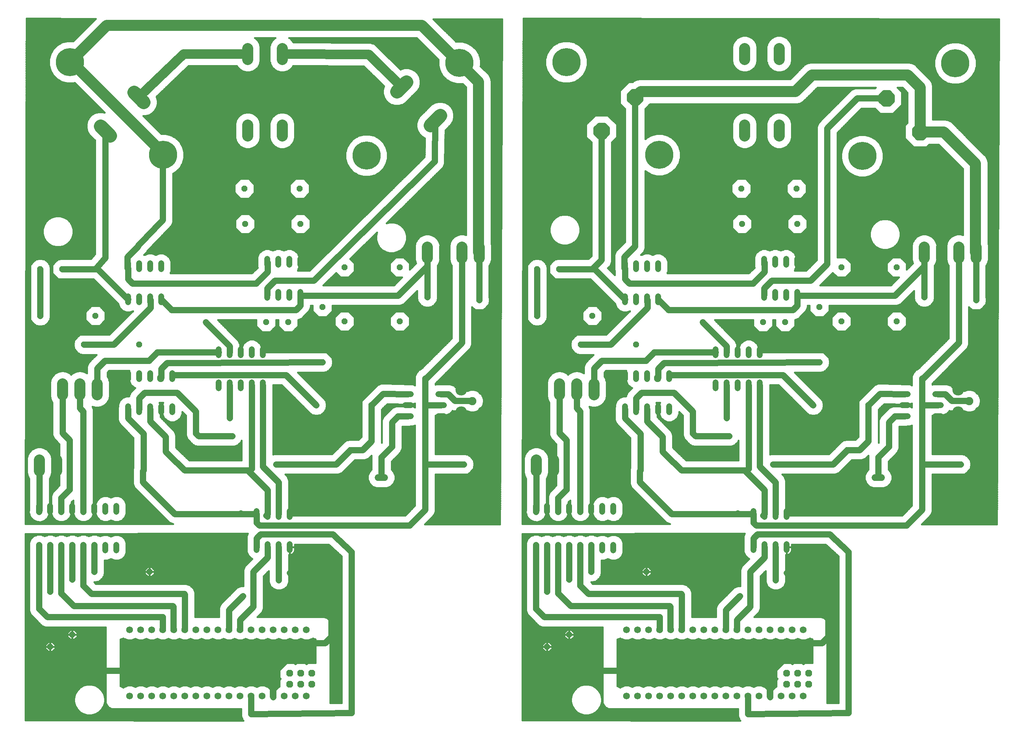
<source format=gbl>
G75*
%MOIN*%
%OFA0B0*%
%FSLAX25Y25*%
%IPPOS*%
%LPD*%
%AMOC8*
5,1,8,0,0,1.08239X$1,22.5*
%
%ADD10C,0.06200*%
%ADD11OC8,0.06200*%
%ADD12C,0.05200*%
%ADD13OC8,0.05200*%
%ADD14C,0.06000*%
%ADD15C,0.07500*%
%ADD16C,0.10500*%
%ADD17C,0.10039*%
%ADD18C,0.12400*%
%ADD19C,0.25500*%
%ADD20C,0.03000*%
%ADD21C,0.01600*%
%ADD22C,0.05600*%
%ADD23R,0.03962X0.03962*%
%ADD24C,0.10000*%
%ADD25C,0.08600*%
D10*
X0188716Y0030000D03*
X0198716Y0030000D03*
X0208716Y0030000D03*
X0218716Y0030000D03*
X0228716Y0030000D03*
X0238716Y0030000D03*
X0248716Y0030000D03*
X0258716Y0030000D03*
X0268716Y0030000D03*
X0278716Y0030000D03*
X0288716Y0030000D03*
X0298716Y0030000D03*
X0308716Y0030000D03*
X0318716Y0030000D03*
X0328716Y0030000D03*
X0338716Y0030000D03*
X0348716Y0030000D03*
X0348716Y0090000D03*
X0338716Y0090000D03*
X0328716Y0090000D03*
X0318716Y0090000D03*
X0308716Y0090000D03*
X0298716Y0090000D03*
X0288716Y0090000D03*
X0278716Y0090000D03*
X0268716Y0090000D03*
X0258716Y0090000D03*
X0248716Y0090000D03*
X0238716Y0090000D03*
X0228716Y0090000D03*
X0218716Y0090000D03*
X0208716Y0090000D03*
X0198716Y0090000D03*
X0188716Y0090000D03*
X0638716Y0090000D03*
X0648716Y0090000D03*
X0658716Y0090000D03*
X0668716Y0090000D03*
X0678716Y0090000D03*
X0688716Y0090000D03*
X0698716Y0090000D03*
X0708716Y0090000D03*
X0718716Y0090000D03*
X0728716Y0090000D03*
X0738716Y0090000D03*
X0748716Y0090000D03*
X0758716Y0090000D03*
X0768716Y0090000D03*
X0778716Y0090000D03*
X0788716Y0090000D03*
X0798716Y0090000D03*
X0798716Y0030000D03*
X0788716Y0030000D03*
X0778716Y0030000D03*
X0768716Y0030000D03*
X0758716Y0030000D03*
X0748716Y0030000D03*
X0738716Y0030000D03*
X0728716Y0030000D03*
X0718716Y0030000D03*
X0708716Y0030000D03*
X0698716Y0030000D03*
X0688716Y0030000D03*
X0678716Y0030000D03*
X0668716Y0030000D03*
X0658716Y0030000D03*
X0648716Y0030000D03*
X0638716Y0030000D03*
D11*
X0783716Y0040500D03*
X0783716Y0050500D03*
X0793716Y0050500D03*
X0793716Y0040500D03*
X0803716Y0040500D03*
X0803716Y0050500D03*
X0353716Y0050500D03*
X0343716Y0050500D03*
X0333716Y0050500D03*
X0333716Y0040500D03*
X0343716Y0040500D03*
X0353716Y0040500D03*
D12*
X0333716Y0162400D02*
X0333716Y0167600D01*
X0323716Y0167600D02*
X0323716Y0162400D01*
X0313716Y0162400D02*
X0313716Y0167600D01*
X0303716Y0167600D02*
X0303716Y0162400D01*
X0303716Y0192400D02*
X0303716Y0197600D01*
X0313716Y0197600D02*
X0313716Y0192400D01*
X0323716Y0192400D02*
X0323716Y0197600D01*
X0333716Y0197600D02*
X0333716Y0192400D01*
X0438116Y0283500D02*
X0443316Y0283500D01*
X0443316Y0293500D02*
X0438116Y0293500D01*
X0438116Y0303500D02*
X0443316Y0303500D01*
X0468116Y0303500D02*
X0473316Y0303500D01*
X0473316Y0293500D02*
X0468116Y0293500D01*
X0468116Y0283500D02*
X0473316Y0283500D01*
X0556716Y0202200D02*
X0556716Y0197000D01*
X0566716Y0197000D02*
X0566716Y0202200D01*
X0576716Y0202200D02*
X0576716Y0197000D01*
X0586716Y0197000D02*
X0586716Y0202200D01*
X0596716Y0202200D02*
X0596716Y0197000D01*
X0606716Y0197000D02*
X0606716Y0202200D01*
X0616716Y0202200D02*
X0616716Y0197000D01*
X0626716Y0197000D02*
X0626716Y0202200D01*
X0626716Y0167000D02*
X0626716Y0161800D01*
X0616716Y0161800D02*
X0616716Y0167000D01*
X0606716Y0167000D02*
X0606716Y0161800D01*
X0596716Y0161800D02*
X0596716Y0167000D01*
X0586716Y0167000D02*
X0586716Y0161800D01*
X0576716Y0161800D02*
X0576716Y0167000D01*
X0566716Y0167000D02*
X0566716Y0161800D01*
X0556716Y0161800D02*
X0556716Y0167000D01*
X0637216Y0287400D02*
X0637216Y0292600D01*
X0647216Y0292600D02*
X0647216Y0287400D01*
X0657216Y0287400D02*
X0657216Y0292600D01*
X0667216Y0292600D02*
X0667216Y0287400D01*
X0677216Y0287400D02*
X0677216Y0292600D01*
X0677216Y0317400D02*
X0677216Y0322600D01*
X0667216Y0322600D02*
X0667216Y0317400D01*
X0657216Y0317400D02*
X0657216Y0322600D01*
X0647216Y0322600D02*
X0647216Y0317400D01*
X0637216Y0317400D02*
X0637216Y0322600D01*
X0719216Y0314100D02*
X0719216Y0308900D01*
X0729216Y0308900D02*
X0729216Y0314100D01*
X0739216Y0314100D02*
X0739216Y0308900D01*
X0749216Y0308900D02*
X0749216Y0314100D01*
X0759216Y0314100D02*
X0759216Y0308900D01*
X0759216Y0338900D02*
X0759216Y0344100D01*
X0749216Y0344100D02*
X0749216Y0338900D01*
X0739216Y0338900D02*
X0739216Y0344100D01*
X0729216Y0344100D02*
X0729216Y0338900D01*
X0719216Y0338900D02*
X0719216Y0344100D01*
X0763216Y0390900D02*
X0763216Y0396100D01*
X0773216Y0396100D02*
X0773216Y0390900D01*
X0783216Y0390900D02*
X0783216Y0396100D01*
X0793216Y0396100D02*
X0793216Y0390900D01*
X0793216Y0420900D02*
X0793216Y0426100D01*
X0783216Y0426100D02*
X0783216Y0420900D01*
X0773216Y0420900D02*
X0773216Y0426100D01*
X0763216Y0426100D02*
X0763216Y0420900D01*
X0667216Y0422100D02*
X0667216Y0416900D01*
X0657216Y0416900D02*
X0657216Y0422100D01*
X0647216Y0422100D02*
X0647216Y0416900D01*
X0637216Y0416900D02*
X0637216Y0422100D01*
X0637216Y0392100D02*
X0637216Y0386900D01*
X0647216Y0386900D02*
X0647216Y0392100D01*
X0657216Y0392100D02*
X0657216Y0386900D01*
X0667216Y0386900D02*
X0667216Y0392100D01*
X0888116Y0303500D02*
X0893316Y0303500D01*
X0893316Y0293500D02*
X0888116Y0293500D01*
X0888116Y0283500D02*
X0893316Y0283500D01*
X0918116Y0283500D02*
X0923316Y0283500D01*
X0923316Y0293500D02*
X0918116Y0293500D01*
X0918116Y0303500D02*
X0923316Y0303500D01*
X0783716Y0197600D02*
X0783716Y0192400D01*
X0773716Y0192400D02*
X0773716Y0197600D01*
X0763716Y0197600D02*
X0763716Y0192400D01*
X0753716Y0192400D02*
X0753716Y0197600D01*
X0753716Y0167600D02*
X0753716Y0162400D01*
X0763716Y0162400D02*
X0763716Y0167600D01*
X0773716Y0167600D02*
X0773716Y0162400D01*
X0783716Y0162400D02*
X0783716Y0167600D01*
X0343216Y0390900D02*
X0343216Y0396100D01*
X0333216Y0396100D02*
X0333216Y0390900D01*
X0323216Y0390900D02*
X0323216Y0396100D01*
X0313216Y0396100D02*
X0313216Y0390900D01*
X0313216Y0420900D02*
X0313216Y0426100D01*
X0323216Y0426100D02*
X0323216Y0420900D01*
X0333216Y0420900D02*
X0333216Y0426100D01*
X0343216Y0426100D02*
X0343216Y0420900D01*
X0309216Y0344100D02*
X0309216Y0338900D01*
X0299216Y0338900D02*
X0299216Y0344100D01*
X0289216Y0344100D02*
X0289216Y0338900D01*
X0279216Y0338900D02*
X0279216Y0344100D01*
X0269216Y0344100D02*
X0269216Y0338900D01*
X0269216Y0314100D02*
X0269216Y0308900D01*
X0279216Y0308900D02*
X0279216Y0314100D01*
X0289216Y0314100D02*
X0289216Y0308900D01*
X0299216Y0308900D02*
X0299216Y0314100D01*
X0309216Y0314100D02*
X0309216Y0308900D01*
X0227216Y0317400D02*
X0227216Y0322600D01*
X0217216Y0322600D02*
X0217216Y0317400D01*
X0207216Y0317400D02*
X0207216Y0322600D01*
X0197216Y0322600D02*
X0197216Y0317400D01*
X0187216Y0317400D02*
X0187216Y0322600D01*
X0187216Y0292600D02*
X0187216Y0287400D01*
X0197216Y0287400D02*
X0197216Y0292600D01*
X0207216Y0292600D02*
X0207216Y0287400D01*
X0217216Y0287400D02*
X0217216Y0292600D01*
X0227216Y0292600D02*
X0227216Y0287400D01*
X0176716Y0202200D02*
X0176716Y0197000D01*
X0166716Y0197000D02*
X0166716Y0202200D01*
X0156716Y0202200D02*
X0156716Y0197000D01*
X0146716Y0197000D02*
X0146716Y0202200D01*
X0136716Y0202200D02*
X0136716Y0197000D01*
X0126716Y0197000D02*
X0126716Y0202200D01*
X0116716Y0202200D02*
X0116716Y0197000D01*
X0106716Y0197000D02*
X0106716Y0202200D01*
X0106716Y0167000D02*
X0106716Y0161800D01*
X0116716Y0161800D02*
X0116716Y0167000D01*
X0126716Y0167000D02*
X0126716Y0161800D01*
X0136716Y0161800D02*
X0136716Y0167000D01*
X0146716Y0167000D02*
X0146716Y0161800D01*
X0156716Y0161800D02*
X0156716Y0167000D01*
X0166716Y0167000D02*
X0166716Y0161800D01*
X0176716Y0161800D02*
X0176716Y0167000D01*
X0187216Y0386900D02*
X0187216Y0392100D01*
X0197216Y0392100D02*
X0197216Y0386900D01*
X0207216Y0386900D02*
X0207216Y0392100D01*
X0217216Y0392100D02*
X0217216Y0386900D01*
X0217216Y0416900D02*
X0217216Y0422100D01*
X0207216Y0422100D02*
X0207216Y0416900D01*
X0197216Y0416900D02*
X0197216Y0422100D01*
X0187216Y0422100D02*
X0187216Y0416900D01*
D13*
X0157716Y0374500D03*
X0147216Y0348500D03*
X0107716Y0374500D03*
X0107716Y0417000D03*
X0127716Y0417000D03*
X0197216Y0348500D03*
X0312216Y0369000D03*
X0332216Y0369000D03*
X0363216Y0382500D03*
X0383216Y0369500D03*
X0363216Y0332500D03*
X0357716Y0293500D03*
X0357716Y0274000D03*
X0368716Y0253000D03*
X0388716Y0253000D03*
X0407716Y0274000D03*
X0407716Y0293500D03*
X0491216Y0240000D03*
X0491216Y0220000D03*
X0586716Y0135500D03*
X0606716Y0142500D03*
X0566716Y0124500D03*
X0586716Y0085500D03*
X0566716Y0074500D03*
X0656716Y0142500D03*
X0651216Y0234500D03*
X0651216Y0250500D03*
X0651216Y0265500D03*
X0631216Y0250500D03*
X0701216Y0265500D03*
X0701216Y0234500D03*
X0807716Y0274000D03*
X0807716Y0293500D03*
X0813216Y0332500D03*
X0833216Y0369500D03*
X0813216Y0382500D03*
X0782216Y0369000D03*
X0762216Y0369000D03*
X0833216Y0418500D03*
X0883216Y0418500D03*
X0908216Y0391500D03*
X0908216Y0371500D03*
X0883216Y0369500D03*
X0955216Y0369000D03*
X0955216Y0389000D03*
X0857716Y0293500D03*
X0857716Y0274000D03*
X0838716Y0253000D03*
X0818716Y0253000D03*
X0941216Y0240000D03*
X0941216Y0220000D03*
X0647216Y0348500D03*
X0607716Y0374500D03*
X0597216Y0348500D03*
X0557716Y0374500D03*
X0505216Y0369000D03*
X0505216Y0389000D03*
X0458216Y0391500D03*
X0458216Y0371500D03*
X0433216Y0369500D03*
X0433216Y0418500D03*
X0383216Y0418500D03*
X0343216Y0458000D03*
X0342716Y0490000D03*
X0292716Y0490000D03*
X0293216Y0458000D03*
X0557716Y0417000D03*
X0577716Y0417000D03*
X0743216Y0458000D03*
X0742716Y0490000D03*
X0792716Y0490000D03*
X0793216Y0458000D03*
X0251216Y0265500D03*
X0251216Y0234500D03*
X0201216Y0234500D03*
X0201216Y0250500D03*
X0201216Y0265500D03*
X0181216Y0250500D03*
X0156716Y0142500D03*
X0136716Y0135500D03*
X0116716Y0124500D03*
X0136716Y0085500D03*
X0116716Y0074500D03*
X0206716Y0142500D03*
D14*
X0363716Y0228000D02*
X0369716Y0228000D01*
X0393716Y0218000D02*
X0399716Y0218000D01*
X0413716Y0228000D02*
X0419716Y0228000D01*
X0813716Y0228000D02*
X0819716Y0228000D01*
X0843716Y0218000D02*
X0849716Y0218000D01*
X0863716Y0228000D02*
X0869716Y0228000D01*
D15*
X0949016Y0297400D03*
X0499016Y0297400D03*
D16*
X0488977Y0307439D03*
X0509055Y0307439D03*
X0509055Y0287361D03*
X0488977Y0287361D03*
X0938977Y0287361D03*
X0959055Y0287361D03*
X0959055Y0307439D03*
X0938977Y0307439D03*
D17*
X0939511Y0426980D02*
X0939511Y0437020D01*
X0923921Y0437020D02*
X0923921Y0426980D01*
X0908330Y0426980D02*
X0908330Y0437020D01*
X0955102Y0437020D02*
X0955102Y0426980D01*
X0776807Y0537480D02*
X0776807Y0547520D01*
X0761216Y0547520D02*
X0761216Y0537480D01*
X0745625Y0537480D02*
X0745625Y0547520D01*
X0745625Y0606980D02*
X0745625Y0617020D01*
X0761216Y0617020D02*
X0761216Y0606980D01*
X0776807Y0606980D02*
X0776807Y0617020D01*
X0505102Y0437020D02*
X0505102Y0426980D01*
X0489511Y0426980D02*
X0489511Y0437020D01*
X0473921Y0437020D02*
X0473921Y0426980D01*
X0458330Y0426980D02*
X0458330Y0437020D01*
X0326807Y0537480D02*
X0326807Y0547520D01*
X0311216Y0547520D02*
X0311216Y0537480D01*
X0295625Y0537480D02*
X0295625Y0547520D01*
X0295625Y0606980D02*
X0295625Y0617020D01*
X0311216Y0617020D02*
X0311216Y0606980D01*
X0326807Y0606980D02*
X0326807Y0617020D01*
X0159102Y0313020D02*
X0159102Y0302980D01*
X0143511Y0302980D02*
X0143511Y0313020D01*
X0127921Y0313020D02*
X0127921Y0302980D01*
X0112330Y0302980D02*
X0112330Y0313020D01*
X0106921Y0244020D02*
X0106921Y0233980D01*
X0122511Y0233980D02*
X0122511Y0244020D01*
X0556921Y0244020D02*
X0556921Y0233980D01*
X0572511Y0233980D02*
X0572511Y0244020D01*
X0577921Y0302980D02*
X0577921Y0313020D01*
X0562330Y0313020D02*
X0562330Y0302980D01*
X0593511Y0302980D02*
X0593511Y0313020D01*
X0609102Y0313020D02*
X0609102Y0302980D01*
D18*
X0460985Y0547363D02*
X0469753Y0556131D01*
X0439347Y0586537D02*
X0430579Y0577768D01*
X0201253Y0568369D02*
X0192485Y0577137D01*
X0162079Y0546732D02*
X0170847Y0537963D01*
D19*
X0218789Y0520427D03*
X0134643Y0604573D03*
X0403143Y0519927D03*
X0487289Y0604073D03*
X0584143Y0604573D03*
X0668289Y0520427D03*
X0852143Y0519427D03*
X0936289Y0603573D03*
D20*
X0878562Y0572738D02*
X0880062Y0574238D01*
X0880062Y0569268D01*
X0876548Y0565754D01*
X0871578Y0565754D01*
X0868064Y0569268D01*
X0868064Y0574238D01*
X0871578Y0577752D01*
X0876548Y0577752D01*
X0880062Y0574238D01*
X0877812Y0573306D01*
X0877812Y0570200D01*
X0875616Y0568004D01*
X0872510Y0568004D01*
X0870314Y0570200D01*
X0870314Y0573306D01*
X0872510Y0575502D01*
X0875616Y0575502D01*
X0877812Y0573306D01*
X0875562Y0572374D01*
X0875562Y0571132D01*
X0874684Y0570254D01*
X0873442Y0570254D01*
X0872564Y0571132D01*
X0872564Y0572374D01*
X0873442Y0573252D01*
X0874684Y0573252D01*
X0875562Y0572374D01*
X0908968Y0542332D02*
X0910468Y0543832D01*
X0910468Y0538862D01*
X0906954Y0535348D01*
X0901984Y0535348D01*
X0898470Y0538862D01*
X0898470Y0543832D01*
X0901984Y0547346D01*
X0906954Y0547346D01*
X0910468Y0543832D01*
X0908218Y0542900D01*
X0908218Y0539794D01*
X0906022Y0537598D01*
X0902916Y0537598D01*
X0900720Y0539794D01*
X0900720Y0542900D01*
X0902916Y0545096D01*
X0906022Y0545096D01*
X0908218Y0542900D01*
X0905968Y0541968D01*
X0905968Y0540726D01*
X0905090Y0539848D01*
X0903848Y0539848D01*
X0902970Y0540726D01*
X0902970Y0541968D01*
X0903848Y0542846D01*
X0905090Y0542846D01*
X0905968Y0541968D01*
X0645384Y0577252D02*
X0643884Y0578752D01*
X0648854Y0578752D01*
X0652368Y0575238D01*
X0652368Y0570268D01*
X0648854Y0566754D01*
X0643884Y0566754D01*
X0640370Y0570268D01*
X0640370Y0575238D01*
X0643884Y0578752D01*
X0644816Y0576502D01*
X0647922Y0576502D01*
X0650118Y0574306D01*
X0650118Y0571200D01*
X0647922Y0569004D01*
X0644816Y0569004D01*
X0642620Y0571200D01*
X0642620Y0574306D01*
X0644816Y0576502D01*
X0645748Y0574252D01*
X0646990Y0574252D01*
X0647868Y0573374D01*
X0647868Y0572132D01*
X0646990Y0571254D01*
X0645748Y0571254D01*
X0644870Y0572132D01*
X0644870Y0573374D01*
X0645748Y0574252D01*
X0614978Y0546846D02*
X0613478Y0548346D01*
X0618448Y0548346D01*
X0621962Y0544832D01*
X0621962Y0539862D01*
X0618448Y0536348D01*
X0613478Y0536348D01*
X0609964Y0539862D01*
X0609964Y0544832D01*
X0613478Y0548346D01*
X0614410Y0546096D01*
X0617516Y0546096D01*
X0619712Y0543900D01*
X0619712Y0540794D01*
X0617516Y0538598D01*
X0614410Y0538598D01*
X0612214Y0540794D01*
X0612214Y0543900D01*
X0614410Y0546096D01*
X0615342Y0543846D01*
X0616584Y0543846D01*
X0617462Y0542968D01*
X0617462Y0541726D01*
X0616584Y0540848D01*
X0615342Y0540848D01*
X0614464Y0541726D01*
X0614464Y0542968D01*
X0615342Y0543846D01*
D21*
X0094386Y0177008D02*
X0094126Y0007893D01*
X0291520Y0007669D01*
X0290974Y0008203D01*
X0290954Y0008251D01*
X0290917Y0008289D01*
X0290236Y0009933D01*
X0289537Y0011569D01*
X0289536Y0011621D01*
X0289516Y0011670D01*
X0289516Y0013450D01*
X0289496Y0015229D01*
X0289516Y0015277D01*
X0289516Y0018350D01*
X0172393Y0018350D01*
X0169949Y0019362D01*
X0168078Y0021233D01*
X0167066Y0023677D01*
X0167066Y0092300D01*
X0112386Y0092300D01*
X0109005Y0093701D01*
X0101505Y0101201D01*
X0098917Y0103789D01*
X0097516Y0107170D01*
X0097516Y0168830D01*
X0098917Y0172211D01*
X0101505Y0174799D01*
X0104886Y0176200D01*
X0108546Y0176200D01*
X0111716Y0174887D01*
X0114886Y0176200D01*
X0118546Y0176200D01*
X0121716Y0174887D01*
X0124886Y0176200D01*
X0128546Y0176200D01*
X0131716Y0174887D01*
X0134886Y0176200D01*
X0138546Y0176200D01*
X0141716Y0174887D01*
X0144886Y0176200D01*
X0148546Y0176200D01*
X0151716Y0174887D01*
X0154886Y0176200D01*
X0158546Y0176200D01*
X0161927Y0174799D01*
X0161957Y0174770D01*
X0164926Y0176000D01*
X0168506Y0176000D01*
X0171716Y0174670D01*
X0174926Y0176000D01*
X0178506Y0176000D01*
X0181814Y0174630D01*
X0184346Y0172098D01*
X0185716Y0168790D01*
X0185716Y0160010D01*
X0184346Y0156702D01*
X0181814Y0154170D01*
X0178506Y0152800D01*
X0174926Y0152800D01*
X0171716Y0154130D01*
X0168506Y0152800D01*
X0165916Y0152800D01*
X0165916Y0140670D01*
X0165716Y0140187D01*
X0165716Y0138772D01*
X0164715Y0137771D01*
X0164515Y0137289D01*
X0161927Y0134701D01*
X0161445Y0134501D01*
X0160444Y0133500D01*
X0159029Y0133500D01*
X0158546Y0133300D01*
X0156427Y0133300D01*
X0158027Y0131700D01*
X0240046Y0131700D01*
X0243427Y0130299D01*
X0243927Y0129799D01*
X0246515Y0127211D01*
X0247916Y0123830D01*
X0247916Y0101650D01*
X0269516Y0101650D01*
X0269516Y0109830D01*
X0270917Y0113211D01*
X0283808Y0126102D01*
X0283809Y0126106D01*
X0285610Y0127907D01*
X0285614Y0127908D01*
X0286005Y0128299D01*
X0289386Y0129700D01*
X0291516Y0129700D01*
X0291516Y0144330D01*
X0292917Y0147711D01*
X0299578Y0154373D01*
X0298618Y0154770D01*
X0296086Y0157302D01*
X0294716Y0160610D01*
X0294716Y0162687D01*
X0294516Y0163170D01*
X0294516Y0174830D01*
X0295512Y0177235D01*
X0094386Y0177008D01*
X0094384Y0175738D02*
X0103770Y0175738D01*
X0100844Y0174139D02*
X0094382Y0174139D01*
X0094380Y0172541D02*
X0099246Y0172541D01*
X0098391Y0170942D02*
X0094377Y0170942D01*
X0094375Y0169344D02*
X0097729Y0169344D01*
X0097516Y0167745D02*
X0094372Y0167745D01*
X0094370Y0166147D02*
X0097516Y0166147D01*
X0097516Y0164548D02*
X0094367Y0164548D01*
X0094365Y0162950D02*
X0097516Y0162950D01*
X0097516Y0161351D02*
X0094362Y0161351D01*
X0094360Y0159753D02*
X0097516Y0159753D01*
X0097516Y0158154D02*
X0094357Y0158154D01*
X0094355Y0156556D02*
X0097516Y0156556D01*
X0097516Y0154957D02*
X0094352Y0154957D01*
X0094350Y0153359D02*
X0097516Y0153359D01*
X0097516Y0151760D02*
X0094348Y0151760D01*
X0094345Y0150162D02*
X0097516Y0150162D01*
X0097516Y0148563D02*
X0094343Y0148563D01*
X0094340Y0146965D02*
X0097516Y0146965D01*
X0097516Y0145366D02*
X0094338Y0145366D01*
X0094335Y0143768D02*
X0097516Y0143768D01*
X0097516Y0142169D02*
X0094333Y0142169D01*
X0094330Y0140570D02*
X0097516Y0140570D01*
X0097516Y0138972D02*
X0094328Y0138972D01*
X0094325Y0137373D02*
X0097516Y0137373D01*
X0097516Y0135775D02*
X0094323Y0135775D01*
X0094320Y0134176D02*
X0097516Y0134176D01*
X0097516Y0132578D02*
X0094318Y0132578D01*
X0094316Y0130979D02*
X0097516Y0130979D01*
X0097516Y0129381D02*
X0094313Y0129381D01*
X0094311Y0127782D02*
X0097516Y0127782D01*
X0097516Y0126184D02*
X0094308Y0126184D01*
X0094306Y0124585D02*
X0097516Y0124585D01*
X0097516Y0122987D02*
X0094303Y0122987D01*
X0094301Y0121388D02*
X0097516Y0121388D01*
X0097516Y0119790D02*
X0094298Y0119790D01*
X0094296Y0118191D02*
X0097516Y0118191D01*
X0097516Y0116593D02*
X0094293Y0116593D01*
X0094291Y0114994D02*
X0097516Y0114994D01*
X0097516Y0113396D02*
X0094288Y0113396D01*
X0094286Y0111797D02*
X0097516Y0111797D01*
X0097516Y0110199D02*
X0094284Y0110199D01*
X0094281Y0108600D02*
X0097516Y0108600D01*
X0097586Y0107002D02*
X0094279Y0107002D01*
X0094276Y0105403D02*
X0098248Y0105403D01*
X0098910Y0103805D02*
X0094274Y0103805D01*
X0094271Y0102206D02*
X0100499Y0102206D01*
X0102098Y0100608D02*
X0094269Y0100608D01*
X0094266Y0099009D02*
X0103696Y0099009D01*
X0105295Y0097411D02*
X0094264Y0097411D01*
X0094261Y0095812D02*
X0106893Y0095812D01*
X0108492Y0094214D02*
X0094259Y0094214D01*
X0094256Y0092615D02*
X0111625Y0092615D01*
X0114893Y0078900D02*
X0112316Y0076323D01*
X0112316Y0074500D01*
X0116716Y0074500D01*
X0116716Y0074500D01*
X0112316Y0074500D01*
X0112316Y0072677D01*
X0114893Y0070100D01*
X0116716Y0070100D01*
X0116716Y0074500D01*
X0116716Y0078900D01*
X0114893Y0078900D01*
X0114222Y0078229D02*
X0094234Y0078229D01*
X0094237Y0079827D02*
X0167066Y0079827D01*
X0167066Y0078229D02*
X0119210Y0078229D01*
X0118539Y0078900D02*
X0116716Y0078900D01*
X0116716Y0074500D01*
X0116716Y0074500D01*
X0116716Y0074500D01*
X0121116Y0074500D01*
X0121116Y0076323D01*
X0118539Y0078900D01*
X0116716Y0078229D02*
X0116716Y0078229D01*
X0116716Y0076630D02*
X0116716Y0076630D01*
X0116716Y0075032D02*
X0116716Y0075032D01*
X0116716Y0074500D02*
X0116716Y0074500D01*
X0116716Y0070100D01*
X0118539Y0070100D01*
X0121116Y0072677D01*
X0121116Y0074500D01*
X0116716Y0074500D01*
X0116716Y0073433D02*
X0116716Y0073433D01*
X0116716Y0071834D02*
X0116716Y0071834D01*
X0116716Y0070236D02*
X0116716Y0070236D01*
X0114758Y0070236D02*
X0094222Y0070236D01*
X0094224Y0071834D02*
X0113159Y0071834D01*
X0112316Y0073433D02*
X0094227Y0073433D01*
X0094229Y0075032D02*
X0112316Y0075032D01*
X0112624Y0076630D02*
X0094232Y0076630D01*
X0094239Y0081426D02*
X0134568Y0081426D01*
X0134893Y0081100D02*
X0132316Y0083677D01*
X0132316Y0085500D01*
X0136716Y0085500D01*
X0136716Y0085500D01*
X0132316Y0085500D01*
X0132316Y0087323D01*
X0134893Y0089900D01*
X0136716Y0089900D01*
X0136716Y0085500D01*
X0136716Y0085500D01*
X0136716Y0085500D01*
X0136716Y0081100D01*
X0134893Y0081100D01*
X0136716Y0081100D02*
X0138539Y0081100D01*
X0141116Y0083677D01*
X0141116Y0085500D01*
X0141116Y0087323D01*
X0138539Y0089900D01*
X0136716Y0089900D01*
X0136716Y0085500D01*
X0141116Y0085500D01*
X0136716Y0085500D01*
X0136716Y0085500D01*
X0136716Y0081100D01*
X0136716Y0081426D02*
X0136716Y0081426D01*
X0136716Y0083024D02*
X0136716Y0083024D01*
X0136716Y0084623D02*
X0136716Y0084623D01*
X0136716Y0086221D02*
X0136716Y0086221D01*
X0136716Y0087820D02*
X0136716Y0087820D01*
X0136716Y0089418D02*
X0136716Y0089418D01*
X0134412Y0089418D02*
X0094251Y0089418D01*
X0094249Y0087820D02*
X0132813Y0087820D01*
X0132316Y0086221D02*
X0094247Y0086221D01*
X0094244Y0084623D02*
X0132316Y0084623D01*
X0132969Y0083024D02*
X0094242Y0083024D01*
X0094254Y0091017D02*
X0167066Y0091017D01*
X0167066Y0089418D02*
X0139020Y0089418D01*
X0140619Y0087820D02*
X0167066Y0087820D01*
X0167066Y0086221D02*
X0141116Y0086221D01*
X0141116Y0084623D02*
X0167066Y0084623D01*
X0167066Y0083024D02*
X0140463Y0083024D01*
X0138864Y0081426D02*
X0167066Y0081426D01*
X0167066Y0076630D02*
X0120809Y0076630D01*
X0121116Y0075032D02*
X0167066Y0075032D01*
X0167066Y0073433D02*
X0121116Y0073433D01*
X0120273Y0071834D02*
X0167066Y0071834D01*
X0167066Y0070236D02*
X0118675Y0070236D01*
X0094219Y0068637D02*
X0167066Y0068637D01*
X0167066Y0067039D02*
X0094217Y0067039D01*
X0094215Y0065440D02*
X0167066Y0065440D01*
X0167066Y0063842D02*
X0094212Y0063842D01*
X0094210Y0062243D02*
X0167066Y0062243D01*
X0167066Y0060645D02*
X0094207Y0060645D01*
X0094205Y0059046D02*
X0167066Y0059046D01*
X0167066Y0057448D02*
X0094202Y0057448D01*
X0094200Y0055849D02*
X0167066Y0055849D01*
X0167066Y0054251D02*
X0094197Y0054251D01*
X0094195Y0052652D02*
X0167066Y0052652D01*
X0167066Y0051054D02*
X0094192Y0051054D01*
X0094190Y0049455D02*
X0167066Y0049455D01*
X0167066Y0047857D02*
X0094187Y0047857D01*
X0094185Y0046258D02*
X0167066Y0046258D01*
X0167066Y0044660D02*
X0094183Y0044660D01*
X0094180Y0043061D02*
X0167066Y0043061D01*
X0167066Y0041463D02*
X0094178Y0041463D01*
X0094175Y0039864D02*
X0148483Y0039864D01*
X0146860Y0039429D02*
X0143697Y0037603D01*
X0141113Y0035019D01*
X0139287Y0031856D01*
X0138341Y0028327D01*
X0138341Y0024673D01*
X0139287Y0021144D01*
X0141113Y0017981D01*
X0143697Y0015397D01*
X0146860Y0013571D01*
X0150389Y0012625D01*
X0154043Y0012625D01*
X0157572Y0013571D01*
X0160735Y0015397D01*
X0163319Y0017981D01*
X0165145Y0021144D01*
X0166091Y0024673D01*
X0166091Y0028327D01*
X0165145Y0031856D01*
X0163319Y0035019D01*
X0160735Y0037603D01*
X0157572Y0039429D01*
X0154043Y0040375D01*
X0150389Y0040375D01*
X0146860Y0039429D01*
X0144845Y0038266D02*
X0094173Y0038266D01*
X0094170Y0036667D02*
X0142761Y0036667D01*
X0141163Y0035069D02*
X0094168Y0035069D01*
X0094165Y0033470D02*
X0140219Y0033470D01*
X0139296Y0031872D02*
X0094163Y0031872D01*
X0094160Y0030273D02*
X0138863Y0030273D01*
X0138434Y0028675D02*
X0094158Y0028675D01*
X0094155Y0027076D02*
X0138341Y0027076D01*
X0138341Y0025478D02*
X0094153Y0025478D01*
X0094151Y0023879D02*
X0138554Y0023879D01*
X0138982Y0022281D02*
X0094148Y0022281D01*
X0094146Y0020682D02*
X0139553Y0020682D01*
X0140476Y0019084D02*
X0094143Y0019084D01*
X0094141Y0017485D02*
X0141609Y0017485D01*
X0143207Y0015887D02*
X0094138Y0015887D01*
X0094136Y0014288D02*
X0145618Y0014288D01*
X0150148Y0012690D02*
X0094133Y0012690D01*
X0094131Y0011091D02*
X0289741Y0011091D01*
X0289516Y0012690D02*
X0154284Y0012690D01*
X0158814Y0014288D02*
X0289507Y0014288D01*
X0289516Y0015887D02*
X0161225Y0015887D01*
X0162823Y0017485D02*
X0289516Y0017485D01*
X0290418Y0009493D02*
X0094128Y0009493D01*
X0094126Y0007894D02*
X0291290Y0007894D01*
X0318516Y0031650D02*
X0318516Y0034900D01*
X0318330Y0034900D01*
X0317569Y0034779D01*
X0317084Y0034622D01*
X0316770Y0035381D01*
X0314097Y0038054D01*
X0310606Y0039500D01*
X0306826Y0039500D01*
X0303716Y0038212D01*
X0300606Y0039500D01*
X0296826Y0039500D01*
X0293716Y0038212D01*
X0290606Y0039500D01*
X0286826Y0039500D01*
X0283716Y0038212D01*
X0280606Y0039500D01*
X0276826Y0039500D01*
X0273716Y0038212D01*
X0270606Y0039500D01*
X0266826Y0039500D01*
X0263716Y0038212D01*
X0260606Y0039500D01*
X0256826Y0039500D01*
X0253716Y0038212D01*
X0250606Y0039500D01*
X0246826Y0039500D01*
X0243716Y0038212D01*
X0240606Y0039500D01*
X0236826Y0039500D01*
X0233716Y0038212D01*
X0230606Y0039500D01*
X0226826Y0039500D01*
X0223716Y0038212D01*
X0220606Y0039500D01*
X0216826Y0039500D01*
X0213716Y0038212D01*
X0210606Y0039500D01*
X0206826Y0039500D01*
X0203716Y0038212D01*
X0200606Y0039500D01*
X0196826Y0039500D01*
X0193716Y0038212D01*
X0190606Y0039500D01*
X0186826Y0039500D01*
X0183335Y0038054D01*
X0182993Y0037712D01*
X0180459Y0038762D01*
X0180366Y0038762D01*
X0180366Y0081238D01*
X0180459Y0081238D01*
X0182993Y0082288D01*
X0183335Y0081946D01*
X0186826Y0080500D01*
X0190606Y0080500D01*
X0193716Y0081788D01*
X0196826Y0080500D01*
X0200606Y0080500D01*
X0203716Y0081788D01*
X0206826Y0080500D01*
X0210606Y0080500D01*
X0213716Y0081788D01*
X0216826Y0080500D01*
X0220606Y0080500D01*
X0223716Y0081788D01*
X0226826Y0080500D01*
X0230606Y0080500D01*
X0233716Y0081788D01*
X0236826Y0080500D01*
X0240606Y0080500D01*
X0243716Y0081788D01*
X0246826Y0080500D01*
X0250606Y0080500D01*
X0253716Y0081788D01*
X0256826Y0080500D01*
X0260606Y0080500D01*
X0263716Y0081788D01*
X0266826Y0080500D01*
X0270606Y0080500D01*
X0273716Y0081788D01*
X0276826Y0080500D01*
X0280606Y0080500D01*
X0283716Y0081788D01*
X0286826Y0080500D01*
X0290606Y0080500D01*
X0293716Y0081788D01*
X0296826Y0080500D01*
X0300606Y0080500D01*
X0303716Y0081788D01*
X0306826Y0080500D01*
X0310606Y0080500D01*
X0313716Y0081788D01*
X0316826Y0080500D01*
X0320606Y0080500D01*
X0323716Y0081788D01*
X0326826Y0080500D01*
X0330606Y0080500D01*
X0333716Y0081788D01*
X0336826Y0080500D01*
X0340606Y0080500D01*
X0343716Y0081788D01*
X0346826Y0080500D01*
X0350606Y0080500D01*
X0354097Y0081946D01*
X0354439Y0082288D01*
X0356973Y0081238D01*
X0357066Y0081238D01*
X0357066Y0060000D01*
X0349781Y0060000D01*
X0348716Y0058935D01*
X0347651Y0060000D01*
X0339781Y0060000D01*
X0338716Y0058935D01*
X0337651Y0060000D01*
X0329781Y0060000D01*
X0324216Y0054435D01*
X0324216Y0046565D01*
X0325281Y0045500D01*
X0324216Y0044435D01*
X0324216Y0038419D01*
X0323335Y0038054D01*
X0320662Y0035381D01*
X0320348Y0034622D01*
X0319863Y0034779D01*
X0319102Y0034900D01*
X0318916Y0034900D01*
X0318916Y0031650D01*
X0318516Y0031650D01*
X0318516Y0031872D02*
X0318916Y0031872D01*
X0318916Y0033470D02*
X0318516Y0033470D01*
X0316899Y0035069D02*
X0320533Y0035069D01*
X0321948Y0036667D02*
X0315484Y0036667D01*
X0313585Y0038266D02*
X0323847Y0038266D01*
X0324216Y0039864D02*
X0180366Y0039864D01*
X0180366Y0041463D02*
X0324216Y0041463D01*
X0324216Y0043061D02*
X0180366Y0043061D01*
X0180366Y0044660D02*
X0324441Y0044660D01*
X0324523Y0046258D02*
X0180366Y0046258D01*
X0180366Y0047857D02*
X0324216Y0047857D01*
X0324216Y0049455D02*
X0180366Y0049455D01*
X0180366Y0051054D02*
X0324216Y0051054D01*
X0324216Y0052652D02*
X0180366Y0052652D01*
X0180366Y0054251D02*
X0324216Y0054251D01*
X0325630Y0055849D02*
X0180366Y0055849D01*
X0180366Y0057448D02*
X0327229Y0057448D01*
X0328827Y0059046D02*
X0180366Y0059046D01*
X0180366Y0060645D02*
X0357066Y0060645D01*
X0357066Y0062243D02*
X0180366Y0062243D01*
X0180366Y0063842D02*
X0357066Y0063842D01*
X0357066Y0065440D02*
X0180366Y0065440D01*
X0180366Y0067039D02*
X0357066Y0067039D01*
X0357066Y0068637D02*
X0180366Y0068637D01*
X0180366Y0070236D02*
X0357066Y0070236D01*
X0357066Y0071834D02*
X0180366Y0071834D01*
X0180366Y0073433D02*
X0357066Y0073433D01*
X0357066Y0075032D02*
X0180366Y0075032D01*
X0180366Y0076630D02*
X0357066Y0076630D01*
X0357066Y0078229D02*
X0180366Y0078229D01*
X0180366Y0079827D02*
X0357066Y0079827D01*
X0356520Y0081426D02*
X0352840Y0081426D01*
X0344592Y0081426D02*
X0342840Y0081426D01*
X0334592Y0081426D02*
X0332840Y0081426D01*
X0324592Y0081426D02*
X0322840Y0081426D01*
X0314592Y0081426D02*
X0312840Y0081426D01*
X0304592Y0081426D02*
X0302840Y0081426D01*
X0294592Y0081426D02*
X0292840Y0081426D01*
X0284592Y0081426D02*
X0282840Y0081426D01*
X0274592Y0081426D02*
X0272840Y0081426D01*
X0264592Y0081426D02*
X0262840Y0081426D01*
X0254592Y0081426D02*
X0252840Y0081426D01*
X0244592Y0081426D02*
X0242840Y0081426D01*
X0234592Y0081426D02*
X0232840Y0081426D01*
X0224592Y0081426D02*
X0222840Y0081426D01*
X0214592Y0081426D02*
X0212840Y0081426D01*
X0204592Y0081426D02*
X0202840Y0081426D01*
X0194592Y0081426D02*
X0192840Y0081426D01*
X0184592Y0081426D02*
X0180912Y0081426D01*
X0181657Y0038266D02*
X0183847Y0038266D01*
X0193585Y0038266D02*
X0193847Y0038266D01*
X0203585Y0038266D02*
X0203847Y0038266D01*
X0213585Y0038266D02*
X0213847Y0038266D01*
X0223585Y0038266D02*
X0223847Y0038266D01*
X0233585Y0038266D02*
X0233847Y0038266D01*
X0243585Y0038266D02*
X0243847Y0038266D01*
X0253585Y0038266D02*
X0253847Y0038266D01*
X0263585Y0038266D02*
X0263847Y0038266D01*
X0273585Y0038266D02*
X0273847Y0038266D01*
X0283585Y0038266D02*
X0283847Y0038266D01*
X0293585Y0038266D02*
X0293847Y0038266D01*
X0303585Y0038266D02*
X0303847Y0038266D01*
X0338605Y0059046D02*
X0338827Y0059046D01*
X0348605Y0059046D02*
X0348827Y0059046D01*
X0370366Y0059046D02*
X0380516Y0059046D01*
X0380516Y0057448D02*
X0370366Y0057448D01*
X0370366Y0055849D02*
X0380516Y0055849D01*
X0380516Y0054251D02*
X0370366Y0054251D01*
X0370366Y0052652D02*
X0380516Y0052652D01*
X0380516Y0051054D02*
X0370366Y0051054D01*
X0370366Y0049455D02*
X0380516Y0049455D01*
X0380516Y0047857D02*
X0370366Y0047857D01*
X0370366Y0046258D02*
X0380516Y0046258D01*
X0380516Y0044660D02*
X0370366Y0044660D01*
X0370366Y0043061D02*
X0380516Y0043061D01*
X0380516Y0041463D02*
X0370366Y0041463D01*
X0370366Y0039864D02*
X0380516Y0039864D01*
X0380516Y0038266D02*
X0370366Y0038266D01*
X0370366Y0036667D02*
X0380516Y0036667D01*
X0380516Y0035069D02*
X0370366Y0035069D01*
X0370366Y0033470D02*
X0380516Y0033470D01*
X0380516Y0031872D02*
X0370366Y0031872D01*
X0370366Y0030273D02*
X0380516Y0030273D01*
X0380516Y0028675D02*
X0370366Y0028675D01*
X0370366Y0027076D02*
X0380516Y0027076D01*
X0380516Y0025478D02*
X0370366Y0025478D01*
X0370366Y0023879D02*
X0380516Y0023879D01*
X0380516Y0023599D02*
X0370287Y0023487D01*
X0370366Y0023677D01*
X0370366Y0096323D01*
X0369354Y0098767D01*
X0367483Y0100638D01*
X0365039Y0101650D01*
X0304377Y0101650D01*
X0305927Y0103201D01*
X0308515Y0105789D01*
X0309916Y0109170D01*
X0309916Y0138689D01*
X0314516Y0143289D01*
X0314516Y0133170D01*
X0315917Y0129789D01*
X0316308Y0129398D01*
X0316309Y0129394D01*
X0318110Y0127593D01*
X0318114Y0127592D01*
X0318505Y0127201D01*
X0321886Y0125800D01*
X0325546Y0125800D01*
X0328927Y0127201D01*
X0329318Y0127592D01*
X0329322Y0127593D01*
X0331123Y0129394D01*
X0331124Y0129398D01*
X0331515Y0129789D01*
X0332916Y0133170D01*
X0332916Y0158072D01*
X0333370Y0158000D01*
X0333716Y0158000D01*
X0333716Y0165000D01*
X0333716Y0165000D01*
X0338116Y0165000D01*
X0338116Y0167300D01*
X0369068Y0167300D01*
X0380516Y0156525D01*
X0380516Y0023599D01*
X0380516Y0060645D02*
X0370366Y0060645D01*
X0370366Y0062243D02*
X0380516Y0062243D01*
X0380516Y0063842D02*
X0370366Y0063842D01*
X0370366Y0065440D02*
X0380516Y0065440D01*
X0380516Y0067039D02*
X0370366Y0067039D01*
X0370366Y0068637D02*
X0380516Y0068637D01*
X0380516Y0070236D02*
X0370366Y0070236D01*
X0370366Y0071834D02*
X0380516Y0071834D01*
X0380516Y0073433D02*
X0370366Y0073433D01*
X0370366Y0075032D02*
X0380516Y0075032D01*
X0380516Y0076630D02*
X0370366Y0076630D01*
X0370366Y0078229D02*
X0380516Y0078229D01*
X0380516Y0079827D02*
X0370366Y0079827D01*
X0370366Y0081426D02*
X0380516Y0081426D01*
X0380516Y0083024D02*
X0370366Y0083024D01*
X0370366Y0084623D02*
X0380516Y0084623D01*
X0380516Y0086221D02*
X0370366Y0086221D01*
X0370366Y0087820D02*
X0380516Y0087820D01*
X0380516Y0089418D02*
X0370366Y0089418D01*
X0370366Y0091017D02*
X0380516Y0091017D01*
X0380516Y0092615D02*
X0370366Y0092615D01*
X0370366Y0094214D02*
X0380516Y0094214D01*
X0380516Y0095812D02*
X0370366Y0095812D01*
X0369915Y0097411D02*
X0380516Y0097411D01*
X0380516Y0099009D02*
X0369111Y0099009D01*
X0367513Y0100608D02*
X0380516Y0100608D01*
X0380516Y0102206D02*
X0304933Y0102206D01*
X0306532Y0103805D02*
X0380516Y0103805D01*
X0380516Y0105403D02*
X0308130Y0105403D01*
X0309018Y0107002D02*
X0380516Y0107002D01*
X0380516Y0108600D02*
X0309680Y0108600D01*
X0309916Y0110199D02*
X0380516Y0110199D01*
X0380516Y0111797D02*
X0309916Y0111797D01*
X0309916Y0113396D02*
X0380516Y0113396D01*
X0380516Y0114994D02*
X0309916Y0114994D01*
X0309916Y0116593D02*
X0380516Y0116593D01*
X0380516Y0118191D02*
X0309916Y0118191D01*
X0309916Y0119790D02*
X0380516Y0119790D01*
X0380516Y0121388D02*
X0309916Y0121388D01*
X0309916Y0122987D02*
X0380516Y0122987D01*
X0380516Y0124585D02*
X0309916Y0124585D01*
X0309916Y0126184D02*
X0320959Y0126184D01*
X0317920Y0127782D02*
X0309916Y0127782D01*
X0309916Y0129381D02*
X0316322Y0129381D01*
X0315423Y0130979D02*
X0309916Y0130979D01*
X0309916Y0132578D02*
X0314761Y0132578D01*
X0314516Y0134176D02*
X0309916Y0134176D01*
X0309916Y0135775D02*
X0314516Y0135775D01*
X0314516Y0137373D02*
X0309916Y0137373D01*
X0310199Y0138972D02*
X0314516Y0138972D01*
X0314516Y0140570D02*
X0311797Y0140570D01*
X0313396Y0142169D02*
X0314516Y0142169D01*
X0332916Y0142169D02*
X0380516Y0142169D01*
X0380516Y0143768D02*
X0332916Y0143768D01*
X0332916Y0145366D02*
X0380516Y0145366D01*
X0380516Y0146965D02*
X0332916Y0146965D01*
X0332916Y0148563D02*
X0380516Y0148563D01*
X0380516Y0150162D02*
X0332916Y0150162D01*
X0332916Y0151760D02*
X0380516Y0151760D01*
X0380516Y0153359D02*
X0332916Y0153359D01*
X0332916Y0154957D02*
X0380516Y0154957D01*
X0380483Y0156556D02*
X0332916Y0156556D01*
X0333716Y0158000D02*
X0334062Y0158000D01*
X0334746Y0158108D01*
X0335405Y0158322D01*
X0336022Y0158637D01*
X0336582Y0159044D01*
X0337072Y0159534D01*
X0337479Y0160094D01*
X0337794Y0160711D01*
X0338008Y0161370D01*
X0338116Y0162054D01*
X0338116Y0165000D01*
X0333716Y0165000D01*
X0333716Y0165000D01*
X0333716Y0158000D01*
X0333716Y0158154D02*
X0333716Y0158154D01*
X0334887Y0158154D02*
X0378785Y0158154D01*
X0377087Y0159753D02*
X0337231Y0159753D01*
X0338002Y0161351D02*
X0375388Y0161351D01*
X0373690Y0162950D02*
X0338116Y0162950D01*
X0338116Y0164548D02*
X0371991Y0164548D01*
X0370293Y0166147D02*
X0338116Y0166147D01*
X0333716Y0164548D02*
X0333716Y0164548D01*
X0333716Y0162950D02*
X0333716Y0162950D01*
X0333716Y0161351D02*
X0333716Y0161351D01*
X0333716Y0159753D02*
X0333716Y0159753D01*
X0332916Y0140570D02*
X0380516Y0140570D01*
X0380516Y0138972D02*
X0332916Y0138972D01*
X0332916Y0137373D02*
X0380516Y0137373D01*
X0380516Y0135775D02*
X0332916Y0135775D01*
X0332916Y0134176D02*
X0380516Y0134176D01*
X0380516Y0132578D02*
X0332671Y0132578D01*
X0332009Y0130979D02*
X0380516Y0130979D01*
X0380516Y0129381D02*
X0331110Y0129381D01*
X0329512Y0127782D02*
X0380516Y0127782D01*
X0380516Y0126184D02*
X0326473Y0126184D01*
X0291516Y0130979D02*
X0241786Y0130979D01*
X0244346Y0129381D02*
X0288616Y0129381D01*
X0285485Y0127782D02*
X0245944Y0127782D01*
X0246941Y0126184D02*
X0283887Y0126184D01*
X0282291Y0124585D02*
X0247603Y0124585D01*
X0247916Y0122987D02*
X0280692Y0122987D01*
X0279094Y0121388D02*
X0247916Y0121388D01*
X0247916Y0119790D02*
X0277495Y0119790D01*
X0275897Y0118191D02*
X0247916Y0118191D01*
X0247916Y0116593D02*
X0274298Y0116593D01*
X0272700Y0114994D02*
X0247916Y0114994D01*
X0247916Y0113396D02*
X0271101Y0113396D01*
X0270331Y0111797D02*
X0247916Y0111797D01*
X0247916Y0110199D02*
X0269669Y0110199D01*
X0269516Y0108600D02*
X0247916Y0108600D01*
X0247916Y0107002D02*
X0269516Y0107002D01*
X0269516Y0105403D02*
X0247916Y0105403D01*
X0247916Y0103805D02*
X0269516Y0103805D01*
X0269516Y0102206D02*
X0247916Y0102206D01*
X0291516Y0132578D02*
X0157149Y0132578D01*
X0161120Y0134176D02*
X0291516Y0134176D01*
X0291516Y0135775D02*
X0163002Y0135775D01*
X0164551Y0137373D02*
X0291516Y0137373D01*
X0291516Y0138972D02*
X0209411Y0138972D01*
X0208539Y0138100D02*
X0211116Y0140677D01*
X0211116Y0142500D01*
X0211116Y0144323D01*
X0208539Y0146900D01*
X0206716Y0146900D01*
X0204893Y0146900D01*
X0202316Y0144323D01*
X0202316Y0142500D01*
X0206716Y0142500D01*
X0206716Y0142500D01*
X0202316Y0142500D01*
X0202316Y0140677D01*
X0204893Y0138100D01*
X0206716Y0138100D01*
X0206716Y0142500D01*
X0206716Y0146900D01*
X0206716Y0142500D01*
X0206716Y0142500D01*
X0206716Y0142500D01*
X0211116Y0142500D01*
X0206716Y0142500D01*
X0206716Y0142500D01*
X0206716Y0138100D01*
X0208539Y0138100D01*
X0206716Y0138972D02*
X0206716Y0138972D01*
X0206716Y0140570D02*
X0206716Y0140570D01*
X0206716Y0142169D02*
X0206716Y0142169D01*
X0206716Y0143768D02*
X0206716Y0143768D01*
X0206716Y0145366D02*
X0206716Y0145366D01*
X0203360Y0145366D02*
X0165916Y0145366D01*
X0165916Y0143768D02*
X0202316Y0143768D01*
X0202316Y0142169D02*
X0165916Y0142169D01*
X0165875Y0140570D02*
X0202423Y0140570D01*
X0204022Y0138972D02*
X0165716Y0138972D01*
X0165916Y0146965D02*
X0292607Y0146965D01*
X0291945Y0145366D02*
X0210073Y0145366D01*
X0211116Y0143768D02*
X0291516Y0143768D01*
X0291516Y0142169D02*
X0211116Y0142169D01*
X0211009Y0140570D02*
X0291516Y0140570D01*
X0293768Y0148563D02*
X0165916Y0148563D01*
X0165916Y0150162D02*
X0295367Y0150162D01*
X0296965Y0151760D02*
X0165916Y0151760D01*
X0169855Y0153359D02*
X0173577Y0153359D01*
X0179855Y0153359D02*
X0298564Y0153359D01*
X0298431Y0154957D02*
X0182601Y0154957D01*
X0184200Y0156556D02*
X0296833Y0156556D01*
X0295733Y0158154D02*
X0184947Y0158154D01*
X0185609Y0159753D02*
X0295071Y0159753D01*
X0294716Y0161351D02*
X0185716Y0161351D01*
X0185716Y0162950D02*
X0294607Y0162950D01*
X0294516Y0164548D02*
X0185716Y0164548D01*
X0185716Y0166147D02*
X0294516Y0166147D01*
X0294516Y0167745D02*
X0185716Y0167745D01*
X0185487Y0169344D02*
X0294516Y0169344D01*
X0294516Y0170942D02*
X0184825Y0170942D01*
X0183903Y0172541D02*
X0294516Y0172541D01*
X0294516Y0174139D02*
X0182305Y0174139D01*
X0179139Y0175738D02*
X0294892Y0175738D01*
X0332916Y0193700D02*
X0332916Y0225330D01*
X0331515Y0228711D01*
X0331124Y0229102D01*
X0331123Y0229106D01*
X0329429Y0230800D01*
X0377546Y0230800D01*
X0380927Y0232201D01*
X0392527Y0243800D01*
X0401546Y0243800D01*
X0404927Y0245201D01*
X0407516Y0247789D01*
X0407516Y0244670D01*
X0407516Y0235094D01*
X0405747Y0233325D01*
X0404316Y0229870D01*
X0404316Y0226130D01*
X0405747Y0222675D01*
X0408391Y0220031D01*
X0411846Y0218600D01*
X0421586Y0218600D01*
X0425041Y0220031D01*
X0427685Y0222675D01*
X0429116Y0226130D01*
X0429116Y0229870D01*
X0427685Y0233325D01*
X0425916Y0235094D01*
X0425916Y0242689D01*
X0431427Y0248201D01*
X0434015Y0250789D01*
X0435416Y0254170D01*
X0435416Y0274189D01*
X0435527Y0274300D01*
X0442546Y0274300D01*
X0443029Y0274500D01*
X0445106Y0274500D01*
X0447016Y0275291D01*
X0447016Y0202717D01*
X0438310Y0193700D01*
X0332916Y0193700D01*
X0332916Y0194920D02*
X0439488Y0194920D01*
X0441032Y0196518D02*
X0332916Y0196518D01*
X0332916Y0198117D02*
X0442575Y0198117D01*
X0444118Y0199715D02*
X0332916Y0199715D01*
X0332916Y0201314D02*
X0445662Y0201314D01*
X0447016Y0202912D02*
X0332916Y0202912D01*
X0332916Y0204511D02*
X0447016Y0204511D01*
X0447016Y0206109D02*
X0332916Y0206109D01*
X0332916Y0207708D02*
X0447016Y0207708D01*
X0447016Y0209306D02*
X0332916Y0209306D01*
X0332916Y0210905D02*
X0447016Y0210905D01*
X0447016Y0212503D02*
X0332916Y0212503D01*
X0332916Y0214102D02*
X0447016Y0214102D01*
X0447016Y0215701D02*
X0332916Y0215701D01*
X0332916Y0217299D02*
X0447016Y0217299D01*
X0447016Y0218898D02*
X0422304Y0218898D01*
X0425506Y0220496D02*
X0447016Y0220496D01*
X0447016Y0222095D02*
X0427104Y0222095D01*
X0428107Y0223693D02*
X0447016Y0223693D01*
X0447016Y0225292D02*
X0428769Y0225292D01*
X0429116Y0226890D02*
X0447016Y0226890D01*
X0447016Y0228489D02*
X0429116Y0228489D01*
X0429026Y0230087D02*
X0447016Y0230087D01*
X0447016Y0231686D02*
X0428364Y0231686D01*
X0427702Y0233284D02*
X0447016Y0233284D01*
X0447016Y0234883D02*
X0426127Y0234883D01*
X0425916Y0236481D02*
X0447016Y0236481D01*
X0447016Y0238080D02*
X0425916Y0238080D01*
X0425916Y0239678D02*
X0447016Y0239678D01*
X0447016Y0241277D02*
X0425916Y0241277D01*
X0426102Y0242875D02*
X0447016Y0242875D01*
X0447016Y0244474D02*
X0427701Y0244474D01*
X0429299Y0246072D02*
X0447016Y0246072D01*
X0447016Y0247671D02*
X0430898Y0247671D01*
X0432496Y0249269D02*
X0447016Y0249269D01*
X0447016Y0250868D02*
X0434048Y0250868D01*
X0434710Y0252466D02*
X0447016Y0252466D01*
X0447016Y0254065D02*
X0435372Y0254065D01*
X0435416Y0255663D02*
X0447016Y0255663D01*
X0447016Y0257262D02*
X0435416Y0257262D01*
X0435416Y0258860D02*
X0447016Y0258860D01*
X0447016Y0260459D02*
X0435416Y0260459D01*
X0435416Y0262057D02*
X0447016Y0262057D01*
X0447016Y0263656D02*
X0435416Y0263656D01*
X0435416Y0265254D02*
X0447016Y0265254D01*
X0447016Y0266853D02*
X0435416Y0266853D01*
X0435416Y0268451D02*
X0447016Y0268451D01*
X0447016Y0270050D02*
X0435416Y0270050D01*
X0435416Y0271648D02*
X0447016Y0271648D01*
X0447016Y0273247D02*
X0435416Y0273247D01*
X0445940Y0274845D02*
X0447016Y0274845D01*
X0447016Y0291709D02*
X0445106Y0292500D01*
X0443029Y0292500D01*
X0442546Y0292700D01*
X0429886Y0292700D01*
X0426505Y0291299D01*
X0423917Y0288711D01*
X0418417Y0283211D01*
X0417016Y0279830D01*
X0417016Y0259811D01*
X0416916Y0259711D01*
X0416916Y0289689D01*
X0421942Y0294715D01*
X0442341Y0294262D01*
X0442955Y0294500D01*
X0445106Y0294500D01*
X0447016Y0295291D01*
X0447016Y0291709D01*
X0447016Y0292429D02*
X0445277Y0292429D01*
X0447016Y0294028D02*
X0421254Y0294028D01*
X0419656Y0292429D02*
X0429232Y0292429D01*
X0426036Y0290831D02*
X0418057Y0290831D01*
X0416916Y0289232D02*
X0424437Y0289232D01*
X0422839Y0287634D02*
X0416916Y0287634D01*
X0416916Y0286035D02*
X0421240Y0286035D01*
X0419642Y0284437D02*
X0416916Y0284437D01*
X0416916Y0282838D02*
X0418262Y0282838D01*
X0417600Y0281239D02*
X0416916Y0281239D01*
X0416916Y0279641D02*
X0417016Y0279641D01*
X0417016Y0278042D02*
X0416916Y0278042D01*
X0416916Y0276444D02*
X0417016Y0276444D01*
X0417016Y0274845D02*
X0416916Y0274845D01*
X0416916Y0273247D02*
X0417016Y0273247D01*
X0417016Y0271648D02*
X0416916Y0271648D01*
X0416916Y0270050D02*
X0417016Y0270050D01*
X0417016Y0268451D02*
X0416916Y0268451D01*
X0416916Y0266853D02*
X0417016Y0266853D01*
X0417016Y0265254D02*
X0416916Y0265254D01*
X0416916Y0263656D02*
X0417016Y0263656D01*
X0417016Y0262057D02*
X0416916Y0262057D01*
X0416916Y0260459D02*
X0417016Y0260459D01*
X0398516Y0264811D02*
X0395905Y0262200D01*
X0386886Y0262200D01*
X0386403Y0262000D01*
X0384988Y0262000D01*
X0383987Y0260999D01*
X0383505Y0260799D01*
X0371905Y0249200D01*
X0319386Y0249200D01*
X0318416Y0248798D01*
X0318416Y0311800D01*
X0326405Y0311800D01*
X0352505Y0285701D01*
X0352987Y0285501D01*
X0353988Y0284500D01*
X0355403Y0284500D01*
X0355886Y0284300D01*
X0359546Y0284300D01*
X0360029Y0284500D01*
X0361444Y0284500D01*
X0362445Y0285501D01*
X0362927Y0285701D01*
X0365515Y0288289D01*
X0365715Y0288771D01*
X0366716Y0289772D01*
X0366716Y0291187D01*
X0366916Y0291670D01*
X0366916Y0295330D01*
X0366716Y0295813D01*
X0366716Y0297228D01*
X0365715Y0298229D01*
X0365515Y0298711D01*
X0341017Y0323210D01*
X0365083Y0323308D01*
X0365543Y0323500D01*
X0366944Y0323500D01*
X0367954Y0324510D01*
X0368459Y0324722D01*
X0371037Y0327320D01*
X0371225Y0327781D01*
X0372216Y0328772D01*
X0372216Y0330201D01*
X0372423Y0330707D01*
X0372409Y0334367D01*
X0372216Y0334827D01*
X0372216Y0336228D01*
X0371206Y0337238D01*
X0370994Y0337743D01*
X0368396Y0340320D01*
X0367935Y0340509D01*
X0366944Y0341500D01*
X0365515Y0341500D01*
X0365009Y0341707D01*
X0308216Y0341476D01*
X0308216Y0345890D01*
X0306846Y0349198D01*
X0304314Y0351730D01*
X0301006Y0353100D01*
X0297426Y0353100D01*
X0294118Y0351730D01*
X0291586Y0349198D01*
X0290216Y0345890D01*
X0290216Y0341403D01*
X0288416Y0341396D01*
X0288416Y0348830D01*
X0287015Y0352211D01*
X0268427Y0370800D01*
X0303216Y0370800D01*
X0303216Y0365272D01*
X0308488Y0360000D01*
X0315944Y0360000D01*
X0321216Y0365272D01*
X0321216Y0370800D01*
X0323216Y0370800D01*
X0323216Y0365272D01*
X0328488Y0360000D01*
X0335944Y0360000D01*
X0341216Y0365272D01*
X0341216Y0370870D01*
X0344427Y0372201D01*
X0347015Y0374789D01*
X0351015Y0378789D01*
X0352416Y0382170D01*
X0352416Y0383800D01*
X0354216Y0383800D01*
X0354216Y0378772D01*
X0359488Y0373500D01*
X0366944Y0373500D01*
X0372216Y0378772D01*
X0372216Y0383800D01*
X0433546Y0383800D01*
X0436927Y0385201D01*
X0439515Y0387789D01*
X0449016Y0397289D01*
X0449016Y0389670D01*
X0449216Y0389187D01*
X0449216Y0387772D01*
X0450217Y0386771D01*
X0450417Y0386289D01*
X0453005Y0383701D01*
X0453487Y0383501D01*
X0454488Y0382500D01*
X0455903Y0382500D01*
X0456386Y0382300D01*
X0460046Y0382300D01*
X0460529Y0382500D01*
X0461944Y0382500D01*
X0462945Y0383501D01*
X0463427Y0383701D01*
X0466015Y0386289D01*
X0466215Y0386771D01*
X0467216Y0387772D01*
X0467216Y0389187D01*
X0467416Y0389670D01*
X0467416Y0417509D01*
X0467530Y0417784D01*
X0467530Y0420076D01*
X0468972Y0422572D01*
X0469750Y0425477D01*
X0469750Y0438523D01*
X0468972Y0441428D01*
X0467468Y0444032D01*
X0465342Y0446158D01*
X0462738Y0447661D01*
X0459834Y0448439D01*
X0456827Y0448439D01*
X0453922Y0447661D01*
X0451318Y0446158D01*
X0449192Y0444032D01*
X0447689Y0441428D01*
X0446911Y0438523D01*
X0446911Y0425477D01*
X0447689Y0422572D01*
X0447904Y0422199D01*
X0442216Y0416511D01*
X0442216Y0422228D01*
X0436944Y0427500D01*
X0429488Y0427500D01*
X0424216Y0422228D01*
X0424216Y0414772D01*
X0429488Y0409500D01*
X0435205Y0409500D01*
X0427905Y0402200D01*
X0363958Y0402200D01*
X0375452Y0413537D01*
X0379488Y0409500D01*
X0386944Y0409500D01*
X0392216Y0414772D01*
X0392216Y0422228D01*
X0388267Y0426177D01*
X0412606Y0450183D01*
X0411841Y0447327D01*
X0411841Y0443673D01*
X0412787Y0440144D01*
X0414613Y0436981D01*
X0417197Y0434397D01*
X0420360Y0432571D01*
X0423889Y0431625D01*
X0427543Y0431625D01*
X0431072Y0432571D01*
X0434235Y0434397D01*
X0436819Y0436981D01*
X0438645Y0440144D01*
X0439591Y0443673D01*
X0439591Y0447327D01*
X0438645Y0450856D01*
X0436819Y0454019D01*
X0434235Y0456603D01*
X0431072Y0458429D01*
X0427543Y0459375D01*
X0423889Y0459375D01*
X0421193Y0458653D01*
X0471308Y0508082D01*
X0472597Y0509337D01*
X0472609Y0509365D01*
X0472632Y0509388D01*
X0473332Y0511046D01*
X0474043Y0512699D01*
X0474043Y0512730D01*
X0474056Y0512759D01*
X0474068Y0514560D01*
X0474452Y0543011D01*
X0479835Y0548394D01*
X0481494Y0551268D01*
X0482353Y0554472D01*
X0482353Y0557790D01*
X0481494Y0560994D01*
X0479835Y0563868D01*
X0477489Y0566214D01*
X0474616Y0567872D01*
X0471411Y0568731D01*
X0468094Y0568731D01*
X0464889Y0567872D01*
X0462016Y0566214D01*
X0450902Y0555099D01*
X0449243Y0552226D01*
X0448385Y0549022D01*
X0448385Y0545704D01*
X0449243Y0542499D01*
X0450902Y0539626D01*
X0453248Y0537280D01*
X0455952Y0535719D01*
X0455720Y0518551D01*
X0351442Y0415700D01*
X0340744Y0415700D01*
X0340846Y0415802D01*
X0342216Y0419110D01*
X0342216Y0427890D01*
X0340846Y0431198D01*
X0338314Y0433730D01*
X0335006Y0435100D01*
X0331426Y0435100D01*
X0328216Y0433770D01*
X0325006Y0435100D01*
X0321426Y0435100D01*
X0318216Y0433770D01*
X0315006Y0435100D01*
X0311426Y0435100D01*
X0308118Y0433730D01*
X0305586Y0431198D01*
X0304216Y0427890D01*
X0304216Y0419110D01*
X0304516Y0418386D01*
X0304516Y0418311D01*
X0299405Y0413200D01*
X0225425Y0413200D01*
X0226216Y0415110D01*
X0226216Y0423890D01*
X0224846Y0427198D01*
X0222314Y0429730D01*
X0219006Y0431100D01*
X0215426Y0431100D01*
X0212216Y0429770D01*
X0209006Y0431100D01*
X0205426Y0431100D01*
X0202216Y0429770D01*
X0201708Y0429981D01*
X0204168Y0432441D01*
X0204573Y0433419D01*
X0225293Y0455066D01*
X0226515Y0456289D01*
X0226555Y0456385D01*
X0226628Y0456461D01*
X0227254Y0458072D01*
X0227916Y0459670D01*
X0227916Y0459774D01*
X0227954Y0459872D01*
X0227916Y0461601D01*
X0227916Y0503584D01*
X0230547Y0505103D01*
X0234113Y0508669D01*
X0236634Y0513036D01*
X0237939Y0517906D01*
X0237939Y0522948D01*
X0236634Y0527819D01*
X0234113Y0532186D01*
X0230547Y0535751D01*
X0226180Y0538272D01*
X0221310Y0539577D01*
X0217261Y0539577D01*
X0201069Y0555769D01*
X0202911Y0555769D01*
X0206116Y0556628D01*
X0208989Y0558286D01*
X0211335Y0560632D01*
X0212994Y0563506D01*
X0213853Y0566710D01*
X0213853Y0570028D01*
X0212994Y0573232D01*
X0212921Y0573359D01*
X0241931Y0601300D01*
X0285719Y0601300D01*
X0286487Y0599968D01*
X0288614Y0597842D01*
X0291218Y0596339D01*
X0294122Y0595561D01*
X0297129Y0595561D01*
X0300033Y0596339D01*
X0302637Y0597842D01*
X0304763Y0599968D01*
X0306267Y0602572D01*
X0307045Y0605477D01*
X0307045Y0618523D01*
X0306267Y0621428D01*
X0304763Y0624032D01*
X0302637Y0626158D01*
X0301871Y0626600D01*
X0320561Y0626600D01*
X0319795Y0626158D01*
X0317669Y0624032D01*
X0316165Y0621428D01*
X0315387Y0618523D01*
X0315387Y0605477D01*
X0316165Y0602572D01*
X0317669Y0599968D01*
X0319795Y0597842D01*
X0322399Y0596339D01*
X0325303Y0595561D01*
X0328310Y0595561D01*
X0331214Y0596339D01*
X0333818Y0597842D01*
X0335945Y0599968D01*
X0336677Y0601237D01*
X0400708Y0600828D01*
X0418974Y0582868D01*
X0418838Y0582632D01*
X0417979Y0579427D01*
X0417979Y0576110D01*
X0418838Y0572905D01*
X0420496Y0570032D01*
X0422842Y0567686D01*
X0425716Y0566027D01*
X0428920Y0565168D01*
X0432238Y0565168D01*
X0435442Y0566027D01*
X0438316Y0567686D01*
X0449430Y0578800D01*
X0451088Y0581673D01*
X0451947Y0584878D01*
X0451947Y0588195D01*
X0451088Y0591400D01*
X0449430Y0594273D01*
X0447084Y0596619D01*
X0444210Y0598278D01*
X0441006Y0599137D01*
X0437688Y0599137D01*
X0434484Y0598278D01*
X0434068Y0598038D01*
X0412674Y0619074D01*
X0411740Y0620020D01*
X0411670Y0620061D01*
X0411613Y0620117D01*
X0410456Y0620772D01*
X0409309Y0621444D01*
X0409231Y0621466D01*
X0409161Y0621505D01*
X0407874Y0621839D01*
X0406592Y0622191D01*
X0406512Y0622191D01*
X0406434Y0622212D01*
X0405104Y0622200D01*
X0336750Y0622637D01*
X0335945Y0624032D01*
X0333818Y0626158D01*
X0333052Y0626600D01*
X0448494Y0626600D01*
X0468215Y0606879D01*
X0468139Y0606594D01*
X0468139Y0601552D01*
X0469444Y0596681D01*
X0471965Y0592314D01*
X0475530Y0588749D01*
X0479897Y0586228D01*
X0484768Y0584923D01*
X0489810Y0584923D01*
X0490095Y0584999D01*
X0493316Y0581778D01*
X0493316Y0447823D01*
X0491015Y0448439D01*
X0488008Y0448439D01*
X0485103Y0447661D01*
X0482499Y0446158D01*
X0480373Y0444032D01*
X0478870Y0441428D01*
X0478092Y0438523D01*
X0478092Y0425477D01*
X0478870Y0422572D01*
X0480311Y0420076D01*
X0480311Y0354106D01*
X0452712Y0326506D01*
X0451005Y0325799D01*
X0448417Y0323211D01*
X0447016Y0319830D01*
X0447016Y0311709D01*
X0445106Y0312500D01*
X0443107Y0312500D01*
X0442750Y0312657D01*
X0420144Y0313159D01*
X0420046Y0313200D01*
X0418318Y0313200D01*
X0416591Y0313238D01*
X0416492Y0313200D01*
X0416386Y0313200D01*
X0414790Y0312539D01*
X0413179Y0311913D01*
X0413103Y0311840D01*
X0413005Y0311799D01*
X0411783Y0310578D01*
X0410534Y0309383D01*
X0410492Y0309286D01*
X0399917Y0298711D01*
X0399717Y0298229D01*
X0398716Y0297228D01*
X0398716Y0295813D01*
X0398516Y0295330D01*
X0398516Y0264811D01*
X0398516Y0265254D02*
X0318416Y0265254D01*
X0318416Y0263656D02*
X0397361Y0263656D01*
X0398516Y0266853D02*
X0318416Y0266853D01*
X0318416Y0268451D02*
X0398516Y0268451D01*
X0398516Y0270050D02*
X0318416Y0270050D01*
X0318416Y0271648D02*
X0398516Y0271648D01*
X0398516Y0273247D02*
X0318416Y0273247D01*
X0318416Y0274845D02*
X0398516Y0274845D01*
X0398516Y0276444D02*
X0318416Y0276444D01*
X0318416Y0278042D02*
X0398516Y0278042D01*
X0398516Y0279641D02*
X0318416Y0279641D01*
X0318416Y0281239D02*
X0398516Y0281239D01*
X0398516Y0282838D02*
X0318416Y0282838D01*
X0318416Y0284437D02*
X0355556Y0284437D01*
X0352170Y0286035D02*
X0318416Y0286035D01*
X0318416Y0287634D02*
X0350572Y0287634D01*
X0348973Y0289232D02*
X0318416Y0289232D01*
X0318416Y0290831D02*
X0347375Y0290831D01*
X0345776Y0292429D02*
X0318416Y0292429D01*
X0318416Y0294028D02*
X0344178Y0294028D01*
X0342579Y0295626D02*
X0318416Y0295626D01*
X0318416Y0297225D02*
X0340981Y0297225D01*
X0339382Y0298823D02*
X0318416Y0298823D01*
X0318416Y0300422D02*
X0337784Y0300422D01*
X0336185Y0302020D02*
X0318416Y0302020D01*
X0318416Y0303619D02*
X0334587Y0303619D01*
X0332988Y0305217D02*
X0318416Y0305217D01*
X0318416Y0306816D02*
X0331390Y0306816D01*
X0329791Y0308414D02*
X0318416Y0308414D01*
X0318416Y0310013D02*
X0328193Y0310013D01*
X0326594Y0311611D02*
X0318416Y0311611D01*
X0341426Y0322801D02*
X0448247Y0322801D01*
X0447584Y0321202D02*
X0343025Y0321202D01*
X0344623Y0319604D02*
X0447016Y0319604D01*
X0447016Y0318005D02*
X0346222Y0318005D01*
X0347820Y0316407D02*
X0447016Y0316407D01*
X0447016Y0314808D02*
X0349419Y0314808D01*
X0351017Y0313210D02*
X0416517Y0313210D01*
X0417881Y0313210D02*
X0447016Y0313210D01*
X0449605Y0324399D02*
X0367843Y0324399D01*
X0369725Y0325998D02*
X0451484Y0325998D01*
X0453802Y0327596D02*
X0371150Y0327596D01*
X0372216Y0329195D02*
X0455400Y0329195D01*
X0456999Y0330793D02*
X0372423Y0330793D01*
X0372417Y0332392D02*
X0458597Y0332392D01*
X0460196Y0333990D02*
X0372410Y0333990D01*
X0372216Y0335589D02*
X0461794Y0335589D01*
X0463393Y0337187D02*
X0371257Y0337187D01*
X0369943Y0338786D02*
X0464991Y0338786D01*
X0466590Y0340384D02*
X0368240Y0340384D01*
X0379488Y0360500D02*
X0386944Y0360500D01*
X0392216Y0365772D01*
X0392216Y0373228D01*
X0386944Y0378500D01*
X0379488Y0378500D01*
X0374216Y0373228D01*
X0374216Y0365772D01*
X0379488Y0360500D01*
X0378823Y0361165D02*
X0337109Y0361165D01*
X0338708Y0362764D02*
X0377225Y0362764D01*
X0375626Y0364362D02*
X0340306Y0364362D01*
X0341216Y0365961D02*
X0374216Y0365961D01*
X0374216Y0367559D02*
X0341216Y0367559D01*
X0341216Y0369158D02*
X0374216Y0369158D01*
X0374216Y0370756D02*
X0341216Y0370756D01*
X0344581Y0372355D02*
X0374216Y0372355D01*
X0374941Y0373953D02*
X0367397Y0373953D01*
X0368996Y0375552D02*
X0376540Y0375552D01*
X0378138Y0377150D02*
X0370594Y0377150D01*
X0372193Y0378749D02*
X0480311Y0378749D01*
X0480311Y0380347D02*
X0372216Y0380347D01*
X0372216Y0381946D02*
X0480311Y0381946D01*
X0480311Y0383544D02*
X0463050Y0383544D01*
X0464870Y0385143D02*
X0480311Y0385143D01*
X0480311Y0386741D02*
X0466203Y0386741D01*
X0467216Y0388340D02*
X0480311Y0388340D01*
X0480311Y0389938D02*
X0467416Y0389938D01*
X0467416Y0391537D02*
X0480311Y0391537D01*
X0480311Y0393135D02*
X0467416Y0393135D01*
X0467416Y0394734D02*
X0480311Y0394734D01*
X0480311Y0396332D02*
X0467416Y0396332D01*
X0467416Y0397931D02*
X0480311Y0397931D01*
X0480311Y0399529D02*
X0467416Y0399529D01*
X0467416Y0401128D02*
X0480311Y0401128D01*
X0480311Y0402726D02*
X0467416Y0402726D01*
X0467416Y0404325D02*
X0480311Y0404325D01*
X0480311Y0405923D02*
X0467416Y0405923D01*
X0467416Y0407522D02*
X0480311Y0407522D01*
X0480311Y0409120D02*
X0467416Y0409120D01*
X0467416Y0410719D02*
X0480311Y0410719D01*
X0480311Y0412317D02*
X0467416Y0412317D01*
X0467416Y0413916D02*
X0480311Y0413916D01*
X0480311Y0415514D02*
X0467416Y0415514D01*
X0467416Y0417113D02*
X0480311Y0417113D01*
X0480311Y0418711D02*
X0467530Y0418711D01*
X0467665Y0420310D02*
X0480176Y0420310D01*
X0479253Y0421908D02*
X0468588Y0421908D01*
X0469222Y0423507D02*
X0478619Y0423507D01*
X0478191Y0425105D02*
X0469650Y0425105D01*
X0469750Y0426704D02*
X0478092Y0426704D01*
X0478092Y0428303D02*
X0469750Y0428303D01*
X0469750Y0429901D02*
X0478092Y0429901D01*
X0478092Y0431500D02*
X0469750Y0431500D01*
X0469750Y0433098D02*
X0478092Y0433098D01*
X0478092Y0434697D02*
X0469750Y0434697D01*
X0469750Y0436295D02*
X0478092Y0436295D01*
X0478092Y0437894D02*
X0469750Y0437894D01*
X0469490Y0439492D02*
X0478351Y0439492D01*
X0478780Y0441091D02*
X0469062Y0441091D01*
X0468243Y0442689D02*
X0479598Y0442689D01*
X0480629Y0444288D02*
X0467212Y0444288D01*
X0465614Y0445886D02*
X0482228Y0445886D01*
X0484798Y0447485D02*
X0463044Y0447485D01*
X0453617Y0447485D02*
X0439549Y0447485D01*
X0439591Y0445886D02*
X0451047Y0445886D01*
X0449448Y0444288D02*
X0439591Y0444288D01*
X0439327Y0442689D02*
X0448417Y0442689D01*
X0447598Y0441091D02*
X0438899Y0441091D01*
X0438269Y0439492D02*
X0447170Y0439492D01*
X0446911Y0437894D02*
X0437346Y0437894D01*
X0436133Y0436295D02*
X0446911Y0436295D01*
X0446911Y0434697D02*
X0434535Y0434697D01*
X0431985Y0433098D02*
X0446911Y0433098D01*
X0446911Y0431500D02*
X0393664Y0431500D01*
X0395284Y0433098D02*
X0419447Y0433098D01*
X0416897Y0434697D02*
X0396905Y0434697D01*
X0398526Y0436295D02*
X0415299Y0436295D01*
X0414086Y0437894D02*
X0400146Y0437894D01*
X0401767Y0439492D02*
X0413163Y0439492D01*
X0412533Y0441091D02*
X0403388Y0441091D01*
X0405008Y0442689D02*
X0412105Y0442689D01*
X0411841Y0444288D02*
X0406629Y0444288D01*
X0408250Y0445886D02*
X0411841Y0445886D01*
X0411883Y0447485D02*
X0409870Y0447485D01*
X0411491Y0449083D02*
X0412312Y0449083D01*
X0421215Y0458674D02*
X0421274Y0458674D01*
X0422836Y0460273D02*
X0493316Y0460273D01*
X0493316Y0461871D02*
X0424457Y0461871D01*
X0426077Y0463470D02*
X0493316Y0463470D01*
X0493316Y0465068D02*
X0427698Y0465068D01*
X0429319Y0466667D02*
X0493316Y0466667D01*
X0493316Y0468265D02*
X0430939Y0468265D01*
X0432560Y0469864D02*
X0493316Y0469864D01*
X0493316Y0471462D02*
X0434181Y0471462D01*
X0435801Y0473061D02*
X0493316Y0473061D01*
X0493316Y0474659D02*
X0437422Y0474659D01*
X0439043Y0476258D02*
X0493316Y0476258D01*
X0493316Y0477856D02*
X0440663Y0477856D01*
X0442284Y0479455D02*
X0493316Y0479455D01*
X0493316Y0481053D02*
X0443905Y0481053D01*
X0445525Y0482652D02*
X0493316Y0482652D01*
X0493316Y0484250D02*
X0447146Y0484250D01*
X0448767Y0485849D02*
X0493316Y0485849D01*
X0493316Y0487447D02*
X0450387Y0487447D01*
X0452008Y0489046D02*
X0493316Y0489046D01*
X0493316Y0490644D02*
X0453629Y0490644D01*
X0455249Y0492243D02*
X0493316Y0492243D01*
X0493316Y0493841D02*
X0456870Y0493841D01*
X0458491Y0495440D02*
X0493316Y0495440D01*
X0493316Y0497039D02*
X0460112Y0497039D01*
X0461732Y0498637D02*
X0493316Y0498637D01*
X0493316Y0500236D02*
X0463353Y0500236D01*
X0464974Y0501834D02*
X0493316Y0501834D01*
X0493316Y0503433D02*
X0466594Y0503433D01*
X0468215Y0505031D02*
X0493316Y0505031D01*
X0493316Y0506630D02*
X0469836Y0506630D01*
X0471458Y0508228D02*
X0493316Y0508228D01*
X0493316Y0509827D02*
X0472817Y0509827D01*
X0473495Y0511425D02*
X0493316Y0511425D01*
X0493316Y0513024D02*
X0474058Y0513024D01*
X0474069Y0514622D02*
X0493316Y0514622D01*
X0493316Y0516221D02*
X0474091Y0516221D01*
X0474112Y0517819D02*
X0493316Y0517819D01*
X0493316Y0519418D02*
X0474134Y0519418D01*
X0474155Y0521016D02*
X0493316Y0521016D01*
X0493316Y0522615D02*
X0474177Y0522615D01*
X0474198Y0524213D02*
X0493316Y0524213D01*
X0493316Y0525812D02*
X0474220Y0525812D01*
X0474241Y0527410D02*
X0493316Y0527410D01*
X0493316Y0529009D02*
X0474263Y0529009D01*
X0474284Y0530607D02*
X0493316Y0530607D01*
X0493316Y0532206D02*
X0474306Y0532206D01*
X0474328Y0533804D02*
X0493316Y0533804D01*
X0493316Y0535403D02*
X0474349Y0535403D01*
X0474371Y0537001D02*
X0493316Y0537001D01*
X0493316Y0538600D02*
X0474392Y0538600D01*
X0474414Y0540198D02*
X0493316Y0540198D01*
X0493316Y0541797D02*
X0474435Y0541797D01*
X0474836Y0543395D02*
X0493316Y0543395D01*
X0493316Y0544994D02*
X0476435Y0544994D01*
X0478033Y0546592D02*
X0493316Y0546592D01*
X0493316Y0548191D02*
X0479632Y0548191D01*
X0480641Y0549789D02*
X0493316Y0549789D01*
X0493316Y0551388D02*
X0481526Y0551388D01*
X0481954Y0552986D02*
X0493316Y0552986D01*
X0493316Y0554585D02*
X0482353Y0554585D01*
X0482353Y0556183D02*
X0493316Y0556183D01*
X0493316Y0557782D02*
X0482353Y0557782D01*
X0481926Y0559380D02*
X0493316Y0559380D01*
X0493316Y0560979D02*
X0481498Y0560979D01*
X0480580Y0562577D02*
X0493316Y0562577D01*
X0493316Y0564176D02*
X0479527Y0564176D01*
X0477928Y0565774D02*
X0493316Y0565774D01*
X0493316Y0567373D02*
X0475481Y0567373D01*
X0464024Y0567373D02*
X0437773Y0567373D01*
X0439601Y0568972D02*
X0493316Y0568972D01*
X0493316Y0570570D02*
X0441200Y0570570D01*
X0442798Y0572169D02*
X0493316Y0572169D01*
X0493316Y0573767D02*
X0444397Y0573767D01*
X0445995Y0575366D02*
X0493316Y0575366D01*
X0493316Y0576964D02*
X0447594Y0576964D01*
X0449192Y0578563D02*
X0493316Y0578563D01*
X0493316Y0580161D02*
X0450215Y0580161D01*
X0451112Y0581760D02*
X0493316Y0581760D01*
X0491736Y0583358D02*
X0451540Y0583358D01*
X0451947Y0584957D02*
X0484642Y0584957D01*
X0489936Y0584957D02*
X0490137Y0584957D01*
X0479330Y0586555D02*
X0451947Y0586555D01*
X0451947Y0588154D02*
X0476562Y0588154D01*
X0474527Y0589752D02*
X0451530Y0589752D01*
X0451102Y0591351D02*
X0472929Y0591351D01*
X0471599Y0592949D02*
X0450194Y0592949D01*
X0449155Y0594548D02*
X0470676Y0594548D01*
X0469753Y0596146D02*
X0447556Y0596146D01*
X0445134Y0597745D02*
X0469159Y0597745D01*
X0468731Y0599343D02*
X0432741Y0599343D01*
X0431115Y0600942D02*
X0468302Y0600942D01*
X0468139Y0602540D02*
X0429489Y0602540D01*
X0427864Y0604139D02*
X0468139Y0604139D01*
X0468139Y0605737D02*
X0426238Y0605737D01*
X0424612Y0607336D02*
X0467758Y0607336D01*
X0466160Y0608934D02*
X0422986Y0608934D01*
X0421361Y0610533D02*
X0464561Y0610533D01*
X0462963Y0612131D02*
X0419735Y0612131D01*
X0418109Y0613730D02*
X0461364Y0613730D01*
X0459766Y0615328D02*
X0416483Y0615328D01*
X0414858Y0616927D02*
X0458167Y0616927D01*
X0456569Y0618525D02*
X0413232Y0618525D01*
X0411601Y0620124D02*
X0454970Y0620124D01*
X0453372Y0621722D02*
X0408323Y0621722D01*
X0402218Y0599343D02*
X0335319Y0599343D01*
X0336507Y0600942D02*
X0382882Y0600942D01*
X0403844Y0597745D02*
X0333649Y0597745D01*
X0330495Y0596146D02*
X0405469Y0596146D01*
X0407095Y0594548D02*
X0234920Y0594548D01*
X0236580Y0596146D02*
X0291937Y0596146D01*
X0288783Y0597745D02*
X0238239Y0597745D01*
X0239899Y0599343D02*
X0287113Y0599343D01*
X0285926Y0600942D02*
X0241559Y0600942D01*
X0233261Y0592949D02*
X0408721Y0592949D01*
X0410347Y0591351D02*
X0231601Y0591351D01*
X0229941Y0589752D02*
X0411972Y0589752D01*
X0413598Y0588154D02*
X0228282Y0588154D01*
X0226622Y0586555D02*
X0415224Y0586555D01*
X0416850Y0584957D02*
X0224963Y0584957D01*
X0223303Y0583358D02*
X0418475Y0583358D01*
X0418604Y0581760D02*
X0221643Y0581760D01*
X0219984Y0580161D02*
X0418176Y0580161D01*
X0417979Y0578563D02*
X0218324Y0578563D01*
X0216664Y0576964D02*
X0417979Y0576964D01*
X0418178Y0575366D02*
X0215005Y0575366D01*
X0213345Y0573767D02*
X0418607Y0573767D01*
X0419263Y0572169D02*
X0213279Y0572169D01*
X0213707Y0570570D02*
X0420186Y0570570D01*
X0421557Y0568972D02*
X0213853Y0568972D01*
X0213853Y0567373D02*
X0423384Y0567373D01*
X0426658Y0565774D02*
X0213602Y0565774D01*
X0213174Y0564176D02*
X0459979Y0564176D01*
X0461577Y0565774D02*
X0434499Y0565774D01*
X0450605Y0554585D02*
X0335891Y0554585D01*
X0335945Y0554532D02*
X0333818Y0556658D01*
X0331214Y0558161D01*
X0328310Y0558939D01*
X0325303Y0558939D01*
X0322399Y0558161D01*
X0319795Y0556658D01*
X0317669Y0554532D01*
X0316165Y0551928D01*
X0315387Y0549023D01*
X0315387Y0535977D01*
X0316165Y0533072D01*
X0317669Y0530468D01*
X0319795Y0528342D01*
X0322399Y0526839D01*
X0325303Y0526061D01*
X0328310Y0526061D01*
X0331214Y0526839D01*
X0333818Y0528342D01*
X0335945Y0530468D01*
X0337448Y0533072D01*
X0338226Y0535977D01*
X0338226Y0549023D01*
X0337448Y0551928D01*
X0335945Y0554532D01*
X0336837Y0552986D02*
X0449682Y0552986D01*
X0449019Y0551388D02*
X0337593Y0551388D01*
X0338021Y0549789D02*
X0448590Y0549789D01*
X0448385Y0548191D02*
X0338226Y0548191D01*
X0338226Y0546592D02*
X0448385Y0546592D01*
X0448575Y0544994D02*
X0338226Y0544994D01*
X0338226Y0543395D02*
X0449003Y0543395D01*
X0449649Y0541797D02*
X0338226Y0541797D01*
X0338226Y0540198D02*
X0450572Y0540198D01*
X0451928Y0538600D02*
X0407446Y0538600D01*
X0405664Y0539077D02*
X0410535Y0537772D01*
X0414902Y0535251D01*
X0418467Y0531686D01*
X0420988Y0527319D01*
X0422293Y0522448D01*
X0422293Y0517406D01*
X0420988Y0512536D01*
X0418467Y0508169D01*
X0414902Y0504603D01*
X0410535Y0502082D01*
X0405664Y0500777D01*
X0400622Y0500777D01*
X0395752Y0502082D01*
X0391385Y0504603D01*
X0387819Y0508169D01*
X0385298Y0512536D01*
X0383993Y0517406D01*
X0383993Y0522448D01*
X0385298Y0527319D01*
X0387819Y0531686D01*
X0391385Y0535251D01*
X0395752Y0537772D01*
X0400622Y0539077D01*
X0405664Y0539077D01*
X0411870Y0537001D02*
X0453731Y0537001D01*
X0455947Y0535403D02*
X0414639Y0535403D01*
X0416348Y0533804D02*
X0455926Y0533804D01*
X0455904Y0532206D02*
X0417947Y0532206D01*
X0419090Y0530607D02*
X0455883Y0530607D01*
X0455861Y0529009D02*
X0420012Y0529009D01*
X0420935Y0527410D02*
X0455840Y0527410D01*
X0455818Y0525812D02*
X0421392Y0525812D01*
X0421820Y0524213D02*
X0455797Y0524213D01*
X0455775Y0522615D02*
X0422249Y0522615D01*
X0422293Y0521016D02*
X0455754Y0521016D01*
X0455732Y0519418D02*
X0422293Y0519418D01*
X0422293Y0517819D02*
X0454978Y0517819D01*
X0453357Y0516221D02*
X0421976Y0516221D01*
X0421547Y0514622D02*
X0451736Y0514622D01*
X0450116Y0513024D02*
X0421119Y0513024D01*
X0420347Y0511425D02*
X0448495Y0511425D01*
X0446874Y0509827D02*
X0419424Y0509827D01*
X0418501Y0508228D02*
X0445254Y0508228D01*
X0443633Y0506630D02*
X0416928Y0506630D01*
X0415329Y0505031D02*
X0442012Y0505031D01*
X0440392Y0503433D02*
X0412874Y0503433D01*
X0409609Y0501834D02*
X0438771Y0501834D01*
X0437150Y0500236D02*
X0227916Y0500236D01*
X0227916Y0501834D02*
X0396678Y0501834D01*
X0393413Y0503433D02*
X0227916Y0503433D01*
X0230422Y0505031D02*
X0390957Y0505031D01*
X0389359Y0506630D02*
X0232073Y0506630D01*
X0233672Y0508228D02*
X0387785Y0508228D01*
X0386862Y0509827D02*
X0234781Y0509827D01*
X0235704Y0511425D02*
X0385939Y0511425D01*
X0385167Y0513024D02*
X0236627Y0513024D01*
X0237059Y0514622D02*
X0384739Y0514622D01*
X0384311Y0516221D02*
X0237487Y0516221D01*
X0237916Y0517819D02*
X0383993Y0517819D01*
X0383993Y0519418D02*
X0237939Y0519418D01*
X0237939Y0521016D02*
X0383993Y0521016D01*
X0384038Y0522615D02*
X0237939Y0522615D01*
X0237600Y0524213D02*
X0384466Y0524213D01*
X0384894Y0525812D02*
X0237172Y0525812D01*
X0236743Y0527410D02*
X0290228Y0527410D01*
X0291218Y0526839D02*
X0294122Y0526061D01*
X0297129Y0526061D01*
X0300033Y0526839D01*
X0302637Y0528342D01*
X0304763Y0530468D01*
X0306267Y0533072D01*
X0307045Y0535977D01*
X0307045Y0549023D01*
X0306267Y0551928D01*
X0304763Y0554532D01*
X0302637Y0556658D01*
X0300033Y0558161D01*
X0297129Y0558939D01*
X0294122Y0558939D01*
X0291218Y0558161D01*
X0288614Y0556658D01*
X0286487Y0554532D01*
X0284984Y0551928D01*
X0284206Y0549023D01*
X0284206Y0535977D01*
X0284984Y0533072D01*
X0286487Y0530468D01*
X0288614Y0528342D01*
X0291218Y0526839D01*
X0287947Y0529009D02*
X0235947Y0529009D01*
X0235024Y0530607D02*
X0286407Y0530607D01*
X0285484Y0532206D02*
X0234092Y0532206D01*
X0232494Y0533804D02*
X0284788Y0533804D01*
X0284360Y0535403D02*
X0230895Y0535403D01*
X0228382Y0537001D02*
X0284206Y0537001D01*
X0284206Y0538600D02*
X0224957Y0538600D01*
X0216640Y0540198D02*
X0284206Y0540198D01*
X0284206Y0541797D02*
X0215041Y0541797D01*
X0213443Y0543395D02*
X0284206Y0543395D01*
X0284206Y0544994D02*
X0211844Y0544994D01*
X0210246Y0546592D02*
X0284206Y0546592D01*
X0284206Y0548191D02*
X0208647Y0548191D01*
X0207049Y0549789D02*
X0284411Y0549789D01*
X0284839Y0551388D02*
X0205450Y0551388D01*
X0203852Y0552986D02*
X0285595Y0552986D01*
X0286541Y0554585D02*
X0202253Y0554585D01*
X0204458Y0556183D02*
X0288139Y0556183D01*
X0290561Y0557782D02*
X0208115Y0557782D01*
X0210083Y0559380D02*
X0455183Y0559380D01*
X0453584Y0557782D02*
X0331871Y0557782D01*
X0334293Y0556183D02*
X0451986Y0556183D01*
X0456781Y0560979D02*
X0211535Y0560979D01*
X0212458Y0562577D02*
X0458380Y0562577D01*
X0506301Y0601037D02*
X0506439Y0601552D01*
X0506439Y0606594D01*
X0505134Y0611464D01*
X0502613Y0615831D01*
X0499047Y0619397D01*
X0494680Y0621918D01*
X0489810Y0623223D01*
X0484768Y0623223D01*
X0484253Y0623085D01*
X0463661Y0643677D01*
X0525791Y0643607D01*
X0524027Y0185506D01*
X0456050Y0185583D01*
X0462778Y0192552D01*
X0464015Y0193789D01*
X0464047Y0193866D01*
X0464106Y0193926D01*
X0464747Y0195554D01*
X0465416Y0197170D01*
X0465416Y0197254D01*
X0465447Y0197332D01*
X0465416Y0199081D01*
X0465416Y0230800D01*
X0493046Y0230800D01*
X0493529Y0231000D01*
X0494944Y0231000D01*
X0495945Y0232001D01*
X0496427Y0232201D01*
X0499015Y0234789D01*
X0499215Y0235271D01*
X0500216Y0236272D01*
X0500216Y0237687D01*
X0500416Y0238170D01*
X0500416Y0241830D01*
X0500216Y0242313D01*
X0500216Y0243728D01*
X0499215Y0244729D01*
X0499015Y0245211D01*
X0496427Y0247799D01*
X0495945Y0247999D01*
X0494944Y0249000D01*
X0493529Y0249000D01*
X0493046Y0249200D01*
X0465416Y0249200D01*
X0465416Y0284300D01*
X0472546Y0284300D01*
X0473029Y0284500D01*
X0475106Y0284500D01*
X0478414Y0285870D01*
X0480946Y0288402D01*
X0480974Y0288471D01*
X0481386Y0288300D01*
X0494478Y0288300D01*
X0495098Y0287942D01*
X0497680Y0287250D01*
X0500352Y0287250D01*
X0502934Y0287942D01*
X0505248Y0289278D01*
X0507138Y0291168D01*
X0508474Y0293482D01*
X0509166Y0296064D01*
X0509166Y0298736D01*
X0508474Y0301318D01*
X0507138Y0303632D01*
X0505248Y0305522D01*
X0502934Y0306858D01*
X0500352Y0307550D01*
X0497680Y0307550D01*
X0495098Y0306858D01*
X0494824Y0306700D01*
X0487027Y0306700D01*
X0482427Y0311299D01*
X0479046Y0312700D01*
X0468886Y0312700D01*
X0468403Y0312500D01*
X0466326Y0312500D01*
X0465416Y0312123D01*
X0465416Y0313189D01*
X0497311Y0345084D01*
X0498711Y0348465D01*
X0498711Y0382494D01*
X0500005Y0381201D01*
X0500487Y0381001D01*
X0501488Y0380000D01*
X0502903Y0380000D01*
X0503386Y0379800D01*
X0507046Y0379800D01*
X0507529Y0380000D01*
X0508944Y0380000D01*
X0509945Y0381001D01*
X0510427Y0381201D01*
X0513015Y0383789D01*
X0513215Y0384271D01*
X0514216Y0385272D01*
X0514216Y0386687D01*
X0514416Y0387170D01*
X0514416Y0390830D01*
X0514302Y0391106D01*
X0514302Y0420076D01*
X0515743Y0422572D01*
X0516522Y0425477D01*
X0516522Y0438523D01*
X0516116Y0440036D01*
X0516116Y0588001D01*
X0515339Y0590900D01*
X0513838Y0593500D01*
X0506301Y0601037D01*
X0506396Y0600942D02*
X0525627Y0600942D01*
X0525633Y0602540D02*
X0506439Y0602540D01*
X0506439Y0604139D02*
X0525639Y0604139D01*
X0525645Y0605737D02*
X0506439Y0605737D01*
X0506240Y0607336D02*
X0525652Y0607336D01*
X0525658Y0608934D02*
X0505812Y0608934D01*
X0505383Y0610533D02*
X0525664Y0610533D01*
X0525670Y0612131D02*
X0504749Y0612131D01*
X0503826Y0613730D02*
X0525676Y0613730D01*
X0525682Y0615328D02*
X0502903Y0615328D01*
X0501517Y0616927D02*
X0525689Y0616927D01*
X0525695Y0618525D02*
X0499919Y0618525D01*
X0497788Y0620124D02*
X0525701Y0620124D01*
X0525707Y0621722D02*
X0495019Y0621722D01*
X0484017Y0623321D02*
X0525713Y0623321D01*
X0525719Y0624919D02*
X0482419Y0624919D01*
X0480820Y0626518D02*
X0525726Y0626518D01*
X0525732Y0628116D02*
X0479222Y0628116D01*
X0477623Y0629715D02*
X0525738Y0629715D01*
X0525744Y0631313D02*
X0476025Y0631313D01*
X0474426Y0632912D02*
X0525750Y0632912D01*
X0525756Y0634510D02*
X0472828Y0634510D01*
X0471229Y0636109D02*
X0525762Y0636109D01*
X0525769Y0637708D02*
X0469631Y0637708D01*
X0468032Y0639306D02*
X0525775Y0639306D01*
X0525781Y0640905D02*
X0466434Y0640905D01*
X0464835Y0642503D02*
X0525787Y0642503D01*
X0545104Y0642503D02*
X0975787Y0642503D01*
X0975791Y0643607D02*
X0974027Y0185506D01*
X0906050Y0185583D01*
X0912778Y0192552D01*
X0914015Y0193789D01*
X0914047Y0193866D01*
X0914106Y0193926D01*
X0914747Y0195554D01*
X0915416Y0197170D01*
X0915416Y0197254D01*
X0915447Y0197332D01*
X0915416Y0199081D01*
X0915416Y0230800D01*
X0943046Y0230800D01*
X0943529Y0231000D01*
X0944944Y0231000D01*
X0945945Y0232001D01*
X0946427Y0232201D01*
X0949015Y0234789D01*
X0949215Y0235271D01*
X0950216Y0236272D01*
X0950216Y0237687D01*
X0950416Y0238170D01*
X0950416Y0241830D01*
X0950216Y0242313D01*
X0950216Y0243728D01*
X0949215Y0244729D01*
X0949015Y0245211D01*
X0946427Y0247799D01*
X0945945Y0247999D01*
X0944944Y0249000D01*
X0943529Y0249000D01*
X0943046Y0249200D01*
X0915416Y0249200D01*
X0915416Y0284300D01*
X0922546Y0284300D01*
X0923029Y0284500D01*
X0925106Y0284500D01*
X0928414Y0285870D01*
X0930946Y0288402D01*
X0930974Y0288471D01*
X0931386Y0288300D01*
X0944478Y0288300D01*
X0945098Y0287942D01*
X0947680Y0287250D01*
X0950352Y0287250D01*
X0952934Y0287942D01*
X0955248Y0289278D01*
X0957138Y0291168D01*
X0958474Y0293482D01*
X0959166Y0296064D01*
X0959166Y0298736D01*
X0958474Y0301318D01*
X0957138Y0303632D01*
X0955248Y0305522D01*
X0952934Y0306858D01*
X0950352Y0307550D01*
X0947680Y0307550D01*
X0945098Y0306858D01*
X0944824Y0306700D01*
X0937027Y0306700D01*
X0935015Y0308711D01*
X0932427Y0311299D01*
X0929046Y0312700D01*
X0918886Y0312700D01*
X0918403Y0312500D01*
X0916326Y0312500D01*
X0915416Y0312123D01*
X0915416Y0313189D01*
X0947311Y0345084D01*
X0948711Y0348465D01*
X0948711Y0382494D01*
X0950005Y0381201D01*
X0950487Y0381001D01*
X0951488Y0380000D01*
X0952903Y0380000D01*
X0953386Y0379800D01*
X0957046Y0379800D01*
X0957529Y0380000D01*
X0958944Y0380000D01*
X0959945Y0381001D01*
X0960427Y0381201D01*
X0963015Y0383789D01*
X0963215Y0384271D01*
X0964216Y0385272D01*
X0964216Y0386687D01*
X0964416Y0387170D01*
X0964416Y0390830D01*
X0964302Y0391106D01*
X0964302Y0420076D01*
X0965743Y0422572D01*
X0966522Y0425477D01*
X0966522Y0438523D01*
X0966116Y0440037D01*
X0966116Y0514001D01*
X0965339Y0516900D01*
X0963838Y0519500D01*
X0961716Y0521622D01*
X0932868Y0550470D01*
X0930269Y0551971D01*
X0927369Y0552747D01*
X0915869Y0552747D01*
X0915869Y0583248D01*
X0915092Y0586147D01*
X0913591Y0588747D01*
X0902338Y0600000D01*
X0900216Y0602122D01*
X0897616Y0603623D01*
X0894717Y0604400D01*
X0805215Y0604400D01*
X0802316Y0603623D01*
X0799716Y0602122D01*
X0786994Y0589400D01*
X0650115Y0589400D01*
X0647215Y0588623D01*
X0644616Y0587122D01*
X0644147Y0586653D01*
X0640611Y0586653D01*
X0632469Y0578511D01*
X0632469Y0566995D01*
X0637169Y0562295D01*
X0637169Y0441463D01*
X0628917Y0433211D01*
X0627516Y0429830D01*
X0627516Y0426170D01*
X0627516Y0416170D01*
X0628016Y0414963D01*
X0628016Y0411711D01*
X0621727Y0418000D01*
X0623762Y0420036D01*
X0625163Y0423417D01*
X0625163Y0531890D01*
X0629863Y0536590D01*
X0629863Y0548105D01*
X0621721Y0556247D01*
X0610205Y0556247D01*
X0602063Y0548105D01*
X0602063Y0536590D01*
X0606763Y0531890D01*
X0606763Y0429058D01*
X0603905Y0426200D01*
X0575886Y0426200D01*
X0575403Y0426000D01*
X0573988Y0426000D01*
X0572988Y0424999D01*
X0572505Y0424799D01*
X0569917Y0422211D01*
X0569717Y0421729D01*
X0568716Y0420728D01*
X0568716Y0419313D01*
X0568516Y0418830D01*
X0568516Y0415170D01*
X0568716Y0414687D01*
X0568716Y0413272D01*
X0569717Y0412271D01*
X0569917Y0411789D01*
X0572505Y0409201D01*
X0572988Y0409001D01*
X0573988Y0408000D01*
X0575403Y0408000D01*
X0575886Y0407800D01*
X0605905Y0407800D01*
X0628216Y0385489D01*
X0628216Y0385110D01*
X0629586Y0381802D01*
X0632118Y0379270D01*
X0635426Y0377900D01*
X0639006Y0377900D01*
X0641736Y0379031D01*
X0620405Y0357700D01*
X0595386Y0357700D01*
X0594903Y0357500D01*
X0593488Y0357500D01*
X0592488Y0356499D01*
X0592005Y0356299D01*
X0589417Y0353711D01*
X0589217Y0353229D01*
X0588216Y0352228D01*
X0588216Y0350813D01*
X0588016Y0350330D01*
X0588016Y0346670D01*
X0588216Y0346187D01*
X0588216Y0344772D01*
X0589217Y0343771D01*
X0589417Y0343289D01*
X0592005Y0340701D01*
X0592488Y0340501D01*
X0593488Y0339500D01*
X0594903Y0339500D01*
X0595386Y0339300D01*
X0608505Y0339300D01*
X0604005Y0334799D01*
X0601417Y0332211D01*
X0600016Y0328830D01*
X0600016Y0322450D01*
X0597919Y0323661D01*
X0595015Y0324439D01*
X0592008Y0324439D01*
X0589103Y0323661D01*
X0586499Y0322158D01*
X0585716Y0321374D01*
X0584933Y0322158D01*
X0582329Y0323661D01*
X0579424Y0324439D01*
X0576417Y0324439D01*
X0573513Y0323661D01*
X0570909Y0322158D01*
X0568783Y0320032D01*
X0567279Y0317428D01*
X0566501Y0314523D01*
X0566501Y0301477D01*
X0567279Y0298572D01*
X0568721Y0296076D01*
X0568721Y0266465D01*
X0570121Y0263084D01*
X0575016Y0258189D01*
X0575016Y0220811D01*
X0571505Y0217299D01*
X0568917Y0214711D01*
X0567516Y0211330D01*
X0567516Y0195170D01*
X0568917Y0191789D01*
X0571505Y0189201D01*
X0574886Y0187800D01*
X0578546Y0187800D01*
X0581927Y0189201D01*
X0584515Y0191789D01*
X0585916Y0195170D01*
X0585916Y0205689D01*
X0587516Y0207289D01*
X0587516Y0195170D01*
X0588917Y0191789D01*
X0591505Y0189201D01*
X0594886Y0187800D01*
X0598546Y0187800D01*
X0601927Y0189201D01*
X0604515Y0191789D01*
X0605916Y0195170D01*
X0605916Y0289830D01*
X0604900Y0292284D01*
X0607598Y0291561D01*
X0610605Y0291561D01*
X0613510Y0292339D01*
X0616114Y0293842D01*
X0618240Y0295968D01*
X0619743Y0298572D01*
X0620522Y0301477D01*
X0620522Y0314523D01*
X0619743Y0317428D01*
X0618416Y0319726D01*
X0618416Y0323189D01*
X0620027Y0324800D01*
X0638386Y0324800D01*
X0638216Y0324390D01*
X0638216Y0315610D01*
X0639586Y0312302D01*
X0642118Y0309770D01*
X0643431Y0309226D01*
X0639417Y0305211D01*
X0638016Y0301830D01*
X0638016Y0301600D01*
X0635426Y0301600D01*
X0632118Y0300230D01*
X0629586Y0297698D01*
X0628216Y0294390D01*
X0628216Y0292313D01*
X0628016Y0291830D01*
X0628016Y0282081D01*
X0627985Y0280332D01*
X0628016Y0280254D01*
X0628016Y0280170D01*
X0628685Y0278554D01*
X0629326Y0276926D01*
X0629385Y0276866D01*
X0629417Y0276789D01*
X0630654Y0275551D01*
X0642016Y0263783D01*
X0642016Y0237037D01*
X0641516Y0235830D01*
X0641516Y0222170D01*
X0642917Y0218789D01*
X0645505Y0216201D01*
X0674505Y0187201D01*
X0677786Y0185842D01*
X0544400Y0185992D01*
X0545106Y0644093D01*
X0975791Y0643607D01*
X0975781Y0640905D02*
X0545101Y0640905D01*
X0545099Y0639306D02*
X0975775Y0639306D01*
X0975769Y0637708D02*
X0545096Y0637708D01*
X0545094Y0636109D02*
X0975762Y0636109D01*
X0975756Y0634510D02*
X0545091Y0634510D01*
X0545089Y0632912D02*
X0975750Y0632912D01*
X0975744Y0631313D02*
X0545086Y0631313D01*
X0545084Y0629715D02*
X0975738Y0629715D01*
X0975732Y0628116D02*
X0779515Y0628116D01*
X0778310Y0628439D02*
X0781214Y0627661D01*
X0783818Y0626158D01*
X0785945Y0624032D01*
X0787448Y0621428D01*
X0788226Y0618523D01*
X0788226Y0605477D01*
X0787448Y0602572D01*
X0785945Y0599968D01*
X0783818Y0597842D01*
X0781214Y0596339D01*
X0778310Y0595561D01*
X0775303Y0595561D01*
X0772399Y0596339D01*
X0769795Y0597842D01*
X0767669Y0599968D01*
X0766165Y0602572D01*
X0765387Y0605477D01*
X0765387Y0618523D01*
X0766165Y0621428D01*
X0767669Y0624032D01*
X0769795Y0626158D01*
X0772399Y0627661D01*
X0775303Y0628439D01*
X0778310Y0628439D01*
X0774098Y0628116D02*
X0748334Y0628116D01*
X0747129Y0628439D02*
X0744122Y0628439D01*
X0741218Y0627661D01*
X0738614Y0626158D01*
X0736487Y0624032D01*
X0734984Y0621428D01*
X0734206Y0618523D01*
X0734206Y0605477D01*
X0734984Y0602572D01*
X0736487Y0599968D01*
X0738614Y0597842D01*
X0741218Y0596339D01*
X0744122Y0595561D01*
X0747129Y0595561D01*
X0750033Y0596339D01*
X0752637Y0597842D01*
X0754763Y0599968D01*
X0756267Y0602572D01*
X0757045Y0605477D01*
X0757045Y0618523D01*
X0756267Y0621428D01*
X0754763Y0624032D01*
X0752637Y0626158D01*
X0750033Y0627661D01*
X0747129Y0628439D01*
X0742917Y0628116D02*
X0545082Y0628116D01*
X0545079Y0626518D02*
X0739238Y0626518D01*
X0737375Y0624919D02*
X0545077Y0624919D01*
X0545074Y0623321D02*
X0580122Y0623321D01*
X0581622Y0623723D02*
X0576752Y0622418D01*
X0572385Y0619897D01*
X0568819Y0616331D01*
X0566298Y0611964D01*
X0564993Y0607094D01*
X0564993Y0602052D01*
X0566298Y0597181D01*
X0568819Y0592814D01*
X0572385Y0589249D01*
X0576752Y0586728D01*
X0581622Y0585423D01*
X0586664Y0585423D01*
X0591535Y0586728D01*
X0595902Y0589249D01*
X0599467Y0592814D01*
X0601988Y0597181D01*
X0603293Y0602052D01*
X0603293Y0607094D01*
X0601988Y0611964D01*
X0599467Y0616331D01*
X0595902Y0619897D01*
X0591535Y0622418D01*
X0586664Y0623723D01*
X0581622Y0623723D01*
X0575547Y0621722D02*
X0545072Y0621722D01*
X0545069Y0620124D02*
X0572778Y0620124D01*
X0571014Y0618525D02*
X0545067Y0618525D01*
X0545064Y0616927D02*
X0569415Y0616927D01*
X0568240Y0615328D02*
X0545062Y0615328D01*
X0545059Y0613730D02*
X0567317Y0613730D01*
X0566395Y0612131D02*
X0545057Y0612131D01*
X0545054Y0610533D02*
X0565915Y0610533D01*
X0565486Y0608934D02*
X0545052Y0608934D01*
X0545050Y0607336D02*
X0565058Y0607336D01*
X0564993Y0605737D02*
X0545047Y0605737D01*
X0545045Y0604139D02*
X0564993Y0604139D01*
X0564993Y0602540D02*
X0545042Y0602540D01*
X0545040Y0600942D02*
X0565291Y0600942D01*
X0565719Y0599343D02*
X0545037Y0599343D01*
X0545035Y0597745D02*
X0566147Y0597745D01*
X0566896Y0596146D02*
X0545032Y0596146D01*
X0545030Y0594548D02*
X0567819Y0594548D01*
X0568742Y0592949D02*
X0545027Y0592949D01*
X0545025Y0591351D02*
X0570283Y0591351D01*
X0571882Y0589752D02*
X0545022Y0589752D01*
X0545020Y0588154D02*
X0574282Y0588154D01*
X0577396Y0586555D02*
X0545017Y0586555D01*
X0545015Y0584957D02*
X0638915Y0584957D01*
X0640513Y0586555D02*
X0590890Y0586555D01*
X0594004Y0588154D02*
X0646402Y0588154D01*
X0637316Y0583358D02*
X0545013Y0583358D01*
X0545010Y0581760D02*
X0635718Y0581760D01*
X0634119Y0580161D02*
X0545008Y0580161D01*
X0545005Y0578563D02*
X0632521Y0578563D01*
X0632469Y0576964D02*
X0545003Y0576964D01*
X0545000Y0575366D02*
X0632469Y0575366D01*
X0632469Y0573767D02*
X0544998Y0573767D01*
X0544995Y0572169D02*
X0632469Y0572169D01*
X0632469Y0570570D02*
X0544993Y0570570D01*
X0544990Y0568972D02*
X0632469Y0568972D01*
X0632469Y0567373D02*
X0544988Y0567373D01*
X0544985Y0565774D02*
X0633690Y0565774D01*
X0635288Y0564176D02*
X0544983Y0564176D01*
X0544981Y0562577D02*
X0636887Y0562577D01*
X0637169Y0560979D02*
X0544978Y0560979D01*
X0544976Y0559380D02*
X0637169Y0559380D01*
X0637169Y0557782D02*
X0544973Y0557782D01*
X0544971Y0556183D02*
X0610141Y0556183D01*
X0608543Y0554585D02*
X0544968Y0554585D01*
X0544966Y0552986D02*
X0606944Y0552986D01*
X0605346Y0551388D02*
X0544963Y0551388D01*
X0544961Y0549789D02*
X0603747Y0549789D01*
X0602149Y0548191D02*
X0544958Y0548191D01*
X0544956Y0546592D02*
X0602063Y0546592D01*
X0602063Y0544994D02*
X0544953Y0544994D01*
X0544951Y0543395D02*
X0602063Y0543395D01*
X0602063Y0541797D02*
X0544949Y0541797D01*
X0544946Y0540198D02*
X0602063Y0540198D01*
X0602063Y0538600D02*
X0544944Y0538600D01*
X0544941Y0537001D02*
X0602063Y0537001D01*
X0603250Y0535403D02*
X0544939Y0535403D01*
X0544936Y0533804D02*
X0604849Y0533804D01*
X0606447Y0532206D02*
X0544934Y0532206D01*
X0544931Y0530607D02*
X0606763Y0530607D01*
X0606763Y0529009D02*
X0544929Y0529009D01*
X0544926Y0527410D02*
X0606763Y0527410D01*
X0606763Y0525812D02*
X0544924Y0525812D01*
X0544921Y0524213D02*
X0606763Y0524213D01*
X0606763Y0522615D02*
X0544919Y0522615D01*
X0544917Y0521016D02*
X0606763Y0521016D01*
X0606763Y0519418D02*
X0544914Y0519418D01*
X0544912Y0517819D02*
X0606763Y0517819D01*
X0606763Y0516221D02*
X0544909Y0516221D01*
X0544907Y0514622D02*
X0606763Y0514622D01*
X0606763Y0513024D02*
X0544904Y0513024D01*
X0544902Y0511425D02*
X0606763Y0511425D01*
X0606763Y0509827D02*
X0544899Y0509827D01*
X0544897Y0508228D02*
X0606763Y0508228D01*
X0606763Y0506630D02*
X0544894Y0506630D01*
X0544892Y0505031D02*
X0606763Y0505031D01*
X0606763Y0503433D02*
X0544889Y0503433D01*
X0544887Y0501834D02*
X0606763Y0501834D01*
X0606763Y0500236D02*
X0544884Y0500236D01*
X0544882Y0498637D02*
X0606763Y0498637D01*
X0606763Y0497039D02*
X0544880Y0497039D01*
X0544877Y0495440D02*
X0606763Y0495440D01*
X0606763Y0493841D02*
X0544875Y0493841D01*
X0544872Y0492243D02*
X0606763Y0492243D01*
X0606763Y0490644D02*
X0544870Y0490644D01*
X0544867Y0489046D02*
X0606763Y0489046D01*
X0606763Y0487447D02*
X0544865Y0487447D01*
X0544862Y0485849D02*
X0606763Y0485849D01*
X0606763Y0484250D02*
X0544860Y0484250D01*
X0544857Y0482652D02*
X0606763Y0482652D01*
X0606763Y0481053D02*
X0544855Y0481053D01*
X0544852Y0479455D02*
X0606763Y0479455D01*
X0606763Y0477856D02*
X0544850Y0477856D01*
X0544848Y0476258D02*
X0606763Y0476258D01*
X0606763Y0474659D02*
X0544845Y0474659D01*
X0544843Y0473061D02*
X0606763Y0473061D01*
X0606763Y0471462D02*
X0544840Y0471462D01*
X0544838Y0469864D02*
X0606763Y0469864D01*
X0606763Y0468265D02*
X0544835Y0468265D01*
X0544833Y0466667D02*
X0606763Y0466667D01*
X0606763Y0465068D02*
X0588697Y0465068D01*
X0588072Y0465429D02*
X0584543Y0466375D01*
X0580889Y0466375D01*
X0577360Y0465429D01*
X0574197Y0463603D01*
X0571613Y0461019D01*
X0569787Y0457856D01*
X0568841Y0454327D01*
X0568841Y0450673D01*
X0569787Y0447144D01*
X0571613Y0443981D01*
X0574197Y0441397D01*
X0577360Y0439571D01*
X0580889Y0438625D01*
X0584543Y0438625D01*
X0588072Y0439571D01*
X0591235Y0441397D01*
X0593819Y0443981D01*
X0595645Y0447144D01*
X0596591Y0450673D01*
X0596591Y0454327D01*
X0595645Y0457856D01*
X0593819Y0461019D01*
X0591235Y0463603D01*
X0588072Y0465429D01*
X0591368Y0463470D02*
X0606763Y0463470D01*
X0606763Y0461871D02*
X0592967Y0461871D01*
X0594250Y0460273D02*
X0606763Y0460273D01*
X0606763Y0458674D02*
X0595173Y0458674D01*
X0595854Y0457076D02*
X0606763Y0457076D01*
X0606763Y0455477D02*
X0596283Y0455477D01*
X0596591Y0453879D02*
X0606763Y0453879D01*
X0606763Y0452280D02*
X0596591Y0452280D01*
X0596591Y0450682D02*
X0606763Y0450682D01*
X0606763Y0449083D02*
X0596165Y0449083D01*
X0595737Y0447485D02*
X0606763Y0447485D01*
X0606763Y0445886D02*
X0594919Y0445886D01*
X0593996Y0444288D02*
X0606763Y0444288D01*
X0606763Y0442689D02*
X0592527Y0442689D01*
X0590704Y0441091D02*
X0606763Y0441091D01*
X0606763Y0439492D02*
X0587779Y0439492D01*
X0577653Y0439492D02*
X0544791Y0439492D01*
X0544788Y0437894D02*
X0606763Y0437894D01*
X0606763Y0436295D02*
X0544786Y0436295D01*
X0544784Y0434697D02*
X0606763Y0434697D01*
X0606763Y0433098D02*
X0544781Y0433098D01*
X0544779Y0431500D02*
X0606763Y0431500D01*
X0606763Y0429901D02*
X0544776Y0429901D01*
X0544774Y0428303D02*
X0606008Y0428303D01*
X0604409Y0426704D02*
X0544771Y0426704D01*
X0544769Y0425105D02*
X0553094Y0425105D01*
X0552988Y0424999D02*
X0552505Y0424799D01*
X0549917Y0422211D01*
X0549717Y0421729D01*
X0548716Y0420728D01*
X0548716Y0419313D01*
X0548516Y0418830D01*
X0548516Y0372670D01*
X0548716Y0372187D01*
X0548716Y0370772D01*
X0549717Y0369771D01*
X0549917Y0369289D01*
X0552505Y0366701D01*
X0552988Y0366501D01*
X0553988Y0365500D01*
X0555403Y0365500D01*
X0555886Y0365300D01*
X0559546Y0365300D01*
X0560029Y0365500D01*
X0561444Y0365500D01*
X0562445Y0366501D01*
X0562927Y0366701D01*
X0565515Y0369289D01*
X0565715Y0369771D01*
X0566716Y0370772D01*
X0566716Y0372187D01*
X0566916Y0372670D01*
X0566916Y0418830D01*
X0566716Y0419313D01*
X0566716Y0420728D01*
X0565715Y0421729D01*
X0565515Y0422211D01*
X0562927Y0424799D01*
X0562445Y0424999D01*
X0561444Y0426000D01*
X0560029Y0426000D01*
X0559546Y0426200D01*
X0555886Y0426200D01*
X0555403Y0426000D01*
X0553988Y0426000D01*
X0552988Y0424999D01*
X0551212Y0423507D02*
X0544766Y0423507D01*
X0544764Y0421908D02*
X0549791Y0421908D01*
X0548716Y0420310D02*
X0544761Y0420310D01*
X0544759Y0418711D02*
X0548516Y0418711D01*
X0548516Y0417113D02*
X0544756Y0417113D01*
X0544754Y0415514D02*
X0548516Y0415514D01*
X0548516Y0413916D02*
X0544751Y0413916D01*
X0544749Y0412317D02*
X0548516Y0412317D01*
X0548516Y0410719D02*
X0544747Y0410719D01*
X0544744Y0409120D02*
X0548516Y0409120D01*
X0548516Y0407522D02*
X0544742Y0407522D01*
X0544739Y0405923D02*
X0548516Y0405923D01*
X0548516Y0404325D02*
X0544737Y0404325D01*
X0544734Y0402726D02*
X0548516Y0402726D01*
X0548516Y0401128D02*
X0544732Y0401128D01*
X0544729Y0399529D02*
X0548516Y0399529D01*
X0548516Y0397931D02*
X0544727Y0397931D01*
X0544724Y0396332D02*
X0548516Y0396332D01*
X0548516Y0394734D02*
X0544722Y0394734D01*
X0544719Y0393135D02*
X0548516Y0393135D01*
X0548516Y0391537D02*
X0544717Y0391537D01*
X0544715Y0389938D02*
X0548516Y0389938D01*
X0548516Y0388340D02*
X0544712Y0388340D01*
X0544710Y0386741D02*
X0548516Y0386741D01*
X0548516Y0385143D02*
X0544707Y0385143D01*
X0544705Y0383544D02*
X0548516Y0383544D01*
X0548516Y0381946D02*
X0544702Y0381946D01*
X0544700Y0380347D02*
X0548516Y0380347D01*
X0548516Y0378749D02*
X0544697Y0378749D01*
X0544695Y0377150D02*
X0548516Y0377150D01*
X0548516Y0375552D02*
X0544692Y0375552D01*
X0544690Y0373953D02*
X0548516Y0373953D01*
X0548647Y0372355D02*
X0544687Y0372355D01*
X0544685Y0370756D02*
X0548732Y0370756D01*
X0550048Y0369158D02*
X0544683Y0369158D01*
X0544680Y0367559D02*
X0551646Y0367559D01*
X0553528Y0365961D02*
X0544678Y0365961D01*
X0544675Y0364362D02*
X0627067Y0364362D01*
X0625469Y0362764D02*
X0544673Y0362764D01*
X0544670Y0361165D02*
X0623870Y0361165D01*
X0622272Y0359567D02*
X0544668Y0359567D01*
X0544665Y0357968D02*
X0620673Y0357968D01*
X0628666Y0365961D02*
X0611905Y0365961D01*
X0611444Y0365500D02*
X0616716Y0370772D01*
X0616716Y0378228D01*
X0611444Y0383500D01*
X0603988Y0383500D01*
X0598716Y0378228D01*
X0598716Y0370772D01*
X0603988Y0365500D01*
X0611444Y0365500D01*
X0613503Y0367559D02*
X0630264Y0367559D01*
X0631863Y0369158D02*
X0615102Y0369158D01*
X0616700Y0370756D02*
X0633461Y0370756D01*
X0635060Y0372355D02*
X0616716Y0372355D01*
X0616716Y0373953D02*
X0636658Y0373953D01*
X0638257Y0375552D02*
X0616716Y0375552D01*
X0616716Y0377150D02*
X0639855Y0377150D01*
X0641055Y0378749D02*
X0641454Y0378749D01*
X0633377Y0378749D02*
X0616195Y0378749D01*
X0614597Y0380347D02*
X0631041Y0380347D01*
X0629527Y0381946D02*
X0612998Y0381946D01*
X0602434Y0381946D02*
X0566916Y0381946D01*
X0566916Y0383544D02*
X0628865Y0383544D01*
X0628216Y0385143D02*
X0566916Y0385143D01*
X0566916Y0386741D02*
X0626964Y0386741D01*
X0625366Y0388340D02*
X0566916Y0388340D01*
X0566916Y0389938D02*
X0623767Y0389938D01*
X0622168Y0391537D02*
X0566916Y0391537D01*
X0566916Y0393135D02*
X0620570Y0393135D01*
X0618971Y0394734D02*
X0566916Y0394734D01*
X0566916Y0396332D02*
X0617373Y0396332D01*
X0615774Y0397931D02*
X0566916Y0397931D01*
X0566916Y0399529D02*
X0614176Y0399529D01*
X0612577Y0401128D02*
X0566916Y0401128D01*
X0566916Y0402726D02*
X0610979Y0402726D01*
X0609380Y0404325D02*
X0566916Y0404325D01*
X0566916Y0405923D02*
X0607782Y0405923D01*
X0606183Y0407522D02*
X0566916Y0407522D01*
X0566916Y0409120D02*
X0572698Y0409120D01*
X0570986Y0410719D02*
X0566916Y0410719D01*
X0566916Y0412317D02*
X0569671Y0412317D01*
X0568716Y0413916D02*
X0566916Y0413916D01*
X0566916Y0415514D02*
X0568516Y0415514D01*
X0568516Y0417113D02*
X0566916Y0417113D01*
X0566916Y0418711D02*
X0568516Y0418711D01*
X0568716Y0420310D02*
X0566716Y0420310D01*
X0565641Y0421908D02*
X0569791Y0421908D01*
X0571212Y0423507D02*
X0564220Y0423507D01*
X0562338Y0425105D02*
X0573094Y0425105D01*
X0574728Y0441091D02*
X0544793Y0441091D01*
X0544796Y0442689D02*
X0572905Y0442689D01*
X0571436Y0444288D02*
X0544798Y0444288D01*
X0544801Y0445886D02*
X0570513Y0445886D01*
X0569695Y0447485D02*
X0544803Y0447485D01*
X0544806Y0449083D02*
X0569267Y0449083D01*
X0568841Y0450682D02*
X0544808Y0450682D01*
X0544811Y0452280D02*
X0568841Y0452280D01*
X0568841Y0453879D02*
X0544813Y0453879D01*
X0544816Y0455477D02*
X0569149Y0455477D01*
X0569578Y0457076D02*
X0544818Y0457076D01*
X0544820Y0458674D02*
X0570259Y0458674D01*
X0571182Y0460273D02*
X0544823Y0460273D01*
X0544825Y0461871D02*
X0572465Y0461871D01*
X0574064Y0463470D02*
X0544828Y0463470D01*
X0544830Y0465068D02*
X0576735Y0465068D01*
X0525104Y0465068D02*
X0516116Y0465068D01*
X0516116Y0463470D02*
X0525097Y0463470D01*
X0525091Y0461871D02*
X0516116Y0461871D01*
X0516116Y0460273D02*
X0525085Y0460273D01*
X0525079Y0458674D02*
X0516116Y0458674D01*
X0516116Y0457076D02*
X0525073Y0457076D01*
X0525067Y0455477D02*
X0516116Y0455477D01*
X0516116Y0453879D02*
X0525061Y0453879D01*
X0525054Y0452280D02*
X0516116Y0452280D01*
X0516116Y0450682D02*
X0525048Y0450682D01*
X0525042Y0449083D02*
X0516116Y0449083D01*
X0516116Y0447485D02*
X0525036Y0447485D01*
X0525030Y0445886D02*
X0516116Y0445886D01*
X0516116Y0444288D02*
X0525024Y0444288D01*
X0525017Y0442689D02*
X0516116Y0442689D01*
X0516116Y0441091D02*
X0525011Y0441091D01*
X0525005Y0439492D02*
X0516262Y0439492D01*
X0516522Y0437894D02*
X0524999Y0437894D01*
X0524993Y0436295D02*
X0516522Y0436295D01*
X0516522Y0434697D02*
X0524987Y0434697D01*
X0524980Y0433098D02*
X0516522Y0433098D01*
X0516522Y0431500D02*
X0524974Y0431500D01*
X0524968Y0429901D02*
X0516522Y0429901D01*
X0516522Y0428303D02*
X0524962Y0428303D01*
X0524956Y0426704D02*
X0516522Y0426704D01*
X0516422Y0425105D02*
X0524950Y0425105D01*
X0524944Y0423507D02*
X0515994Y0423507D01*
X0515360Y0421908D02*
X0524937Y0421908D01*
X0524931Y0420310D02*
X0514437Y0420310D01*
X0514302Y0418711D02*
X0524925Y0418711D01*
X0524919Y0417113D02*
X0514302Y0417113D01*
X0514302Y0415514D02*
X0524913Y0415514D01*
X0524907Y0413916D02*
X0514302Y0413916D01*
X0514302Y0412317D02*
X0524900Y0412317D01*
X0524894Y0410719D02*
X0514302Y0410719D01*
X0514302Y0409120D02*
X0524888Y0409120D01*
X0524882Y0407522D02*
X0514302Y0407522D01*
X0514302Y0405923D02*
X0524876Y0405923D01*
X0524870Y0404325D02*
X0514302Y0404325D01*
X0514302Y0402726D02*
X0524863Y0402726D01*
X0524857Y0401128D02*
X0514302Y0401128D01*
X0514302Y0399529D02*
X0524851Y0399529D01*
X0524845Y0397931D02*
X0514302Y0397931D01*
X0514302Y0396332D02*
X0524839Y0396332D01*
X0524833Y0394734D02*
X0514302Y0394734D01*
X0514302Y0393135D02*
X0524827Y0393135D01*
X0524820Y0391537D02*
X0514302Y0391537D01*
X0514416Y0389938D02*
X0524814Y0389938D01*
X0524808Y0388340D02*
X0514416Y0388340D01*
X0514238Y0386741D02*
X0524802Y0386741D01*
X0524796Y0385143D02*
X0514087Y0385143D01*
X0512771Y0383544D02*
X0524790Y0383544D01*
X0524783Y0381946D02*
X0511172Y0381946D01*
X0509291Y0380347D02*
X0524777Y0380347D01*
X0524771Y0378749D02*
X0498711Y0378749D01*
X0498711Y0380347D02*
X0501141Y0380347D01*
X0499260Y0381946D02*
X0498711Y0381946D01*
X0498711Y0377150D02*
X0524765Y0377150D01*
X0524759Y0375552D02*
X0498711Y0375552D01*
X0498711Y0373953D02*
X0524753Y0373953D01*
X0524746Y0372355D02*
X0498711Y0372355D01*
X0498711Y0370756D02*
X0524740Y0370756D01*
X0524734Y0369158D02*
X0498711Y0369158D01*
X0498711Y0367559D02*
X0524728Y0367559D01*
X0524722Y0365961D02*
X0498711Y0365961D01*
X0498711Y0364362D02*
X0524716Y0364362D01*
X0524710Y0362764D02*
X0498711Y0362764D01*
X0498711Y0361165D02*
X0524703Y0361165D01*
X0524697Y0359567D02*
X0498711Y0359567D01*
X0498711Y0357968D02*
X0524691Y0357968D01*
X0524685Y0356370D02*
X0498711Y0356370D01*
X0498711Y0354771D02*
X0524679Y0354771D01*
X0524673Y0353172D02*
X0498711Y0353172D01*
X0498711Y0351574D02*
X0524666Y0351574D01*
X0524660Y0349975D02*
X0498711Y0349975D01*
X0498675Y0348377D02*
X0524654Y0348377D01*
X0524648Y0346778D02*
X0498013Y0346778D01*
X0497350Y0345180D02*
X0524642Y0345180D01*
X0524636Y0343581D02*
X0495808Y0343581D01*
X0494210Y0341983D02*
X0524629Y0341983D01*
X0524623Y0340384D02*
X0492611Y0340384D01*
X0491013Y0338786D02*
X0524617Y0338786D01*
X0524611Y0337187D02*
X0489414Y0337187D01*
X0487816Y0335589D02*
X0524605Y0335589D01*
X0524599Y0333990D02*
X0486217Y0333990D01*
X0484619Y0332392D02*
X0524593Y0332392D01*
X0524586Y0330793D02*
X0483020Y0330793D01*
X0481422Y0329195D02*
X0524580Y0329195D01*
X0524574Y0327596D02*
X0479823Y0327596D01*
X0478225Y0325998D02*
X0524568Y0325998D01*
X0524562Y0324399D02*
X0476626Y0324399D01*
X0475028Y0322801D02*
X0524556Y0322801D01*
X0524549Y0321202D02*
X0473429Y0321202D01*
X0471831Y0319604D02*
X0524543Y0319604D01*
X0524537Y0318005D02*
X0470232Y0318005D01*
X0468634Y0316407D02*
X0524531Y0316407D01*
X0524525Y0314808D02*
X0467035Y0314808D01*
X0465437Y0313210D02*
X0524519Y0313210D01*
X0524513Y0311611D02*
X0481675Y0311611D01*
X0483714Y0310013D02*
X0524506Y0310013D01*
X0524500Y0308414D02*
X0485313Y0308414D01*
X0486911Y0306816D02*
X0495024Y0306816D01*
X0503008Y0306816D02*
X0524494Y0306816D01*
X0524488Y0305217D02*
X0505553Y0305217D01*
X0507146Y0303619D02*
X0524482Y0303619D01*
X0524476Y0302020D02*
X0508069Y0302020D01*
X0508714Y0300422D02*
X0524469Y0300422D01*
X0524463Y0298823D02*
X0509143Y0298823D01*
X0509166Y0297225D02*
X0524457Y0297225D01*
X0524451Y0295626D02*
X0509049Y0295626D01*
X0508620Y0294028D02*
X0524445Y0294028D01*
X0524439Y0292429D02*
X0507866Y0292429D01*
X0506801Y0290831D02*
X0524432Y0290831D01*
X0524426Y0289232D02*
X0505169Y0289232D01*
X0501784Y0287634D02*
X0524420Y0287634D01*
X0524414Y0286035D02*
X0478579Y0286035D01*
X0480177Y0287634D02*
X0496248Y0287634D01*
X0472876Y0284437D02*
X0524408Y0284437D01*
X0524402Y0282838D02*
X0465416Y0282838D01*
X0465416Y0281239D02*
X0524395Y0281239D01*
X0524389Y0279641D02*
X0465416Y0279641D01*
X0465416Y0278042D02*
X0524383Y0278042D01*
X0524377Y0276444D02*
X0465416Y0276444D01*
X0465416Y0274845D02*
X0524371Y0274845D01*
X0524365Y0273247D02*
X0465416Y0273247D01*
X0465416Y0271648D02*
X0524359Y0271648D01*
X0524352Y0270050D02*
X0465416Y0270050D01*
X0465416Y0268451D02*
X0524346Y0268451D01*
X0524340Y0266853D02*
X0465416Y0266853D01*
X0465416Y0265254D02*
X0524334Y0265254D01*
X0524328Y0263656D02*
X0465416Y0263656D01*
X0465416Y0262057D02*
X0524322Y0262057D01*
X0524315Y0260459D02*
X0465416Y0260459D01*
X0465416Y0258860D02*
X0524309Y0258860D01*
X0524303Y0257262D02*
X0465416Y0257262D01*
X0465416Y0255663D02*
X0524297Y0255663D01*
X0524291Y0254065D02*
X0465416Y0254065D01*
X0465416Y0252466D02*
X0524285Y0252466D01*
X0524279Y0250868D02*
X0465416Y0250868D01*
X0465416Y0249269D02*
X0524272Y0249269D01*
X0524266Y0247671D02*
X0496556Y0247671D01*
X0498155Y0246072D02*
X0524260Y0246072D01*
X0524254Y0244474D02*
X0499470Y0244474D01*
X0500216Y0242875D02*
X0524248Y0242875D01*
X0524242Y0241277D02*
X0500416Y0241277D01*
X0500416Y0239678D02*
X0524235Y0239678D01*
X0524229Y0238080D02*
X0500379Y0238080D01*
X0500216Y0236481D02*
X0524223Y0236481D01*
X0524217Y0234883D02*
X0499054Y0234883D01*
X0497511Y0233284D02*
X0524211Y0233284D01*
X0524205Y0231686D02*
X0495630Y0231686D01*
X0524198Y0230087D02*
X0465416Y0230087D01*
X0465416Y0228489D02*
X0524192Y0228489D01*
X0524186Y0226890D02*
X0465416Y0226890D01*
X0465416Y0225292D02*
X0524180Y0225292D01*
X0524174Y0223693D02*
X0465416Y0223693D01*
X0465416Y0222095D02*
X0524168Y0222095D01*
X0524162Y0220496D02*
X0465416Y0220496D01*
X0465416Y0218898D02*
X0524155Y0218898D01*
X0524149Y0217299D02*
X0465416Y0217299D01*
X0465416Y0215701D02*
X0524143Y0215701D01*
X0524137Y0214102D02*
X0465416Y0214102D01*
X0465416Y0212503D02*
X0524131Y0212503D01*
X0524125Y0210905D02*
X0465416Y0210905D01*
X0465416Y0209306D02*
X0524118Y0209306D01*
X0524112Y0207708D02*
X0465416Y0207708D01*
X0465416Y0206109D02*
X0524106Y0206109D01*
X0524100Y0204511D02*
X0465416Y0204511D01*
X0465416Y0202912D02*
X0524094Y0202912D01*
X0524088Y0201314D02*
X0465416Y0201314D01*
X0465416Y0199715D02*
X0524081Y0199715D01*
X0524075Y0198117D02*
X0465433Y0198117D01*
X0465146Y0196518D02*
X0524069Y0196518D01*
X0524063Y0194920D02*
X0464497Y0194920D01*
X0463548Y0193321D02*
X0524057Y0193321D01*
X0524051Y0191723D02*
X0461978Y0191723D01*
X0460435Y0190124D02*
X0524045Y0190124D01*
X0524038Y0188526D02*
X0458891Y0188526D01*
X0457348Y0186927D02*
X0524032Y0186927D01*
X0544402Y0186927D02*
X0675164Y0186927D01*
X0673179Y0188526D02*
X0629776Y0188526D01*
X0628506Y0188000D02*
X0631814Y0189370D01*
X0634346Y0191902D01*
X0635716Y0195210D01*
X0635716Y0203990D01*
X0634346Y0207298D01*
X0631814Y0209830D01*
X0628506Y0211200D01*
X0624926Y0211200D01*
X0621716Y0209870D01*
X0618506Y0211200D01*
X0614926Y0211200D01*
X0611618Y0209830D01*
X0609086Y0207298D01*
X0607716Y0203990D01*
X0607716Y0195210D01*
X0609086Y0191902D01*
X0611618Y0189370D01*
X0614926Y0188000D01*
X0618506Y0188000D01*
X0621716Y0189330D01*
X0624926Y0188000D01*
X0628506Y0188000D01*
X0632568Y0190124D02*
X0671581Y0190124D01*
X0669982Y0191723D02*
X0634167Y0191723D01*
X0634934Y0193321D02*
X0668384Y0193321D01*
X0666785Y0194920D02*
X0635596Y0194920D01*
X0635716Y0196518D02*
X0665187Y0196518D01*
X0663588Y0198117D02*
X0635716Y0198117D01*
X0635716Y0199715D02*
X0661990Y0199715D01*
X0660391Y0201314D02*
X0635716Y0201314D01*
X0635716Y0202912D02*
X0658793Y0202912D01*
X0657194Y0204511D02*
X0635500Y0204511D01*
X0634838Y0206109D02*
X0655596Y0206109D01*
X0653997Y0207708D02*
X0633936Y0207708D01*
X0632337Y0209306D02*
X0652399Y0209306D01*
X0650800Y0210905D02*
X0629218Y0210905D01*
X0624214Y0210905D02*
X0619218Y0210905D01*
X0614214Y0210905D02*
X0605916Y0210905D01*
X0605916Y0212503D02*
X0649202Y0212503D01*
X0647603Y0214102D02*
X0605916Y0214102D01*
X0605916Y0215701D02*
X0646005Y0215701D01*
X0645505Y0216201D02*
X0645505Y0216201D01*
X0644406Y0217299D02*
X0605916Y0217299D01*
X0605916Y0218898D02*
X0642872Y0218898D01*
X0642209Y0220496D02*
X0605916Y0220496D01*
X0605916Y0222095D02*
X0641547Y0222095D01*
X0641516Y0223693D02*
X0605916Y0223693D01*
X0605916Y0225292D02*
X0641516Y0225292D01*
X0641516Y0226890D02*
X0605916Y0226890D01*
X0605916Y0228489D02*
X0641516Y0228489D01*
X0641516Y0230087D02*
X0605916Y0230087D01*
X0605916Y0231686D02*
X0641516Y0231686D01*
X0641516Y0233284D02*
X0605916Y0233284D01*
X0605916Y0234883D02*
X0641516Y0234883D01*
X0641786Y0236481D02*
X0605916Y0236481D01*
X0605916Y0238080D02*
X0642016Y0238080D01*
X0642016Y0239678D02*
X0605916Y0239678D01*
X0605916Y0241277D02*
X0642016Y0241277D01*
X0642016Y0242875D02*
X0605916Y0242875D01*
X0605916Y0244474D02*
X0642016Y0244474D01*
X0642016Y0246072D02*
X0605916Y0246072D01*
X0605916Y0247671D02*
X0642016Y0247671D01*
X0642016Y0249269D02*
X0605916Y0249269D01*
X0605916Y0250868D02*
X0642016Y0250868D01*
X0642016Y0252466D02*
X0605916Y0252466D01*
X0605916Y0254065D02*
X0642016Y0254065D01*
X0642016Y0255663D02*
X0605916Y0255663D01*
X0605916Y0257262D02*
X0642016Y0257262D01*
X0642016Y0258860D02*
X0605916Y0258860D01*
X0605916Y0260459D02*
X0642016Y0260459D01*
X0642016Y0262057D02*
X0605916Y0262057D01*
X0605916Y0263656D02*
X0642016Y0263656D01*
X0640596Y0265254D02*
X0605916Y0265254D01*
X0605916Y0266853D02*
X0639052Y0266853D01*
X0637509Y0268451D02*
X0605916Y0268451D01*
X0605916Y0270050D02*
X0635966Y0270050D01*
X0634422Y0271648D02*
X0605916Y0271648D01*
X0605916Y0273247D02*
X0632879Y0273247D01*
X0631335Y0274845D02*
X0605916Y0274845D01*
X0605916Y0276444D02*
X0629761Y0276444D01*
X0628887Y0278042D02*
X0605916Y0278042D01*
X0605916Y0279641D02*
X0628235Y0279641D01*
X0628001Y0281239D02*
X0605916Y0281239D01*
X0605916Y0282838D02*
X0628016Y0282838D01*
X0628016Y0284437D02*
X0605916Y0284437D01*
X0605916Y0286035D02*
X0628016Y0286035D01*
X0628016Y0287634D02*
X0605916Y0287634D01*
X0605916Y0289232D02*
X0628016Y0289232D01*
X0628016Y0290831D02*
X0605502Y0290831D01*
X0613666Y0292429D02*
X0628216Y0292429D01*
X0628216Y0294028D02*
X0616299Y0294028D01*
X0617898Y0295626D02*
X0628728Y0295626D01*
X0629390Y0297225D02*
X0618965Y0297225D01*
X0619810Y0298823D02*
X0630711Y0298823D01*
X0632581Y0300422D02*
X0620239Y0300422D01*
X0620522Y0302020D02*
X0638095Y0302020D01*
X0638757Y0303619D02*
X0620522Y0303619D01*
X0620522Y0305217D02*
X0639422Y0305217D01*
X0641021Y0306816D02*
X0620522Y0306816D01*
X0620522Y0308414D02*
X0642619Y0308414D01*
X0641875Y0310013D02*
X0620522Y0310013D01*
X0620522Y0311611D02*
X0640277Y0311611D01*
X0639210Y0313210D02*
X0620522Y0313210D01*
X0620445Y0314808D02*
X0638548Y0314808D01*
X0638216Y0316407D02*
X0620017Y0316407D01*
X0619410Y0318005D02*
X0638216Y0318005D01*
X0638216Y0319604D02*
X0618487Y0319604D01*
X0618416Y0321202D02*
X0638216Y0321202D01*
X0638216Y0322801D02*
X0618416Y0322801D01*
X0619626Y0324399D02*
X0638220Y0324399D01*
X0607991Y0338786D02*
X0544636Y0338786D01*
X0544638Y0340384D02*
X0592604Y0340384D01*
X0590722Y0341983D02*
X0544641Y0341983D01*
X0544643Y0343581D02*
X0589295Y0343581D01*
X0588216Y0345180D02*
X0544646Y0345180D01*
X0544648Y0346778D02*
X0588016Y0346778D01*
X0588016Y0348377D02*
X0544650Y0348377D01*
X0544653Y0349975D02*
X0588016Y0349975D01*
X0588216Y0351574D02*
X0544655Y0351574D01*
X0544658Y0353172D02*
X0589161Y0353172D01*
X0590476Y0354771D02*
X0544660Y0354771D01*
X0544663Y0356370D02*
X0592174Y0356370D01*
X0601929Y0367559D02*
X0563786Y0367559D01*
X0565384Y0369158D02*
X0600330Y0369158D01*
X0598732Y0370756D02*
X0566700Y0370756D01*
X0566785Y0372355D02*
X0598716Y0372355D01*
X0598716Y0373953D02*
X0566916Y0373953D01*
X0566916Y0375552D02*
X0598716Y0375552D01*
X0598716Y0377150D02*
X0566916Y0377150D01*
X0566916Y0378749D02*
X0599237Y0378749D01*
X0600835Y0380347D02*
X0566916Y0380347D01*
X0561905Y0365961D02*
X0603528Y0365961D01*
X0606393Y0337187D02*
X0544633Y0337187D01*
X0544631Y0335589D02*
X0604794Y0335589D01*
X0603196Y0333990D02*
X0544628Y0333990D01*
X0544626Y0332392D02*
X0601597Y0332392D01*
X0600829Y0330793D02*
X0544623Y0330793D01*
X0544621Y0329195D02*
X0600167Y0329195D01*
X0600016Y0327596D02*
X0544618Y0327596D01*
X0544616Y0325998D02*
X0600016Y0325998D01*
X0600016Y0324399D02*
X0595164Y0324399D01*
X0591858Y0324399D02*
X0579574Y0324399D01*
X0576268Y0324399D02*
X0544614Y0324399D01*
X0544611Y0322801D02*
X0572023Y0322801D01*
X0569953Y0321202D02*
X0544609Y0321202D01*
X0544606Y0319604D02*
X0568536Y0319604D01*
X0567613Y0318005D02*
X0544604Y0318005D01*
X0544601Y0316407D02*
X0567006Y0316407D01*
X0566577Y0314808D02*
X0544599Y0314808D01*
X0544596Y0313210D02*
X0566501Y0313210D01*
X0566501Y0311611D02*
X0544594Y0311611D01*
X0544591Y0310013D02*
X0566501Y0310013D01*
X0566501Y0308414D02*
X0544589Y0308414D01*
X0544586Y0306816D02*
X0566501Y0306816D01*
X0566501Y0305217D02*
X0544584Y0305217D01*
X0544582Y0303619D02*
X0566501Y0303619D01*
X0566501Y0302020D02*
X0544579Y0302020D01*
X0544577Y0300422D02*
X0566784Y0300422D01*
X0567212Y0298823D02*
X0544574Y0298823D01*
X0544572Y0297225D02*
X0568057Y0297225D01*
X0568721Y0295626D02*
X0544569Y0295626D01*
X0544567Y0294028D02*
X0568721Y0294028D01*
X0568721Y0292429D02*
X0544564Y0292429D01*
X0544562Y0290831D02*
X0568721Y0290831D01*
X0568721Y0289232D02*
X0544559Y0289232D01*
X0544557Y0287634D02*
X0568721Y0287634D01*
X0568721Y0286035D02*
X0544554Y0286035D01*
X0544552Y0284437D02*
X0568721Y0284437D01*
X0568721Y0282838D02*
X0544550Y0282838D01*
X0544547Y0281239D02*
X0568721Y0281239D01*
X0568721Y0279641D02*
X0544545Y0279641D01*
X0544542Y0278042D02*
X0568721Y0278042D01*
X0568721Y0276444D02*
X0544540Y0276444D01*
X0544537Y0274845D02*
X0568721Y0274845D01*
X0568721Y0273247D02*
X0544535Y0273247D01*
X0544532Y0271648D02*
X0568721Y0271648D01*
X0568721Y0270050D02*
X0544530Y0270050D01*
X0544527Y0268451D02*
X0568721Y0268451D01*
X0568721Y0266853D02*
X0544525Y0266853D01*
X0544522Y0265254D02*
X0569222Y0265254D01*
X0569884Y0263656D02*
X0544520Y0263656D01*
X0544517Y0262057D02*
X0571148Y0262057D01*
X0572746Y0260459D02*
X0544515Y0260459D01*
X0544513Y0258860D02*
X0574345Y0258860D01*
X0575016Y0257262D02*
X0544510Y0257262D01*
X0544508Y0255663D02*
X0575016Y0255663D01*
X0575016Y0254065D02*
X0562361Y0254065D01*
X0561329Y0254661D02*
X0558424Y0255439D01*
X0555417Y0255439D01*
X0552513Y0254661D01*
X0549909Y0253158D01*
X0547783Y0251032D01*
X0546279Y0248428D01*
X0545501Y0245523D01*
X0545501Y0232477D01*
X0546279Y0229572D01*
X0547721Y0227076D01*
X0547721Y0204002D01*
X0547716Y0203990D01*
X0547716Y0199216D01*
X0547363Y0196280D01*
X0548351Y0192756D01*
X0550612Y0189878D01*
X0553802Y0188084D01*
X0557436Y0187647D01*
X0560960Y0188635D01*
X0563838Y0190896D01*
X0565632Y0194086D01*
X0565904Y0196352D01*
X0566121Y0196875D01*
X0566121Y0198154D01*
X0566273Y0199425D01*
X0566121Y0199969D01*
X0566121Y0227076D01*
X0567562Y0229572D01*
X0568340Y0232477D01*
X0568340Y0245523D01*
X0567562Y0248428D01*
X0566059Y0251032D01*
X0563933Y0253158D01*
X0561329Y0254661D01*
X0564624Y0252466D02*
X0575016Y0252466D01*
X0575016Y0250868D02*
X0566153Y0250868D01*
X0567076Y0249269D02*
X0575016Y0249269D01*
X0575016Y0247671D02*
X0567765Y0247671D01*
X0568193Y0246072D02*
X0575016Y0246072D01*
X0575016Y0244474D02*
X0568340Y0244474D01*
X0568340Y0242875D02*
X0575016Y0242875D01*
X0575016Y0241277D02*
X0568340Y0241277D01*
X0568340Y0239678D02*
X0575016Y0239678D01*
X0575016Y0238080D02*
X0568340Y0238080D01*
X0568340Y0236481D02*
X0575016Y0236481D01*
X0575016Y0234883D02*
X0568340Y0234883D01*
X0568340Y0233284D02*
X0575016Y0233284D01*
X0575016Y0231686D02*
X0568128Y0231686D01*
X0567700Y0230087D02*
X0575016Y0230087D01*
X0575016Y0228489D02*
X0566936Y0228489D01*
X0566121Y0226890D02*
X0575016Y0226890D01*
X0575016Y0225292D02*
X0566121Y0225292D01*
X0566121Y0223693D02*
X0575016Y0223693D01*
X0575016Y0222095D02*
X0566121Y0222095D01*
X0566121Y0220496D02*
X0574701Y0220496D01*
X0573103Y0218898D02*
X0566121Y0218898D01*
X0566121Y0217299D02*
X0571504Y0217299D01*
X0569906Y0215701D02*
X0566121Y0215701D01*
X0566121Y0214102D02*
X0568664Y0214102D01*
X0568002Y0212503D02*
X0566121Y0212503D01*
X0566121Y0210905D02*
X0567516Y0210905D01*
X0567516Y0209306D02*
X0566121Y0209306D01*
X0566121Y0207708D02*
X0567516Y0207708D01*
X0567516Y0206109D02*
X0566121Y0206109D01*
X0566121Y0204511D02*
X0567516Y0204511D01*
X0567516Y0202912D02*
X0566121Y0202912D01*
X0566121Y0201314D02*
X0567516Y0201314D01*
X0567516Y0199715D02*
X0566192Y0199715D01*
X0566121Y0198117D02*
X0567516Y0198117D01*
X0567516Y0196518D02*
X0565973Y0196518D01*
X0565732Y0194920D02*
X0567620Y0194920D01*
X0568282Y0193321D02*
X0565202Y0193321D01*
X0564303Y0191723D02*
X0568982Y0191723D01*
X0570581Y0190124D02*
X0562856Y0190124D01*
X0560571Y0188526D02*
X0573134Y0188526D01*
X0580298Y0188526D02*
X0593134Y0188526D01*
X0590581Y0190124D02*
X0582851Y0190124D01*
X0584450Y0191723D02*
X0588982Y0191723D01*
X0588282Y0193321D02*
X0585150Y0193321D01*
X0585812Y0194920D02*
X0587620Y0194920D01*
X0587516Y0196518D02*
X0585916Y0196518D01*
X0585916Y0198117D02*
X0587516Y0198117D01*
X0587516Y0199715D02*
X0585916Y0199715D01*
X0585916Y0201314D02*
X0587516Y0201314D01*
X0587516Y0202912D02*
X0585916Y0202912D01*
X0585916Y0204511D02*
X0587516Y0204511D01*
X0587516Y0206109D02*
X0586336Y0206109D01*
X0605916Y0206109D02*
X0608594Y0206109D01*
X0607932Y0204511D02*
X0605916Y0204511D01*
X0605916Y0202912D02*
X0607716Y0202912D01*
X0607716Y0201314D02*
X0605916Y0201314D01*
X0605916Y0199715D02*
X0607716Y0199715D01*
X0607716Y0198117D02*
X0605916Y0198117D01*
X0605916Y0196518D02*
X0607716Y0196518D01*
X0607836Y0194920D02*
X0605812Y0194920D01*
X0605150Y0193321D02*
X0608498Y0193321D01*
X0609265Y0191723D02*
X0604450Y0191723D01*
X0602851Y0190124D02*
X0610864Y0190124D01*
X0613656Y0188526D02*
X0600298Y0188526D01*
X0619776Y0188526D02*
X0623656Y0188526D01*
X0624926Y0176000D02*
X0621716Y0174670D01*
X0618506Y0176000D01*
X0614926Y0176000D01*
X0611957Y0174770D01*
X0611927Y0174799D01*
X0608546Y0176200D01*
X0604886Y0176200D01*
X0601716Y0174887D01*
X0598546Y0176200D01*
X0594886Y0176200D01*
X0591716Y0174887D01*
X0588546Y0176200D01*
X0584886Y0176200D01*
X0581716Y0174887D01*
X0578546Y0176200D01*
X0574886Y0176200D01*
X0571716Y0174887D01*
X0568546Y0176200D01*
X0564886Y0176200D01*
X0561716Y0174887D01*
X0558546Y0176200D01*
X0554886Y0176200D01*
X0551505Y0174799D01*
X0548917Y0172211D01*
X0547516Y0168830D01*
X0547516Y0107170D01*
X0548917Y0103789D01*
X0551505Y0101201D01*
X0559005Y0093701D01*
X0562386Y0092300D01*
X0617066Y0092300D01*
X0617066Y0023677D01*
X0618078Y0021233D01*
X0619949Y0019362D01*
X0622393Y0018350D01*
X0739516Y0018350D01*
X0739516Y0015277D01*
X0739496Y0015229D01*
X0739516Y0013450D01*
X0739516Y0011670D01*
X0739536Y0011621D01*
X0739537Y0011569D01*
X0740236Y0009933D01*
X0740917Y0008289D01*
X0740954Y0008251D01*
X0740974Y0008203D01*
X0741520Y0007669D01*
X0544126Y0007893D01*
X0544386Y0177008D01*
X0745512Y0177235D01*
X0744516Y0174830D01*
X0744516Y0163170D01*
X0744716Y0162687D01*
X0744716Y0160610D01*
X0746086Y0157302D01*
X0748618Y0154770D01*
X0749578Y0154373D01*
X0742917Y0147711D01*
X0741516Y0144330D01*
X0741516Y0129700D01*
X0739386Y0129700D01*
X0736005Y0128299D01*
X0735614Y0127908D01*
X0735610Y0127907D01*
X0733809Y0126106D01*
X0733808Y0126102D01*
X0720917Y0113211D01*
X0719516Y0109830D01*
X0719516Y0101650D01*
X0697916Y0101650D01*
X0697916Y0123830D01*
X0696515Y0127211D01*
X0693427Y0130299D01*
X0690046Y0131700D01*
X0608027Y0131700D01*
X0606427Y0133300D01*
X0608546Y0133300D01*
X0609029Y0133500D01*
X0610444Y0133500D01*
X0611445Y0134501D01*
X0611927Y0134701D01*
X0614515Y0137289D01*
X0614715Y0137771D01*
X0615716Y0138772D01*
X0615716Y0140187D01*
X0615916Y0140670D01*
X0615916Y0152800D01*
X0618506Y0152800D01*
X0621716Y0154130D01*
X0624926Y0152800D01*
X0628506Y0152800D01*
X0631814Y0154170D01*
X0634346Y0156702D01*
X0635716Y0160010D01*
X0635716Y0168790D01*
X0634346Y0172098D01*
X0631814Y0174630D01*
X0628506Y0176000D01*
X0624926Y0176000D01*
X0624293Y0175738D02*
X0619139Y0175738D01*
X0614293Y0175738D02*
X0609662Y0175738D01*
X0603770Y0175738D02*
X0599662Y0175738D01*
X0593770Y0175738D02*
X0589662Y0175738D01*
X0583770Y0175738D02*
X0579662Y0175738D01*
X0573770Y0175738D02*
X0569662Y0175738D01*
X0563770Y0175738D02*
X0559662Y0175738D01*
X0553770Y0175738D02*
X0544384Y0175738D01*
X0544382Y0174139D02*
X0550844Y0174139D01*
X0549246Y0172541D02*
X0544380Y0172541D01*
X0544377Y0170942D02*
X0548391Y0170942D01*
X0547729Y0169344D02*
X0544375Y0169344D01*
X0544372Y0167745D02*
X0547516Y0167745D01*
X0547516Y0166147D02*
X0544370Y0166147D01*
X0544367Y0164548D02*
X0547516Y0164548D01*
X0547516Y0162950D02*
X0544365Y0162950D01*
X0544362Y0161351D02*
X0547516Y0161351D01*
X0547516Y0159753D02*
X0544360Y0159753D01*
X0544357Y0158154D02*
X0547516Y0158154D01*
X0547516Y0156556D02*
X0544355Y0156556D01*
X0544352Y0154957D02*
X0547516Y0154957D01*
X0547516Y0153359D02*
X0544350Y0153359D01*
X0544348Y0151760D02*
X0547516Y0151760D01*
X0547516Y0150162D02*
X0544345Y0150162D01*
X0544343Y0148563D02*
X0547516Y0148563D01*
X0547516Y0146965D02*
X0544340Y0146965D01*
X0544338Y0145366D02*
X0547516Y0145366D01*
X0547516Y0143768D02*
X0544335Y0143768D01*
X0544333Y0142169D02*
X0547516Y0142169D01*
X0547516Y0140570D02*
X0544330Y0140570D01*
X0544328Y0138972D02*
X0547516Y0138972D01*
X0547516Y0137373D02*
X0544325Y0137373D01*
X0544323Y0135775D02*
X0547516Y0135775D01*
X0547516Y0134176D02*
X0544320Y0134176D01*
X0544318Y0132578D02*
X0547516Y0132578D01*
X0547516Y0130979D02*
X0544316Y0130979D01*
X0544313Y0129381D02*
X0547516Y0129381D01*
X0547516Y0127782D02*
X0544311Y0127782D01*
X0544308Y0126184D02*
X0547516Y0126184D01*
X0547516Y0124585D02*
X0544306Y0124585D01*
X0544303Y0122987D02*
X0547516Y0122987D01*
X0547516Y0121388D02*
X0544301Y0121388D01*
X0544298Y0119790D02*
X0547516Y0119790D01*
X0547516Y0118191D02*
X0544296Y0118191D01*
X0544293Y0116593D02*
X0547516Y0116593D01*
X0547516Y0114994D02*
X0544291Y0114994D01*
X0544288Y0113396D02*
X0547516Y0113396D01*
X0547516Y0111797D02*
X0544286Y0111797D01*
X0544284Y0110199D02*
X0547516Y0110199D01*
X0547516Y0108600D02*
X0544281Y0108600D01*
X0544279Y0107002D02*
X0547586Y0107002D01*
X0548248Y0105403D02*
X0544276Y0105403D01*
X0544274Y0103805D02*
X0548910Y0103805D01*
X0550499Y0102206D02*
X0544271Y0102206D01*
X0544269Y0100608D02*
X0552098Y0100608D01*
X0553696Y0099009D02*
X0544266Y0099009D01*
X0544264Y0097411D02*
X0555295Y0097411D01*
X0556893Y0095812D02*
X0544261Y0095812D01*
X0544259Y0094214D02*
X0558492Y0094214D01*
X0561625Y0092615D02*
X0544256Y0092615D01*
X0544254Y0091017D02*
X0617066Y0091017D01*
X0617066Y0089418D02*
X0589020Y0089418D01*
X0588539Y0089900D02*
X0591116Y0087323D01*
X0591116Y0085500D01*
X0586716Y0085500D01*
X0586716Y0085500D01*
X0582316Y0085500D01*
X0582316Y0087323D01*
X0584893Y0089900D01*
X0586716Y0089900D01*
X0586716Y0085500D01*
X0582316Y0085500D01*
X0582316Y0083677D01*
X0584893Y0081100D01*
X0586716Y0081100D01*
X0586716Y0085500D01*
X0586716Y0085500D01*
X0586716Y0085500D01*
X0586716Y0089900D01*
X0588539Y0089900D01*
X0586716Y0089418D02*
X0586716Y0089418D01*
X0586716Y0087820D02*
X0586716Y0087820D01*
X0586716Y0086221D02*
X0586716Y0086221D01*
X0586716Y0085500D02*
X0586716Y0085500D01*
X0586716Y0081100D01*
X0588539Y0081100D01*
X0591116Y0083677D01*
X0591116Y0085500D01*
X0586716Y0085500D01*
X0586716Y0084623D02*
X0586716Y0084623D01*
X0586716Y0083024D02*
X0586716Y0083024D01*
X0586716Y0081426D02*
X0586716Y0081426D01*
X0584568Y0081426D02*
X0544239Y0081426D01*
X0544242Y0083024D02*
X0582969Y0083024D01*
X0582316Y0084623D02*
X0544244Y0084623D01*
X0544247Y0086221D02*
X0582316Y0086221D01*
X0582813Y0087820D02*
X0544249Y0087820D01*
X0544251Y0089418D02*
X0584412Y0089418D01*
X0590619Y0087820D02*
X0617066Y0087820D01*
X0617066Y0086221D02*
X0591116Y0086221D01*
X0591116Y0084623D02*
X0617066Y0084623D01*
X0617066Y0083024D02*
X0590463Y0083024D01*
X0588864Y0081426D02*
X0617066Y0081426D01*
X0617066Y0079827D02*
X0544237Y0079827D01*
X0544234Y0078229D02*
X0564222Y0078229D01*
X0564893Y0078900D02*
X0562316Y0076323D01*
X0562316Y0074500D01*
X0566716Y0074500D01*
X0566716Y0074500D01*
X0562316Y0074500D01*
X0562316Y0072677D01*
X0564893Y0070100D01*
X0566716Y0070100D01*
X0566716Y0074500D01*
X0566716Y0078900D01*
X0564893Y0078900D01*
X0566716Y0078900D02*
X0566716Y0074500D01*
X0566716Y0074500D01*
X0566716Y0074500D01*
X0571116Y0074500D01*
X0571116Y0076323D01*
X0568539Y0078900D01*
X0566716Y0078900D01*
X0566716Y0078229D02*
X0566716Y0078229D01*
X0566716Y0076630D02*
X0566716Y0076630D01*
X0566716Y0075032D02*
X0566716Y0075032D01*
X0566716Y0074500D02*
X0566716Y0074500D01*
X0566716Y0070100D01*
X0568539Y0070100D01*
X0571116Y0072677D01*
X0571116Y0074500D01*
X0566716Y0074500D01*
X0566716Y0073433D02*
X0566716Y0073433D01*
X0566716Y0071834D02*
X0566716Y0071834D01*
X0566716Y0070236D02*
X0566716Y0070236D01*
X0564758Y0070236D02*
X0544222Y0070236D01*
X0544224Y0071834D02*
X0563159Y0071834D01*
X0562316Y0073433D02*
X0544227Y0073433D01*
X0544229Y0075032D02*
X0562316Y0075032D01*
X0562624Y0076630D02*
X0544232Y0076630D01*
X0544219Y0068637D02*
X0617066Y0068637D01*
X0617066Y0067039D02*
X0544217Y0067039D01*
X0544215Y0065440D02*
X0617066Y0065440D01*
X0617066Y0063842D02*
X0544212Y0063842D01*
X0544210Y0062243D02*
X0617066Y0062243D01*
X0617066Y0060645D02*
X0544207Y0060645D01*
X0544205Y0059046D02*
X0617066Y0059046D01*
X0617066Y0057448D02*
X0544202Y0057448D01*
X0544200Y0055849D02*
X0617066Y0055849D01*
X0617066Y0054251D02*
X0544197Y0054251D01*
X0544195Y0052652D02*
X0617066Y0052652D01*
X0617066Y0051054D02*
X0544192Y0051054D01*
X0544190Y0049455D02*
X0617066Y0049455D01*
X0617066Y0047857D02*
X0544187Y0047857D01*
X0544185Y0046258D02*
X0617066Y0046258D01*
X0617066Y0044660D02*
X0544183Y0044660D01*
X0544180Y0043061D02*
X0617066Y0043061D01*
X0617066Y0041463D02*
X0544178Y0041463D01*
X0544175Y0039864D02*
X0598483Y0039864D01*
X0596860Y0039429D02*
X0593697Y0037603D01*
X0591113Y0035019D01*
X0589287Y0031856D01*
X0588341Y0028327D01*
X0588341Y0024673D01*
X0589287Y0021144D01*
X0591113Y0017981D01*
X0593697Y0015397D01*
X0596860Y0013571D01*
X0600389Y0012625D01*
X0604043Y0012625D01*
X0607572Y0013571D01*
X0610735Y0015397D01*
X0613319Y0017981D01*
X0615145Y0021144D01*
X0616091Y0024673D01*
X0616091Y0028327D01*
X0615145Y0031856D01*
X0613319Y0035019D01*
X0610735Y0037603D01*
X0607572Y0039429D01*
X0604043Y0040375D01*
X0600389Y0040375D01*
X0596860Y0039429D01*
X0594845Y0038266D02*
X0544173Y0038266D01*
X0544170Y0036667D02*
X0592761Y0036667D01*
X0591163Y0035069D02*
X0544168Y0035069D01*
X0544165Y0033470D02*
X0590219Y0033470D01*
X0589296Y0031872D02*
X0544163Y0031872D01*
X0544160Y0030273D02*
X0588863Y0030273D01*
X0588434Y0028675D02*
X0544158Y0028675D01*
X0544155Y0027076D02*
X0588341Y0027076D01*
X0588341Y0025478D02*
X0544153Y0025478D01*
X0544151Y0023879D02*
X0588554Y0023879D01*
X0588982Y0022281D02*
X0544148Y0022281D01*
X0544146Y0020682D02*
X0589553Y0020682D01*
X0590476Y0019084D02*
X0544143Y0019084D01*
X0544141Y0017485D02*
X0591609Y0017485D01*
X0593207Y0015887D02*
X0544138Y0015887D01*
X0544136Y0014288D02*
X0595618Y0014288D01*
X0600148Y0012690D02*
X0544133Y0012690D01*
X0544131Y0011091D02*
X0739741Y0011091D01*
X0739516Y0012690D02*
X0604284Y0012690D01*
X0608814Y0014288D02*
X0739507Y0014288D01*
X0739516Y0015887D02*
X0611225Y0015887D01*
X0612823Y0017485D02*
X0739516Y0017485D01*
X0740418Y0009493D02*
X0544128Y0009493D01*
X0544126Y0007894D02*
X0741290Y0007894D01*
X0768516Y0031650D02*
X0768516Y0034900D01*
X0768330Y0034900D01*
X0767569Y0034779D01*
X0767084Y0034622D01*
X0766770Y0035381D01*
X0764097Y0038054D01*
X0760606Y0039500D01*
X0756826Y0039500D01*
X0753716Y0038212D01*
X0750606Y0039500D01*
X0746826Y0039500D01*
X0743716Y0038212D01*
X0740606Y0039500D01*
X0736826Y0039500D01*
X0733716Y0038212D01*
X0730606Y0039500D01*
X0726826Y0039500D01*
X0723716Y0038212D01*
X0720606Y0039500D01*
X0716826Y0039500D01*
X0713716Y0038212D01*
X0710606Y0039500D01*
X0706826Y0039500D01*
X0703716Y0038212D01*
X0700606Y0039500D01*
X0696826Y0039500D01*
X0693716Y0038212D01*
X0690606Y0039500D01*
X0686826Y0039500D01*
X0683716Y0038212D01*
X0680606Y0039500D01*
X0676826Y0039500D01*
X0673716Y0038212D01*
X0670606Y0039500D01*
X0666826Y0039500D01*
X0663716Y0038212D01*
X0660606Y0039500D01*
X0656826Y0039500D01*
X0653716Y0038212D01*
X0650606Y0039500D01*
X0646826Y0039500D01*
X0643716Y0038212D01*
X0640606Y0039500D01*
X0636826Y0039500D01*
X0633335Y0038054D01*
X0632993Y0037712D01*
X0630459Y0038762D01*
X0630366Y0038762D01*
X0630366Y0081238D01*
X0630459Y0081238D01*
X0632993Y0082288D01*
X0633335Y0081946D01*
X0636826Y0080500D01*
X0640606Y0080500D01*
X0643716Y0081788D01*
X0646826Y0080500D01*
X0650606Y0080500D01*
X0653716Y0081788D01*
X0656826Y0080500D01*
X0660606Y0080500D01*
X0663716Y0081788D01*
X0666826Y0080500D01*
X0670606Y0080500D01*
X0673716Y0081788D01*
X0676826Y0080500D01*
X0680606Y0080500D01*
X0683716Y0081788D01*
X0686826Y0080500D01*
X0690606Y0080500D01*
X0693716Y0081788D01*
X0696826Y0080500D01*
X0700606Y0080500D01*
X0703716Y0081788D01*
X0706826Y0080500D01*
X0710606Y0080500D01*
X0713716Y0081788D01*
X0716826Y0080500D01*
X0720606Y0080500D01*
X0723716Y0081788D01*
X0726826Y0080500D01*
X0730606Y0080500D01*
X0733716Y0081788D01*
X0736826Y0080500D01*
X0740606Y0080500D01*
X0743716Y0081788D01*
X0746826Y0080500D01*
X0750606Y0080500D01*
X0753716Y0081788D01*
X0756826Y0080500D01*
X0760606Y0080500D01*
X0763716Y0081788D01*
X0766826Y0080500D01*
X0770606Y0080500D01*
X0773716Y0081788D01*
X0776826Y0080500D01*
X0780606Y0080500D01*
X0783716Y0081788D01*
X0786826Y0080500D01*
X0790606Y0080500D01*
X0793716Y0081788D01*
X0796826Y0080500D01*
X0800606Y0080500D01*
X0804097Y0081946D01*
X0804439Y0082288D01*
X0806973Y0081238D01*
X0807066Y0081238D01*
X0807066Y0060000D01*
X0799781Y0060000D01*
X0798716Y0058935D01*
X0797651Y0060000D01*
X0789781Y0060000D01*
X0788716Y0058935D01*
X0787651Y0060000D01*
X0779781Y0060000D01*
X0774216Y0054435D01*
X0774216Y0046565D01*
X0775281Y0045500D01*
X0774216Y0044435D01*
X0774216Y0038419D01*
X0773335Y0038054D01*
X0770662Y0035381D01*
X0770348Y0034622D01*
X0769863Y0034779D01*
X0769102Y0034900D01*
X0768916Y0034900D01*
X0768916Y0031650D01*
X0768516Y0031650D01*
X0768516Y0031872D02*
X0768916Y0031872D01*
X0768916Y0033470D02*
X0768516Y0033470D01*
X0766899Y0035069D02*
X0770533Y0035069D01*
X0771948Y0036667D02*
X0765484Y0036667D01*
X0763585Y0038266D02*
X0773847Y0038266D01*
X0774216Y0039864D02*
X0630366Y0039864D01*
X0630366Y0041463D02*
X0774216Y0041463D01*
X0774216Y0043061D02*
X0630366Y0043061D01*
X0630366Y0044660D02*
X0774441Y0044660D01*
X0774523Y0046258D02*
X0630366Y0046258D01*
X0630366Y0047857D02*
X0774216Y0047857D01*
X0774216Y0049455D02*
X0630366Y0049455D01*
X0630366Y0051054D02*
X0774216Y0051054D01*
X0774216Y0052652D02*
X0630366Y0052652D01*
X0630366Y0054251D02*
X0774216Y0054251D01*
X0775630Y0055849D02*
X0630366Y0055849D01*
X0630366Y0057448D02*
X0777229Y0057448D01*
X0778827Y0059046D02*
X0630366Y0059046D01*
X0630366Y0060645D02*
X0807066Y0060645D01*
X0807066Y0062243D02*
X0630366Y0062243D01*
X0630366Y0063842D02*
X0807066Y0063842D01*
X0807066Y0065440D02*
X0630366Y0065440D01*
X0630366Y0067039D02*
X0807066Y0067039D01*
X0807066Y0068637D02*
X0630366Y0068637D01*
X0630366Y0070236D02*
X0807066Y0070236D01*
X0807066Y0071834D02*
X0630366Y0071834D01*
X0630366Y0073433D02*
X0807066Y0073433D01*
X0807066Y0075032D02*
X0630366Y0075032D01*
X0630366Y0076630D02*
X0807066Y0076630D01*
X0807066Y0078229D02*
X0630366Y0078229D01*
X0630366Y0079827D02*
X0807066Y0079827D01*
X0806520Y0081426D02*
X0802840Y0081426D01*
X0794592Y0081426D02*
X0792840Y0081426D01*
X0784592Y0081426D02*
X0782840Y0081426D01*
X0774592Y0081426D02*
X0772840Y0081426D01*
X0764592Y0081426D02*
X0762840Y0081426D01*
X0754592Y0081426D02*
X0752840Y0081426D01*
X0744592Y0081426D02*
X0742840Y0081426D01*
X0734592Y0081426D02*
X0732840Y0081426D01*
X0724592Y0081426D02*
X0722840Y0081426D01*
X0714592Y0081426D02*
X0712840Y0081426D01*
X0704592Y0081426D02*
X0702840Y0081426D01*
X0694592Y0081426D02*
X0692840Y0081426D01*
X0684592Y0081426D02*
X0682840Y0081426D01*
X0674592Y0081426D02*
X0672840Y0081426D01*
X0664592Y0081426D02*
X0662840Y0081426D01*
X0654592Y0081426D02*
X0652840Y0081426D01*
X0644592Y0081426D02*
X0642840Y0081426D01*
X0634592Y0081426D02*
X0630912Y0081426D01*
X0617066Y0078229D02*
X0569210Y0078229D01*
X0570809Y0076630D02*
X0617066Y0076630D01*
X0617066Y0075032D02*
X0571116Y0075032D01*
X0571116Y0073433D02*
X0617066Y0073433D01*
X0617066Y0071834D02*
X0570273Y0071834D01*
X0568675Y0070236D02*
X0617066Y0070236D01*
X0617066Y0039864D02*
X0605949Y0039864D01*
X0609587Y0038266D02*
X0617066Y0038266D01*
X0617066Y0036667D02*
X0611671Y0036667D01*
X0613269Y0035069D02*
X0617066Y0035069D01*
X0617066Y0033470D02*
X0614213Y0033470D01*
X0615136Y0031872D02*
X0617066Y0031872D01*
X0617066Y0030273D02*
X0615569Y0030273D01*
X0615998Y0028675D02*
X0617066Y0028675D01*
X0617066Y0027076D02*
X0616091Y0027076D01*
X0616091Y0025478D02*
X0617066Y0025478D01*
X0617066Y0023879D02*
X0615878Y0023879D01*
X0615450Y0022281D02*
X0617645Y0022281D01*
X0618629Y0020682D02*
X0614879Y0020682D01*
X0613956Y0019084D02*
X0620622Y0019084D01*
X0631657Y0038266D02*
X0633847Y0038266D01*
X0643585Y0038266D02*
X0643847Y0038266D01*
X0653585Y0038266D02*
X0653847Y0038266D01*
X0663585Y0038266D02*
X0663847Y0038266D01*
X0673585Y0038266D02*
X0673847Y0038266D01*
X0683585Y0038266D02*
X0683847Y0038266D01*
X0693585Y0038266D02*
X0693847Y0038266D01*
X0703585Y0038266D02*
X0703847Y0038266D01*
X0713585Y0038266D02*
X0713847Y0038266D01*
X0723585Y0038266D02*
X0723847Y0038266D01*
X0733585Y0038266D02*
X0733847Y0038266D01*
X0743585Y0038266D02*
X0743847Y0038266D01*
X0753585Y0038266D02*
X0753847Y0038266D01*
X0788605Y0059046D02*
X0788827Y0059046D01*
X0798605Y0059046D02*
X0798827Y0059046D01*
X0820366Y0059046D02*
X0830516Y0059046D01*
X0830516Y0057448D02*
X0820366Y0057448D01*
X0820366Y0055849D02*
X0830516Y0055849D01*
X0830516Y0054251D02*
X0820366Y0054251D01*
X0820366Y0052652D02*
X0830516Y0052652D01*
X0830516Y0051054D02*
X0820366Y0051054D01*
X0820366Y0049455D02*
X0830516Y0049455D01*
X0830516Y0047857D02*
X0820366Y0047857D01*
X0820366Y0046258D02*
X0830516Y0046258D01*
X0830516Y0044660D02*
X0820366Y0044660D01*
X0820366Y0043061D02*
X0830516Y0043061D01*
X0830516Y0041463D02*
X0820366Y0041463D01*
X0820366Y0039864D02*
X0830516Y0039864D01*
X0830516Y0038266D02*
X0820366Y0038266D01*
X0820366Y0036667D02*
X0830516Y0036667D01*
X0830516Y0035069D02*
X0820366Y0035069D01*
X0820366Y0033470D02*
X0830516Y0033470D01*
X0830516Y0031872D02*
X0820366Y0031872D01*
X0820366Y0030273D02*
X0830516Y0030273D01*
X0830516Y0028675D02*
X0820366Y0028675D01*
X0820366Y0027076D02*
X0830516Y0027076D01*
X0830516Y0025478D02*
X0820366Y0025478D01*
X0820366Y0023879D02*
X0830516Y0023879D01*
X0830516Y0023599D02*
X0820287Y0023487D01*
X0820366Y0023677D01*
X0820366Y0096323D01*
X0819354Y0098767D01*
X0817483Y0100638D01*
X0815039Y0101650D01*
X0754377Y0101650D01*
X0755927Y0103201D01*
X0755927Y0103201D01*
X0758515Y0105789D01*
X0759916Y0109170D01*
X0759916Y0138689D01*
X0764516Y0143289D01*
X0764516Y0133170D01*
X0765917Y0129789D01*
X0766308Y0129398D01*
X0766309Y0129394D01*
X0768110Y0127593D01*
X0768114Y0127592D01*
X0768505Y0127201D01*
X0771886Y0125800D01*
X0775546Y0125800D01*
X0778927Y0127201D01*
X0779318Y0127592D01*
X0779322Y0127593D01*
X0781123Y0129394D01*
X0781124Y0129398D01*
X0781515Y0129789D01*
X0782916Y0133170D01*
X0782916Y0158072D01*
X0783370Y0158000D01*
X0783716Y0158000D01*
X0783716Y0165000D01*
X0783716Y0165000D01*
X0788116Y0165000D01*
X0788116Y0167300D01*
X0819068Y0167300D01*
X0830516Y0156525D01*
X0830516Y0023599D01*
X0830516Y0060645D02*
X0820366Y0060645D01*
X0820366Y0062243D02*
X0830516Y0062243D01*
X0830516Y0063842D02*
X0820366Y0063842D01*
X0820366Y0065440D02*
X0830516Y0065440D01*
X0830516Y0067039D02*
X0820366Y0067039D01*
X0820366Y0068637D02*
X0830516Y0068637D01*
X0830516Y0070236D02*
X0820366Y0070236D01*
X0820366Y0071834D02*
X0830516Y0071834D01*
X0830516Y0073433D02*
X0820366Y0073433D01*
X0820366Y0075032D02*
X0830516Y0075032D01*
X0830516Y0076630D02*
X0820366Y0076630D01*
X0820366Y0078229D02*
X0830516Y0078229D01*
X0830516Y0079827D02*
X0820366Y0079827D01*
X0820366Y0081426D02*
X0830516Y0081426D01*
X0830516Y0083024D02*
X0820366Y0083024D01*
X0820366Y0084623D02*
X0830516Y0084623D01*
X0830516Y0086221D02*
X0820366Y0086221D01*
X0820366Y0087820D02*
X0830516Y0087820D01*
X0830516Y0089418D02*
X0820366Y0089418D01*
X0820366Y0091017D02*
X0830516Y0091017D01*
X0830516Y0092615D02*
X0820366Y0092615D01*
X0820366Y0094214D02*
X0830516Y0094214D01*
X0830516Y0095812D02*
X0820366Y0095812D01*
X0819915Y0097411D02*
X0830516Y0097411D01*
X0830516Y0099009D02*
X0819111Y0099009D01*
X0817513Y0100608D02*
X0830516Y0100608D01*
X0830516Y0102206D02*
X0754933Y0102206D01*
X0756532Y0103805D02*
X0830516Y0103805D01*
X0830516Y0105403D02*
X0758130Y0105403D01*
X0759018Y0107002D02*
X0830516Y0107002D01*
X0830516Y0108600D02*
X0759680Y0108600D01*
X0759916Y0110199D02*
X0830516Y0110199D01*
X0830516Y0111797D02*
X0759916Y0111797D01*
X0759916Y0113396D02*
X0830516Y0113396D01*
X0830516Y0114994D02*
X0759916Y0114994D01*
X0759916Y0116593D02*
X0830516Y0116593D01*
X0830516Y0118191D02*
X0759916Y0118191D01*
X0759916Y0119790D02*
X0830516Y0119790D01*
X0830516Y0121388D02*
X0759916Y0121388D01*
X0759916Y0122987D02*
X0830516Y0122987D01*
X0830516Y0124585D02*
X0759916Y0124585D01*
X0759916Y0126184D02*
X0770959Y0126184D01*
X0767920Y0127782D02*
X0759916Y0127782D01*
X0759916Y0129381D02*
X0766322Y0129381D01*
X0765423Y0130979D02*
X0759916Y0130979D01*
X0759916Y0132578D02*
X0764761Y0132578D01*
X0764516Y0134176D02*
X0759916Y0134176D01*
X0759916Y0135775D02*
X0764516Y0135775D01*
X0764516Y0137373D02*
X0759916Y0137373D01*
X0760199Y0138972D02*
X0764516Y0138972D01*
X0764516Y0140570D02*
X0761797Y0140570D01*
X0763396Y0142169D02*
X0764516Y0142169D01*
X0782916Y0142169D02*
X0830516Y0142169D01*
X0830516Y0143768D02*
X0782916Y0143768D01*
X0782916Y0145366D02*
X0830516Y0145366D01*
X0830516Y0146965D02*
X0782916Y0146965D01*
X0782916Y0148563D02*
X0830516Y0148563D01*
X0830516Y0150162D02*
X0782916Y0150162D01*
X0782916Y0151760D02*
X0830516Y0151760D01*
X0830516Y0153359D02*
X0782916Y0153359D01*
X0782916Y0154957D02*
X0830516Y0154957D01*
X0830483Y0156556D02*
X0782916Y0156556D01*
X0783716Y0158000D02*
X0784062Y0158000D01*
X0784746Y0158108D01*
X0785405Y0158322D01*
X0786022Y0158637D01*
X0786582Y0159044D01*
X0787072Y0159534D01*
X0787479Y0160094D01*
X0787794Y0160711D01*
X0788008Y0161370D01*
X0788116Y0162054D01*
X0788116Y0165000D01*
X0783716Y0165000D01*
X0783716Y0165000D01*
X0783716Y0158000D01*
X0783716Y0158154D02*
X0783716Y0158154D01*
X0784887Y0158154D02*
X0828785Y0158154D01*
X0827087Y0159753D02*
X0787231Y0159753D01*
X0788002Y0161351D02*
X0825388Y0161351D01*
X0823690Y0162950D02*
X0788116Y0162950D01*
X0788116Y0164548D02*
X0821991Y0164548D01*
X0820293Y0166147D02*
X0788116Y0166147D01*
X0783716Y0164548D02*
X0783716Y0164548D01*
X0783716Y0162950D02*
X0783716Y0162950D01*
X0783716Y0161351D02*
X0783716Y0161351D01*
X0783716Y0159753D02*
X0783716Y0159753D01*
X0782916Y0140570D02*
X0830516Y0140570D01*
X0830516Y0138972D02*
X0782916Y0138972D01*
X0782916Y0137373D02*
X0830516Y0137373D01*
X0830516Y0135775D02*
X0782916Y0135775D01*
X0782916Y0134176D02*
X0830516Y0134176D01*
X0830516Y0132578D02*
X0782671Y0132578D01*
X0782009Y0130979D02*
X0830516Y0130979D01*
X0830516Y0129381D02*
X0781110Y0129381D01*
X0779512Y0127782D02*
X0830516Y0127782D01*
X0830516Y0126184D02*
X0776473Y0126184D01*
X0741516Y0130979D02*
X0691786Y0130979D01*
X0694346Y0129381D02*
X0738616Y0129381D01*
X0735485Y0127782D02*
X0695944Y0127782D01*
X0696941Y0126184D02*
X0733887Y0126184D01*
X0732291Y0124585D02*
X0697603Y0124585D01*
X0697916Y0122987D02*
X0730692Y0122987D01*
X0729094Y0121388D02*
X0697916Y0121388D01*
X0697916Y0119790D02*
X0727495Y0119790D01*
X0725897Y0118191D02*
X0697916Y0118191D01*
X0697916Y0116593D02*
X0724298Y0116593D01*
X0722700Y0114994D02*
X0697916Y0114994D01*
X0697916Y0113396D02*
X0721101Y0113396D01*
X0720331Y0111797D02*
X0697916Y0111797D01*
X0697916Y0110199D02*
X0719669Y0110199D01*
X0719516Y0108600D02*
X0697916Y0108600D01*
X0697916Y0107002D02*
X0719516Y0107002D01*
X0719516Y0105403D02*
X0697916Y0105403D01*
X0697916Y0103805D02*
X0719516Y0103805D01*
X0719516Y0102206D02*
X0697916Y0102206D01*
X0741516Y0132578D02*
X0607149Y0132578D01*
X0611120Y0134176D02*
X0741516Y0134176D01*
X0741516Y0135775D02*
X0613002Y0135775D01*
X0614551Y0137373D02*
X0741516Y0137373D01*
X0741516Y0138972D02*
X0659411Y0138972D01*
X0658539Y0138100D02*
X0661116Y0140677D01*
X0661116Y0142500D01*
X0661116Y0144323D01*
X0658539Y0146900D01*
X0656716Y0146900D01*
X0654893Y0146900D01*
X0652316Y0144323D01*
X0652316Y0142500D01*
X0656716Y0142500D01*
X0656716Y0142500D01*
X0652316Y0142500D01*
X0652316Y0140677D01*
X0654893Y0138100D01*
X0656716Y0138100D01*
X0656716Y0142500D01*
X0656716Y0146900D01*
X0656716Y0142500D01*
X0656716Y0142500D01*
X0656716Y0142500D01*
X0661116Y0142500D01*
X0656716Y0142500D01*
X0656716Y0142500D01*
X0656716Y0138100D01*
X0658539Y0138100D01*
X0656716Y0138972D02*
X0656716Y0138972D01*
X0656716Y0140570D02*
X0656716Y0140570D01*
X0656716Y0142169D02*
X0656716Y0142169D01*
X0656716Y0143768D02*
X0656716Y0143768D01*
X0656716Y0145366D02*
X0656716Y0145366D01*
X0653360Y0145366D02*
X0615916Y0145366D01*
X0615916Y0143768D02*
X0652316Y0143768D01*
X0652316Y0142169D02*
X0615916Y0142169D01*
X0615875Y0140570D02*
X0652423Y0140570D01*
X0654022Y0138972D02*
X0615716Y0138972D01*
X0615916Y0146965D02*
X0742607Y0146965D01*
X0741945Y0145366D02*
X0660073Y0145366D01*
X0661116Y0143768D02*
X0741516Y0143768D01*
X0741516Y0142169D02*
X0661116Y0142169D01*
X0661009Y0140570D02*
X0741516Y0140570D01*
X0743768Y0148563D02*
X0615916Y0148563D01*
X0615916Y0150162D02*
X0745367Y0150162D01*
X0746965Y0151760D02*
X0615916Y0151760D01*
X0619855Y0153359D02*
X0623577Y0153359D01*
X0629855Y0153359D02*
X0748564Y0153359D01*
X0748431Y0154957D02*
X0632601Y0154957D01*
X0634200Y0156556D02*
X0746833Y0156556D01*
X0745733Y0158154D02*
X0634947Y0158154D01*
X0635609Y0159753D02*
X0745071Y0159753D01*
X0744716Y0161351D02*
X0635716Y0161351D01*
X0635716Y0162950D02*
X0744607Y0162950D01*
X0744516Y0164548D02*
X0635716Y0164548D01*
X0635716Y0166147D02*
X0744516Y0166147D01*
X0744516Y0167745D02*
X0635716Y0167745D01*
X0635487Y0169344D02*
X0744516Y0169344D01*
X0744516Y0170942D02*
X0634825Y0170942D01*
X0633903Y0172541D02*
X0744516Y0172541D01*
X0744516Y0174139D02*
X0632305Y0174139D01*
X0629139Y0175738D02*
X0744892Y0175738D01*
X0782916Y0193700D02*
X0782916Y0225330D01*
X0781515Y0228711D01*
X0781124Y0229102D01*
X0781123Y0229106D01*
X0779429Y0230800D01*
X0827546Y0230800D01*
X0830927Y0232201D01*
X0842527Y0243800D01*
X0851546Y0243800D01*
X0854927Y0245201D01*
X0857516Y0247789D01*
X0857516Y0244670D01*
X0857516Y0235094D01*
X0855747Y0233325D01*
X0854316Y0229870D01*
X0854316Y0226130D01*
X0855747Y0222675D01*
X0858391Y0220031D01*
X0861846Y0218600D01*
X0871586Y0218600D01*
X0875041Y0220031D01*
X0877685Y0222675D01*
X0879116Y0226130D01*
X0879116Y0229870D01*
X0877685Y0233325D01*
X0875916Y0235094D01*
X0875916Y0242689D01*
X0881427Y0248201D01*
X0884015Y0250789D01*
X0885416Y0254170D01*
X0885416Y0274189D01*
X0885527Y0274300D01*
X0892546Y0274300D01*
X0893029Y0274500D01*
X0895106Y0274500D01*
X0897016Y0275291D01*
X0897016Y0202717D01*
X0888310Y0193700D01*
X0782916Y0193700D01*
X0782916Y0194920D02*
X0889488Y0194920D01*
X0891032Y0196518D02*
X0782916Y0196518D01*
X0782916Y0198117D02*
X0892575Y0198117D01*
X0894118Y0199715D02*
X0782916Y0199715D01*
X0782916Y0201314D02*
X0895662Y0201314D01*
X0897016Y0202912D02*
X0782916Y0202912D01*
X0782916Y0204511D02*
X0897016Y0204511D01*
X0897016Y0206109D02*
X0782916Y0206109D01*
X0782916Y0207708D02*
X0897016Y0207708D01*
X0897016Y0209306D02*
X0782916Y0209306D01*
X0782916Y0210905D02*
X0897016Y0210905D01*
X0897016Y0212503D02*
X0782916Y0212503D01*
X0782916Y0214102D02*
X0897016Y0214102D01*
X0897016Y0215701D02*
X0782916Y0215701D01*
X0782916Y0217299D02*
X0897016Y0217299D01*
X0897016Y0218898D02*
X0872304Y0218898D01*
X0875506Y0220496D02*
X0897016Y0220496D01*
X0897016Y0222095D02*
X0877104Y0222095D01*
X0878107Y0223693D02*
X0897016Y0223693D01*
X0897016Y0225292D02*
X0878769Y0225292D01*
X0879116Y0226890D02*
X0897016Y0226890D01*
X0897016Y0228489D02*
X0879116Y0228489D01*
X0879026Y0230087D02*
X0897016Y0230087D01*
X0897016Y0231686D02*
X0878364Y0231686D01*
X0877702Y0233284D02*
X0897016Y0233284D01*
X0897016Y0234883D02*
X0876127Y0234883D01*
X0875916Y0236481D02*
X0897016Y0236481D01*
X0897016Y0238080D02*
X0875916Y0238080D01*
X0875916Y0239678D02*
X0897016Y0239678D01*
X0897016Y0241277D02*
X0875916Y0241277D01*
X0876102Y0242875D02*
X0897016Y0242875D01*
X0897016Y0244474D02*
X0877701Y0244474D01*
X0879299Y0246072D02*
X0897016Y0246072D01*
X0897016Y0247671D02*
X0880898Y0247671D01*
X0882496Y0249269D02*
X0897016Y0249269D01*
X0897016Y0250868D02*
X0884048Y0250868D01*
X0884710Y0252466D02*
X0897016Y0252466D01*
X0897016Y0254065D02*
X0885372Y0254065D01*
X0885416Y0255663D02*
X0897016Y0255663D01*
X0897016Y0257262D02*
X0885416Y0257262D01*
X0885416Y0258860D02*
X0897016Y0258860D01*
X0897016Y0260459D02*
X0885416Y0260459D01*
X0885416Y0262057D02*
X0897016Y0262057D01*
X0897016Y0263656D02*
X0885416Y0263656D01*
X0885416Y0265254D02*
X0897016Y0265254D01*
X0897016Y0266853D02*
X0885416Y0266853D01*
X0885416Y0268451D02*
X0897016Y0268451D01*
X0897016Y0270050D02*
X0885416Y0270050D01*
X0885416Y0271648D02*
X0897016Y0271648D01*
X0897016Y0273247D02*
X0885416Y0273247D01*
X0895940Y0274845D02*
X0897016Y0274845D01*
X0897016Y0291709D02*
X0895106Y0292500D01*
X0893029Y0292500D01*
X0892546Y0292700D01*
X0879886Y0292700D01*
X0876505Y0291299D01*
X0873917Y0288711D01*
X0868417Y0283211D01*
X0867016Y0279830D01*
X0867016Y0259811D01*
X0866916Y0259711D01*
X0866916Y0289689D01*
X0871942Y0294715D01*
X0892341Y0294262D01*
X0892955Y0294500D01*
X0895106Y0294500D01*
X0897016Y0295291D01*
X0897016Y0291709D01*
X0897016Y0292429D02*
X0895277Y0292429D01*
X0897016Y0294028D02*
X0871254Y0294028D01*
X0869656Y0292429D02*
X0879232Y0292429D01*
X0876036Y0290831D02*
X0868057Y0290831D01*
X0866916Y0289232D02*
X0874437Y0289232D01*
X0872839Y0287634D02*
X0866916Y0287634D01*
X0866916Y0286035D02*
X0871240Y0286035D01*
X0869642Y0284437D02*
X0866916Y0284437D01*
X0866916Y0282838D02*
X0868262Y0282838D01*
X0867600Y0281239D02*
X0866916Y0281239D01*
X0866916Y0279641D02*
X0867016Y0279641D01*
X0867016Y0278042D02*
X0866916Y0278042D01*
X0866916Y0276444D02*
X0867016Y0276444D01*
X0867016Y0274845D02*
X0866916Y0274845D01*
X0866916Y0273247D02*
X0867016Y0273247D01*
X0867016Y0271648D02*
X0866916Y0271648D01*
X0866916Y0270050D02*
X0867016Y0270050D01*
X0867016Y0268451D02*
X0866916Y0268451D01*
X0866916Y0266853D02*
X0867016Y0266853D01*
X0867016Y0265254D02*
X0866916Y0265254D01*
X0866916Y0263656D02*
X0867016Y0263656D01*
X0867016Y0262057D02*
X0866916Y0262057D01*
X0866916Y0260459D02*
X0867016Y0260459D01*
X0848516Y0264811D02*
X0845905Y0262200D01*
X0836886Y0262200D01*
X0836403Y0262000D01*
X0834988Y0262000D01*
X0833987Y0260999D01*
X0833505Y0260799D01*
X0830917Y0258211D01*
X0821905Y0249200D01*
X0769386Y0249200D01*
X0768416Y0248798D01*
X0768416Y0311800D01*
X0776405Y0311800D01*
X0802505Y0285701D01*
X0802987Y0285501D01*
X0803988Y0284500D01*
X0805403Y0284500D01*
X0805886Y0284300D01*
X0809546Y0284300D01*
X0810029Y0284500D01*
X0811444Y0284500D01*
X0812445Y0285501D01*
X0812927Y0285701D01*
X0815515Y0288289D01*
X0815715Y0288771D01*
X0816716Y0289772D01*
X0816716Y0291187D01*
X0816916Y0291670D01*
X0816916Y0295330D01*
X0816716Y0295813D01*
X0816716Y0297228D01*
X0815715Y0298229D01*
X0815515Y0298711D01*
X0791017Y0323210D01*
X0815083Y0323308D01*
X0815543Y0323500D01*
X0816944Y0323500D01*
X0817954Y0324510D01*
X0818459Y0324722D01*
X0821037Y0327320D01*
X0821225Y0327781D01*
X0822216Y0328772D01*
X0822216Y0330201D01*
X0822423Y0330707D01*
X0822409Y0334367D01*
X0822216Y0334827D01*
X0822216Y0336228D01*
X0821206Y0337238D01*
X0820994Y0337743D01*
X0818396Y0340320D01*
X0817935Y0340509D01*
X0816944Y0341500D01*
X0815515Y0341500D01*
X0815009Y0341707D01*
X0758216Y0341476D01*
X0758216Y0345890D01*
X0756846Y0349198D01*
X0754314Y0351730D01*
X0751006Y0353100D01*
X0747426Y0353100D01*
X0744118Y0351730D01*
X0741586Y0349198D01*
X0740216Y0345890D01*
X0740216Y0341403D01*
X0738416Y0341396D01*
X0738416Y0348830D01*
X0737015Y0352211D01*
X0718427Y0370800D01*
X0753216Y0370800D01*
X0753216Y0365272D01*
X0758488Y0360000D01*
X0765944Y0360000D01*
X0771216Y0365272D01*
X0771216Y0370800D01*
X0773216Y0370800D01*
X0773216Y0365272D01*
X0778488Y0360000D01*
X0785944Y0360000D01*
X0791216Y0365272D01*
X0791216Y0370870D01*
X0794427Y0372201D01*
X0797015Y0374789D01*
X0801015Y0378789D01*
X0802416Y0382170D01*
X0802416Y0383800D01*
X0804216Y0383800D01*
X0804216Y0378772D01*
X0809488Y0373500D01*
X0816944Y0373500D01*
X0822216Y0378772D01*
X0822216Y0383800D01*
X0883546Y0383800D01*
X0886927Y0385201D01*
X0889515Y0387789D01*
X0899016Y0397289D01*
X0899016Y0389670D01*
X0899216Y0389187D01*
X0899216Y0387772D01*
X0900217Y0386771D01*
X0900417Y0386289D01*
X0903005Y0383701D01*
X0903487Y0383501D01*
X0904488Y0382500D01*
X0905903Y0382500D01*
X0906386Y0382300D01*
X0910046Y0382300D01*
X0910529Y0382500D01*
X0911944Y0382500D01*
X0912945Y0383501D01*
X0913427Y0383701D01*
X0916015Y0386289D01*
X0916215Y0386771D01*
X0917216Y0387772D01*
X0917216Y0389187D01*
X0917416Y0389670D01*
X0917416Y0417509D01*
X0917530Y0417784D01*
X0917530Y0420076D01*
X0918972Y0422572D01*
X0919750Y0425477D01*
X0919750Y0438523D01*
X0918972Y0441428D01*
X0917468Y0444032D01*
X0915342Y0446158D01*
X0912738Y0447661D01*
X0909834Y0448439D01*
X0906827Y0448439D01*
X0903922Y0447661D01*
X0901318Y0446158D01*
X0899192Y0444032D01*
X0897689Y0441428D01*
X0896911Y0438523D01*
X0896911Y0425477D01*
X0897689Y0422572D01*
X0897904Y0422199D01*
X0892216Y0416511D01*
X0892216Y0422228D01*
X0886944Y0427500D01*
X0879488Y0427500D01*
X0874216Y0422228D01*
X0874216Y0414772D01*
X0879488Y0409500D01*
X0885205Y0409500D01*
X0877905Y0402200D01*
X0813927Y0402200D01*
X0825357Y0413631D01*
X0829488Y0409500D01*
X0836944Y0409500D01*
X0842216Y0414772D01*
X0842216Y0422228D01*
X0836944Y0427500D01*
X0829488Y0427500D01*
X0829416Y0427428D01*
X0829416Y0540689D01*
X0851280Y0562553D01*
X0863606Y0562553D01*
X0868306Y0557853D01*
X0879821Y0557853D01*
X0887963Y0565995D01*
X0887963Y0577511D01*
X0883874Y0581600D01*
X0888494Y0581600D01*
X0893069Y0577025D01*
X0893069Y0549605D01*
X0890569Y0547105D01*
X0890569Y0535590D01*
X0898711Y0527447D01*
X0910227Y0527447D01*
X0912727Y0529947D01*
X0921147Y0529947D01*
X0943316Y0507778D01*
X0943316Y0447823D01*
X0941015Y0448439D01*
X0938008Y0448439D01*
X0935103Y0447661D01*
X0932499Y0446158D01*
X0930373Y0444032D01*
X0928870Y0441428D01*
X0928092Y0438523D01*
X0928092Y0425477D01*
X0928870Y0422572D01*
X0930311Y0420076D01*
X0930311Y0354106D01*
X0902712Y0326506D01*
X0901005Y0325799D01*
X0898417Y0323211D01*
X0897016Y0319830D01*
X0897016Y0311709D01*
X0895106Y0312500D01*
X0893107Y0312500D01*
X0892750Y0312657D01*
X0870144Y0313159D01*
X0870046Y0313200D01*
X0868318Y0313200D01*
X0866591Y0313238D01*
X0866492Y0313200D01*
X0866386Y0313200D01*
X0864790Y0312539D01*
X0863179Y0311913D01*
X0863103Y0311840D01*
X0863005Y0311799D01*
X0861783Y0310578D01*
X0860534Y0309383D01*
X0860492Y0309286D01*
X0849917Y0298711D01*
X0849717Y0298229D01*
X0848716Y0297228D01*
X0848716Y0295813D01*
X0848516Y0295330D01*
X0848516Y0264811D01*
X0848516Y0265254D02*
X0768416Y0265254D01*
X0768416Y0263656D02*
X0847361Y0263656D01*
X0848516Y0266853D02*
X0768416Y0266853D01*
X0768416Y0268451D02*
X0848516Y0268451D01*
X0848516Y0270050D02*
X0768416Y0270050D01*
X0768416Y0271648D02*
X0848516Y0271648D01*
X0848516Y0273247D02*
X0768416Y0273247D01*
X0768416Y0274845D02*
X0848516Y0274845D01*
X0848516Y0276444D02*
X0768416Y0276444D01*
X0768416Y0278042D02*
X0848516Y0278042D01*
X0848516Y0279641D02*
X0768416Y0279641D01*
X0768416Y0281239D02*
X0848516Y0281239D01*
X0848516Y0282838D02*
X0768416Y0282838D01*
X0768416Y0284437D02*
X0805556Y0284437D01*
X0802170Y0286035D02*
X0768416Y0286035D01*
X0768416Y0287634D02*
X0800572Y0287634D01*
X0798973Y0289232D02*
X0768416Y0289232D01*
X0768416Y0290831D02*
X0797375Y0290831D01*
X0795776Y0292429D02*
X0768416Y0292429D01*
X0768416Y0294028D02*
X0794178Y0294028D01*
X0792579Y0295626D02*
X0768416Y0295626D01*
X0768416Y0297225D02*
X0790981Y0297225D01*
X0789382Y0298823D02*
X0768416Y0298823D01*
X0768416Y0300422D02*
X0787784Y0300422D01*
X0786185Y0302020D02*
X0768416Y0302020D01*
X0768416Y0303619D02*
X0784587Y0303619D01*
X0782988Y0305217D02*
X0768416Y0305217D01*
X0768416Y0306816D02*
X0781390Y0306816D01*
X0779791Y0308414D02*
X0768416Y0308414D01*
X0768416Y0310013D02*
X0778193Y0310013D01*
X0776594Y0311611D02*
X0768416Y0311611D01*
X0791426Y0322801D02*
X0898247Y0322801D01*
X0897584Y0321202D02*
X0793025Y0321202D01*
X0794623Y0319604D02*
X0897016Y0319604D01*
X0897016Y0318005D02*
X0796222Y0318005D01*
X0797820Y0316407D02*
X0897016Y0316407D01*
X0897016Y0314808D02*
X0799419Y0314808D01*
X0801017Y0313210D02*
X0866517Y0313210D01*
X0867881Y0313210D02*
X0897016Y0313210D01*
X0899605Y0324399D02*
X0817843Y0324399D01*
X0819725Y0325998D02*
X0901484Y0325998D01*
X0903802Y0327596D02*
X0821150Y0327596D01*
X0822216Y0329195D02*
X0905400Y0329195D01*
X0906999Y0330793D02*
X0822423Y0330793D01*
X0822417Y0332392D02*
X0908597Y0332392D01*
X0910196Y0333990D02*
X0822410Y0333990D01*
X0822216Y0335589D02*
X0911794Y0335589D01*
X0913393Y0337187D02*
X0821257Y0337187D01*
X0819943Y0338786D02*
X0914991Y0338786D01*
X0916590Y0340384D02*
X0818240Y0340384D01*
X0829488Y0360500D02*
X0836944Y0360500D01*
X0842216Y0365772D01*
X0842216Y0373228D01*
X0836944Y0378500D01*
X0829488Y0378500D01*
X0824216Y0373228D01*
X0824216Y0365772D01*
X0829488Y0360500D01*
X0828823Y0361165D02*
X0787109Y0361165D01*
X0788708Y0362764D02*
X0827225Y0362764D01*
X0825626Y0364362D02*
X0790306Y0364362D01*
X0791216Y0365961D02*
X0824216Y0365961D01*
X0824216Y0367559D02*
X0791216Y0367559D01*
X0791216Y0369158D02*
X0824216Y0369158D01*
X0824216Y0370756D02*
X0791216Y0370756D01*
X0794581Y0372355D02*
X0824216Y0372355D01*
X0824941Y0373953D02*
X0817397Y0373953D01*
X0818996Y0375552D02*
X0826540Y0375552D01*
X0828138Y0377150D02*
X0820594Y0377150D01*
X0822193Y0378749D02*
X0930311Y0378749D01*
X0930311Y0380347D02*
X0822216Y0380347D01*
X0822216Y0381946D02*
X0930311Y0381946D01*
X0930311Y0383544D02*
X0913050Y0383544D01*
X0914870Y0385143D02*
X0930311Y0385143D01*
X0930311Y0386741D02*
X0916203Y0386741D01*
X0917216Y0388340D02*
X0930311Y0388340D01*
X0930311Y0389938D02*
X0917416Y0389938D01*
X0917416Y0391537D02*
X0930311Y0391537D01*
X0930311Y0393135D02*
X0917416Y0393135D01*
X0917416Y0394734D02*
X0930311Y0394734D01*
X0930311Y0396332D02*
X0917416Y0396332D01*
X0917416Y0397931D02*
X0930311Y0397931D01*
X0930311Y0399529D02*
X0917416Y0399529D01*
X0917416Y0401128D02*
X0930311Y0401128D01*
X0930311Y0402726D02*
X0917416Y0402726D01*
X0917416Y0404325D02*
X0930311Y0404325D01*
X0930311Y0405923D02*
X0917416Y0405923D01*
X0917416Y0407522D02*
X0930311Y0407522D01*
X0930311Y0409120D02*
X0917416Y0409120D01*
X0917416Y0410719D02*
X0930311Y0410719D01*
X0930311Y0412317D02*
X0917416Y0412317D01*
X0917416Y0413916D02*
X0930311Y0413916D01*
X0930311Y0415514D02*
X0917416Y0415514D01*
X0917416Y0417113D02*
X0930311Y0417113D01*
X0930311Y0418711D02*
X0917530Y0418711D01*
X0917665Y0420310D02*
X0930176Y0420310D01*
X0929253Y0421908D02*
X0918588Y0421908D01*
X0919222Y0423507D02*
X0928619Y0423507D01*
X0928191Y0425105D02*
X0919650Y0425105D01*
X0919750Y0426704D02*
X0928092Y0426704D01*
X0928092Y0428303D02*
X0919750Y0428303D01*
X0919750Y0429901D02*
X0928092Y0429901D01*
X0928092Y0431500D02*
X0919750Y0431500D01*
X0919750Y0433098D02*
X0928092Y0433098D01*
X0928092Y0434697D02*
X0919750Y0434697D01*
X0919750Y0436295D02*
X0928092Y0436295D01*
X0928092Y0437894D02*
X0919750Y0437894D01*
X0919490Y0439492D02*
X0928351Y0439492D01*
X0928780Y0441091D02*
X0919062Y0441091D01*
X0918243Y0442689D02*
X0929598Y0442689D01*
X0930629Y0444288D02*
X0917212Y0444288D01*
X0915614Y0445886D02*
X0932228Y0445886D01*
X0934798Y0447485D02*
X0913044Y0447485D01*
X0903617Y0447485D02*
X0886591Y0447485D01*
X0886591Y0446673D02*
X0885645Y0443144D01*
X0883819Y0439981D01*
X0881235Y0437397D01*
X0878072Y0435571D01*
X0874543Y0434625D01*
X0870889Y0434625D01*
X0867360Y0435571D01*
X0864197Y0437397D01*
X0861613Y0439981D01*
X0859787Y0443144D01*
X0858841Y0446673D01*
X0858841Y0450327D01*
X0859787Y0453856D01*
X0861613Y0457019D01*
X0864197Y0459603D01*
X0867360Y0461429D01*
X0870889Y0462375D01*
X0874543Y0462375D01*
X0878072Y0461429D01*
X0881235Y0459603D01*
X0883819Y0457019D01*
X0885645Y0453856D01*
X0886591Y0450327D01*
X0886591Y0446673D01*
X0886380Y0445886D02*
X0901047Y0445886D01*
X0899448Y0444288D02*
X0885952Y0444288D01*
X0885383Y0442689D02*
X0898417Y0442689D01*
X0897598Y0441091D02*
X0884460Y0441091D01*
X0883330Y0439492D02*
X0897170Y0439492D01*
X0896911Y0437894D02*
X0881732Y0437894D01*
X0879326Y0436295D02*
X0896911Y0436295D01*
X0896911Y0434697D02*
X0874810Y0434697D01*
X0870622Y0434697D02*
X0829416Y0434697D01*
X0829416Y0436295D02*
X0866106Y0436295D01*
X0863700Y0437894D02*
X0829416Y0437894D01*
X0829416Y0439492D02*
X0862102Y0439492D01*
X0860972Y0441091D02*
X0829416Y0441091D01*
X0829416Y0442689D02*
X0860049Y0442689D01*
X0859480Y0444288D02*
X0829416Y0444288D01*
X0829416Y0445886D02*
X0859052Y0445886D01*
X0858841Y0447485D02*
X0829416Y0447485D01*
X0829416Y0449083D02*
X0858841Y0449083D01*
X0858936Y0450682D02*
X0829416Y0450682D01*
X0829416Y0452280D02*
X0859364Y0452280D01*
X0859800Y0453879D02*
X0829416Y0453879D01*
X0829416Y0455477D02*
X0860723Y0455477D01*
X0861670Y0457076D02*
X0829416Y0457076D01*
X0829416Y0458674D02*
X0863268Y0458674D01*
X0865357Y0460273D02*
X0829416Y0460273D01*
X0829416Y0461871D02*
X0869009Y0461871D01*
X0876423Y0461871D02*
X0943316Y0461871D01*
X0943316Y0460273D02*
X0880075Y0460273D01*
X0882164Y0458674D02*
X0943316Y0458674D01*
X0943316Y0457076D02*
X0883762Y0457076D01*
X0884709Y0455477D02*
X0943316Y0455477D01*
X0943316Y0453879D02*
X0885632Y0453879D01*
X0886068Y0452280D02*
X0943316Y0452280D01*
X0943316Y0450682D02*
X0886496Y0450682D01*
X0886591Y0449083D02*
X0943316Y0449083D01*
X0943316Y0463470D02*
X0829416Y0463470D01*
X0829416Y0465068D02*
X0943316Y0465068D01*
X0943316Y0466667D02*
X0829416Y0466667D01*
X0829416Y0468265D02*
X0943316Y0468265D01*
X0943316Y0469864D02*
X0829416Y0469864D01*
X0829416Y0471462D02*
X0943316Y0471462D01*
X0943316Y0473061D02*
X0829416Y0473061D01*
X0829416Y0474659D02*
X0943316Y0474659D01*
X0943316Y0476258D02*
X0829416Y0476258D01*
X0829416Y0477856D02*
X0943316Y0477856D01*
X0943316Y0479455D02*
X0829416Y0479455D01*
X0829416Y0481053D02*
X0943316Y0481053D01*
X0943316Y0482652D02*
X0829416Y0482652D01*
X0829416Y0484250D02*
X0943316Y0484250D01*
X0943316Y0485849D02*
X0829416Y0485849D01*
X0829416Y0487447D02*
X0943316Y0487447D01*
X0943316Y0489046D02*
X0829416Y0489046D01*
X0829416Y0490644D02*
X0943316Y0490644D01*
X0943316Y0492243D02*
X0829416Y0492243D01*
X0829416Y0493841D02*
X0943316Y0493841D01*
X0943316Y0495440D02*
X0829416Y0495440D01*
X0829416Y0497039D02*
X0943316Y0497039D01*
X0943316Y0498637D02*
X0829416Y0498637D01*
X0829416Y0500236D02*
X0943316Y0500236D01*
X0943316Y0501834D02*
X0859971Y0501834D01*
X0859535Y0501582D02*
X0863902Y0504103D01*
X0867467Y0507669D01*
X0869988Y0512036D01*
X0871293Y0516906D01*
X0871293Y0521948D01*
X0869988Y0526819D01*
X0867467Y0531186D01*
X0863902Y0534751D01*
X0859535Y0537272D01*
X0854664Y0538577D01*
X0849622Y0538577D01*
X0844752Y0537272D01*
X0840385Y0534751D01*
X0836819Y0531186D01*
X0834298Y0526819D01*
X0832993Y0521948D01*
X0832993Y0516906D01*
X0834298Y0512036D01*
X0836819Y0507669D01*
X0840385Y0504103D01*
X0844752Y0501582D01*
X0849622Y0500277D01*
X0854664Y0500277D01*
X0859535Y0501582D01*
X0862740Y0503433D02*
X0943316Y0503433D01*
X0943316Y0505031D02*
X0864829Y0505031D01*
X0866428Y0506630D02*
X0943316Y0506630D01*
X0942866Y0508228D02*
X0867790Y0508228D01*
X0868713Y0509827D02*
X0941267Y0509827D01*
X0939669Y0511425D02*
X0869636Y0511425D01*
X0870253Y0513024D02*
X0938070Y0513024D01*
X0936472Y0514622D02*
X0870681Y0514622D01*
X0871110Y0516221D02*
X0934873Y0516221D01*
X0933275Y0517819D02*
X0871293Y0517819D01*
X0871293Y0519418D02*
X0931676Y0519418D01*
X0930078Y0521016D02*
X0871293Y0521016D01*
X0871115Y0522615D02*
X0928479Y0522615D01*
X0926881Y0524213D02*
X0870686Y0524213D01*
X0870258Y0525812D02*
X0925282Y0525812D01*
X0923684Y0527410D02*
X0869647Y0527410D01*
X0868724Y0529009D02*
X0897150Y0529009D01*
X0895552Y0530607D02*
X0867801Y0530607D01*
X0866447Y0532206D02*
X0893953Y0532206D01*
X0892355Y0533804D02*
X0864848Y0533804D01*
X0862773Y0535403D02*
X0890756Y0535403D01*
X0890569Y0537001D02*
X0860004Y0537001D01*
X0844283Y0537001D02*
X0829416Y0537001D01*
X0829416Y0535403D02*
X0841514Y0535403D01*
X0839438Y0533804D02*
X0829416Y0533804D01*
X0829416Y0532206D02*
X0837840Y0532206D01*
X0836486Y0530607D02*
X0829416Y0530607D01*
X0829416Y0529009D02*
X0835563Y0529009D01*
X0834640Y0527410D02*
X0829416Y0527410D01*
X0829416Y0525812D02*
X0834028Y0525812D01*
X0833600Y0524213D02*
X0829416Y0524213D01*
X0829416Y0522615D02*
X0833172Y0522615D01*
X0832993Y0521016D02*
X0829416Y0521016D01*
X0829416Y0519418D02*
X0832993Y0519418D01*
X0832993Y0517819D02*
X0829416Y0517819D01*
X0829416Y0516221D02*
X0833177Y0516221D01*
X0833605Y0514622D02*
X0829416Y0514622D01*
X0829416Y0513024D02*
X0834033Y0513024D01*
X0834651Y0511425D02*
X0829416Y0511425D01*
X0829416Y0509827D02*
X0835574Y0509827D01*
X0836496Y0508228D02*
X0829416Y0508228D01*
X0829416Y0506630D02*
X0837859Y0506630D01*
X0839457Y0505031D02*
X0829416Y0505031D01*
X0829416Y0503433D02*
X0841547Y0503433D01*
X0844315Y0501834D02*
X0829416Y0501834D01*
X0811016Y0501834D02*
X0672888Y0501834D01*
X0670810Y0501277D02*
X0675680Y0502582D01*
X0680047Y0505103D01*
X0683613Y0508669D01*
X0686134Y0513036D01*
X0687439Y0517906D01*
X0687439Y0522948D01*
X0686134Y0527819D01*
X0683613Y0532186D01*
X0680047Y0535751D01*
X0675680Y0538272D01*
X0670810Y0539577D01*
X0665768Y0539577D01*
X0660897Y0538272D01*
X0656530Y0535751D01*
X0655569Y0534789D01*
X0655569Y0562295D01*
X0659873Y0566600D01*
X0793217Y0566600D01*
X0796116Y0567377D01*
X0798716Y0568878D01*
X0800838Y0571000D01*
X0811438Y0581600D01*
X0864253Y0581600D01*
X0863606Y0580953D01*
X0845639Y0580953D01*
X0842258Y0579552D01*
X0815005Y0552299D01*
X0812417Y0549711D01*
X0811016Y0546330D01*
X0811016Y0425311D01*
X0801405Y0415700D01*
X0790744Y0415700D01*
X0790846Y0415802D01*
X0792216Y0419110D01*
X0792216Y0427890D01*
X0790846Y0431198D01*
X0788314Y0433730D01*
X0785006Y0435100D01*
X0781426Y0435100D01*
X0778216Y0433770D01*
X0775006Y0435100D01*
X0771426Y0435100D01*
X0768216Y0433770D01*
X0765006Y0435100D01*
X0761426Y0435100D01*
X0758118Y0433730D01*
X0755586Y0431198D01*
X0754216Y0427890D01*
X0754216Y0419110D01*
X0754516Y0418386D01*
X0754516Y0418311D01*
X0749405Y0413200D01*
X0675425Y0413200D01*
X0676216Y0415110D01*
X0676216Y0423890D01*
X0674846Y0427198D01*
X0672314Y0429730D01*
X0669006Y0431100D01*
X0665426Y0431100D01*
X0662216Y0429770D01*
X0659006Y0431100D01*
X0655426Y0431100D01*
X0652216Y0429770D01*
X0651708Y0429981D01*
X0654168Y0432441D01*
X0655569Y0435823D01*
X0655569Y0506065D01*
X0656530Y0505103D01*
X0660897Y0502582D01*
X0665768Y0501277D01*
X0670810Y0501277D01*
X0677153Y0503433D02*
X0811016Y0503433D01*
X0811016Y0505031D02*
X0679922Y0505031D01*
X0681573Y0506630D02*
X0811016Y0506630D01*
X0811016Y0508228D02*
X0683172Y0508228D01*
X0684281Y0509827D02*
X0811016Y0509827D01*
X0811016Y0511425D02*
X0685204Y0511425D01*
X0686127Y0513024D02*
X0811016Y0513024D01*
X0811016Y0514622D02*
X0686559Y0514622D01*
X0686987Y0516221D02*
X0811016Y0516221D01*
X0811016Y0517819D02*
X0687416Y0517819D01*
X0687439Y0519418D02*
X0811016Y0519418D01*
X0811016Y0521016D02*
X0687439Y0521016D01*
X0687439Y0522615D02*
X0811016Y0522615D01*
X0811016Y0524213D02*
X0687100Y0524213D01*
X0686672Y0525812D02*
X0811016Y0525812D01*
X0811016Y0527410D02*
X0782204Y0527410D01*
X0781214Y0526839D02*
X0783818Y0528342D01*
X0785945Y0530468D01*
X0787448Y0533072D01*
X0788226Y0535977D01*
X0788226Y0549023D01*
X0787448Y0551928D01*
X0785945Y0554532D01*
X0783818Y0556658D01*
X0781214Y0558161D01*
X0778310Y0558939D01*
X0775303Y0558939D01*
X0772399Y0558161D01*
X0769795Y0556658D01*
X0767669Y0554532D01*
X0766165Y0551928D01*
X0765387Y0549023D01*
X0765387Y0535977D01*
X0766165Y0533072D01*
X0767669Y0530468D01*
X0769795Y0528342D01*
X0772399Y0526839D01*
X0775303Y0526061D01*
X0778310Y0526061D01*
X0781214Y0526839D01*
X0784485Y0529009D02*
X0811016Y0529009D01*
X0811016Y0530607D02*
X0786025Y0530607D01*
X0786948Y0532206D02*
X0811016Y0532206D01*
X0811016Y0533804D02*
X0787644Y0533804D01*
X0788072Y0535403D02*
X0811016Y0535403D01*
X0811016Y0537001D02*
X0788226Y0537001D01*
X0788226Y0538600D02*
X0811016Y0538600D01*
X0811016Y0540198D02*
X0788226Y0540198D01*
X0788226Y0541797D02*
X0811016Y0541797D01*
X0811016Y0543395D02*
X0788226Y0543395D01*
X0788226Y0544994D02*
X0811016Y0544994D01*
X0811125Y0546592D02*
X0788226Y0546592D01*
X0788226Y0548191D02*
X0811787Y0548191D01*
X0812495Y0549789D02*
X0788021Y0549789D01*
X0787593Y0551388D02*
X0814093Y0551388D01*
X0815692Y0552986D02*
X0786837Y0552986D01*
X0785891Y0554585D02*
X0817290Y0554585D01*
X0818889Y0556183D02*
X0784293Y0556183D01*
X0781871Y0557782D02*
X0820487Y0557782D01*
X0822086Y0559380D02*
X0655569Y0559380D01*
X0655569Y0557782D02*
X0740561Y0557782D01*
X0741218Y0558161D02*
X0738614Y0556658D01*
X0736487Y0554532D01*
X0734984Y0551928D01*
X0734206Y0549023D01*
X0734206Y0535977D01*
X0734984Y0533072D01*
X0736487Y0530468D01*
X0738614Y0528342D01*
X0741218Y0526839D01*
X0744122Y0526061D01*
X0747129Y0526061D01*
X0750033Y0526839D01*
X0752637Y0528342D01*
X0754763Y0530468D01*
X0756267Y0533072D01*
X0757045Y0535977D01*
X0757045Y0549023D01*
X0756267Y0551928D01*
X0754763Y0554532D01*
X0752637Y0556658D01*
X0750033Y0558161D01*
X0747129Y0558939D01*
X0744122Y0558939D01*
X0741218Y0558161D01*
X0738139Y0556183D02*
X0655569Y0556183D01*
X0655569Y0554585D02*
X0736541Y0554585D01*
X0735595Y0552986D02*
X0655569Y0552986D01*
X0655569Y0551388D02*
X0734839Y0551388D01*
X0734411Y0549789D02*
X0655569Y0549789D01*
X0655569Y0548191D02*
X0734206Y0548191D01*
X0734206Y0546592D02*
X0655569Y0546592D01*
X0655569Y0544994D02*
X0734206Y0544994D01*
X0734206Y0543395D02*
X0655569Y0543395D01*
X0655569Y0541797D02*
X0734206Y0541797D01*
X0734206Y0540198D02*
X0655569Y0540198D01*
X0655569Y0538600D02*
X0662120Y0538600D01*
X0658696Y0537001D02*
X0655569Y0537001D01*
X0655569Y0535403D02*
X0656182Y0535403D01*
X0674457Y0538600D02*
X0734206Y0538600D01*
X0734206Y0537001D02*
X0677882Y0537001D01*
X0680395Y0535403D02*
X0734360Y0535403D01*
X0734788Y0533804D02*
X0681994Y0533804D01*
X0683592Y0532206D02*
X0735484Y0532206D01*
X0736407Y0530607D02*
X0684524Y0530607D01*
X0685447Y0529009D02*
X0737947Y0529009D01*
X0740228Y0527410D02*
X0686243Y0527410D01*
X0659424Y0503433D02*
X0655569Y0503433D01*
X0655569Y0505031D02*
X0656656Y0505031D01*
X0655569Y0501834D02*
X0663689Y0501834D01*
X0655569Y0500236D02*
X0811016Y0500236D01*
X0811016Y0498637D02*
X0796807Y0498637D01*
X0796444Y0499000D02*
X0788988Y0499000D01*
X0783716Y0493728D01*
X0783716Y0486272D01*
X0788988Y0481000D01*
X0796444Y0481000D01*
X0801716Y0486272D01*
X0801716Y0493728D01*
X0796444Y0499000D01*
X0798405Y0497039D02*
X0811016Y0497039D01*
X0811016Y0495440D02*
X0800004Y0495440D01*
X0801602Y0493841D02*
X0811016Y0493841D01*
X0811016Y0492243D02*
X0801716Y0492243D01*
X0801716Y0490644D02*
X0811016Y0490644D01*
X0811016Y0489046D02*
X0801716Y0489046D01*
X0801716Y0487447D02*
X0811016Y0487447D01*
X0811016Y0485849D02*
X0801293Y0485849D01*
X0799694Y0484250D02*
X0811016Y0484250D01*
X0811016Y0482652D02*
X0798096Y0482652D01*
X0796497Y0481053D02*
X0811016Y0481053D01*
X0811016Y0479455D02*
X0655569Y0479455D01*
X0655569Y0481053D02*
X0738935Y0481053D01*
X0738988Y0481000D02*
X0733716Y0486272D01*
X0733716Y0493728D01*
X0738988Y0499000D01*
X0746444Y0499000D01*
X0751716Y0493728D01*
X0751716Y0486272D01*
X0746444Y0481000D01*
X0738988Y0481000D01*
X0737336Y0482652D02*
X0655569Y0482652D01*
X0655569Y0484250D02*
X0735738Y0484250D01*
X0734139Y0485849D02*
X0655569Y0485849D01*
X0655569Y0487447D02*
X0733716Y0487447D01*
X0733716Y0489046D02*
X0655569Y0489046D01*
X0655569Y0490644D02*
X0733716Y0490644D01*
X0733716Y0492243D02*
X0655569Y0492243D01*
X0655569Y0493841D02*
X0733830Y0493841D01*
X0735428Y0495440D02*
X0655569Y0495440D01*
X0655569Y0497039D02*
X0737027Y0497039D01*
X0738625Y0498637D02*
X0655569Y0498637D01*
X0637169Y0498637D02*
X0625163Y0498637D01*
X0625163Y0497039D02*
X0637169Y0497039D01*
X0637169Y0495440D02*
X0625163Y0495440D01*
X0625163Y0493841D02*
X0637169Y0493841D01*
X0637169Y0492243D02*
X0625163Y0492243D01*
X0625163Y0490644D02*
X0637169Y0490644D01*
X0637169Y0489046D02*
X0625163Y0489046D01*
X0625163Y0487447D02*
X0637169Y0487447D01*
X0637169Y0485849D02*
X0625163Y0485849D01*
X0625163Y0484250D02*
X0637169Y0484250D01*
X0637169Y0482652D02*
X0625163Y0482652D01*
X0625163Y0481053D02*
X0637169Y0481053D01*
X0637169Y0479455D02*
X0625163Y0479455D01*
X0625163Y0477856D02*
X0637169Y0477856D01*
X0637169Y0476258D02*
X0625163Y0476258D01*
X0625163Y0474659D02*
X0637169Y0474659D01*
X0637169Y0473061D02*
X0625163Y0473061D01*
X0625163Y0471462D02*
X0637169Y0471462D01*
X0637169Y0469864D02*
X0625163Y0469864D01*
X0625163Y0468265D02*
X0637169Y0468265D01*
X0637169Y0466667D02*
X0625163Y0466667D01*
X0625163Y0465068D02*
X0637169Y0465068D01*
X0637169Y0463470D02*
X0625163Y0463470D01*
X0625163Y0461871D02*
X0637169Y0461871D01*
X0637169Y0460273D02*
X0625163Y0460273D01*
X0625163Y0458674D02*
X0637169Y0458674D01*
X0637169Y0457076D02*
X0625163Y0457076D01*
X0625163Y0455477D02*
X0637169Y0455477D01*
X0637169Y0453879D02*
X0625163Y0453879D01*
X0625163Y0452280D02*
X0637169Y0452280D01*
X0637169Y0450682D02*
X0625163Y0450682D01*
X0625163Y0449083D02*
X0637169Y0449083D01*
X0637169Y0447485D02*
X0625163Y0447485D01*
X0625163Y0445886D02*
X0637169Y0445886D01*
X0637169Y0444288D02*
X0625163Y0444288D01*
X0625163Y0442689D02*
X0637169Y0442689D01*
X0636796Y0441091D02*
X0625163Y0441091D01*
X0625163Y0439492D02*
X0635197Y0439492D01*
X0633599Y0437894D02*
X0625163Y0437894D01*
X0625163Y0436295D02*
X0632000Y0436295D01*
X0630402Y0434697D02*
X0625163Y0434697D01*
X0625163Y0433098D02*
X0628870Y0433098D01*
X0628208Y0431500D02*
X0625163Y0431500D01*
X0625163Y0429901D02*
X0627545Y0429901D01*
X0627516Y0428303D02*
X0625163Y0428303D01*
X0625163Y0426704D02*
X0627516Y0426704D01*
X0627516Y0425105D02*
X0625163Y0425105D01*
X0625163Y0423507D02*
X0627516Y0423507D01*
X0627516Y0421908D02*
X0624538Y0421908D01*
X0623876Y0420310D02*
X0627516Y0420310D01*
X0627516Y0418711D02*
X0622438Y0418711D01*
X0622614Y0417113D02*
X0627516Y0417113D01*
X0627788Y0415514D02*
X0624212Y0415514D01*
X0625811Y0413916D02*
X0628016Y0413916D01*
X0628016Y0412317D02*
X0627409Y0412317D01*
X0651901Y0429901D02*
X0652531Y0429901D01*
X0653226Y0431500D02*
X0755888Y0431500D01*
X0755049Y0429901D02*
X0671901Y0429901D01*
X0673741Y0428303D02*
X0754387Y0428303D01*
X0754216Y0426704D02*
X0675051Y0426704D01*
X0675713Y0425105D02*
X0754216Y0425105D01*
X0754216Y0423507D02*
X0676216Y0423507D01*
X0676216Y0421908D02*
X0754216Y0421908D01*
X0754216Y0420310D02*
X0676216Y0420310D01*
X0676216Y0418711D02*
X0754381Y0418711D01*
X0753318Y0417113D02*
X0676216Y0417113D01*
X0676216Y0415514D02*
X0751720Y0415514D01*
X0750121Y0413916D02*
X0675721Y0413916D01*
X0662531Y0429901D02*
X0661901Y0429901D01*
X0654440Y0433098D02*
X0757486Y0433098D01*
X0760452Y0434697D02*
X0655102Y0434697D01*
X0655569Y0436295D02*
X0811016Y0436295D01*
X0811016Y0434697D02*
X0785980Y0434697D01*
X0788946Y0433098D02*
X0811016Y0433098D01*
X0811016Y0431500D02*
X0790544Y0431500D01*
X0791383Y0429901D02*
X0811016Y0429901D01*
X0811016Y0428303D02*
X0792045Y0428303D01*
X0792216Y0426704D02*
X0811016Y0426704D01*
X0810811Y0425105D02*
X0792216Y0425105D01*
X0792216Y0423507D02*
X0809212Y0423507D01*
X0807614Y0421908D02*
X0792216Y0421908D01*
X0792216Y0420310D02*
X0806015Y0420310D01*
X0804417Y0418711D02*
X0792051Y0418711D01*
X0791389Y0417113D02*
X0802818Y0417113D01*
X0816052Y0404325D02*
X0880030Y0404325D01*
X0881629Y0405923D02*
X0817650Y0405923D01*
X0819249Y0407522D02*
X0883227Y0407522D01*
X0884826Y0409120D02*
X0820847Y0409120D01*
X0822446Y0410719D02*
X0828269Y0410719D01*
X0826671Y0412317D02*
X0824044Y0412317D01*
X0814453Y0402726D02*
X0878432Y0402726D01*
X0878269Y0410719D02*
X0838163Y0410719D01*
X0839761Y0412317D02*
X0876671Y0412317D01*
X0875072Y0413916D02*
X0841360Y0413916D01*
X0842216Y0415514D02*
X0874216Y0415514D01*
X0874216Y0417113D02*
X0842216Y0417113D01*
X0842216Y0418711D02*
X0874216Y0418711D01*
X0874216Y0420310D02*
X0842216Y0420310D01*
X0842216Y0421908D02*
X0874216Y0421908D01*
X0875495Y0423507D02*
X0840937Y0423507D01*
X0839338Y0425105D02*
X0877094Y0425105D01*
X0878692Y0426704D02*
X0837740Y0426704D01*
X0829416Y0428303D02*
X0896911Y0428303D01*
X0896911Y0429901D02*
X0829416Y0429901D01*
X0829416Y0431500D02*
X0896911Y0431500D01*
X0896911Y0433098D02*
X0829416Y0433098D01*
X0811016Y0437894D02*
X0655569Y0437894D01*
X0655569Y0439492D02*
X0811016Y0439492D01*
X0811016Y0441091D02*
X0655569Y0441091D01*
X0655569Y0442689D02*
X0811016Y0442689D01*
X0811016Y0444288D02*
X0655569Y0444288D01*
X0655569Y0445886D02*
X0811016Y0445886D01*
X0811016Y0447485D02*
X0655569Y0447485D01*
X0655569Y0449083D02*
X0739405Y0449083D01*
X0739488Y0449000D02*
X0746944Y0449000D01*
X0752216Y0454272D01*
X0752216Y0461728D01*
X0746944Y0467000D01*
X0739488Y0467000D01*
X0734216Y0461728D01*
X0734216Y0454272D01*
X0739488Y0449000D01*
X0737806Y0450682D02*
X0655569Y0450682D01*
X0655569Y0452280D02*
X0736208Y0452280D01*
X0734609Y0453879D02*
X0655569Y0453879D01*
X0655569Y0455477D02*
X0734216Y0455477D01*
X0734216Y0457076D02*
X0655569Y0457076D01*
X0655569Y0458674D02*
X0734216Y0458674D01*
X0734216Y0460273D02*
X0655569Y0460273D01*
X0655569Y0461871D02*
X0734359Y0461871D01*
X0735958Y0463470D02*
X0655569Y0463470D01*
X0655569Y0465068D02*
X0737556Y0465068D01*
X0739155Y0466667D02*
X0655569Y0466667D01*
X0655569Y0468265D02*
X0811016Y0468265D01*
X0811016Y0466667D02*
X0797277Y0466667D01*
X0796944Y0467000D02*
X0789488Y0467000D01*
X0784216Y0461728D01*
X0784216Y0454272D01*
X0789488Y0449000D01*
X0796944Y0449000D01*
X0802216Y0454272D01*
X0802216Y0461728D01*
X0796944Y0467000D01*
X0798876Y0465068D02*
X0811016Y0465068D01*
X0811016Y0463470D02*
X0800474Y0463470D01*
X0802073Y0461871D02*
X0811016Y0461871D01*
X0811016Y0460273D02*
X0802216Y0460273D01*
X0802216Y0458674D02*
X0811016Y0458674D01*
X0811016Y0457076D02*
X0802216Y0457076D01*
X0802216Y0455477D02*
X0811016Y0455477D01*
X0811016Y0453879D02*
X0801823Y0453879D01*
X0800224Y0452280D02*
X0811016Y0452280D01*
X0811016Y0450682D02*
X0798626Y0450682D01*
X0797027Y0449083D02*
X0811016Y0449083D01*
X0789405Y0449083D02*
X0747027Y0449083D01*
X0748626Y0450682D02*
X0787806Y0450682D01*
X0786208Y0452280D02*
X0750224Y0452280D01*
X0751823Y0453879D02*
X0784609Y0453879D01*
X0784216Y0455477D02*
X0752216Y0455477D01*
X0752216Y0457076D02*
X0784216Y0457076D01*
X0784216Y0458674D02*
X0752216Y0458674D01*
X0752216Y0460273D02*
X0784216Y0460273D01*
X0784359Y0461871D02*
X0752073Y0461871D01*
X0750474Y0463470D02*
X0785958Y0463470D01*
X0787556Y0465068D02*
X0748876Y0465068D01*
X0747277Y0466667D02*
X0789155Y0466667D01*
X0788935Y0481053D02*
X0746497Y0481053D01*
X0748096Y0482652D02*
X0787336Y0482652D01*
X0785738Y0484250D02*
X0749694Y0484250D01*
X0751293Y0485849D02*
X0784139Y0485849D01*
X0783716Y0487447D02*
X0751716Y0487447D01*
X0751716Y0489046D02*
X0783716Y0489046D01*
X0783716Y0490644D02*
X0751716Y0490644D01*
X0751716Y0492243D02*
X0783716Y0492243D01*
X0783830Y0493841D02*
X0751602Y0493841D01*
X0750004Y0495440D02*
X0785428Y0495440D01*
X0787027Y0497039D02*
X0748405Y0497039D01*
X0746807Y0498637D02*
X0788625Y0498637D01*
X0811016Y0477856D02*
X0655569Y0477856D01*
X0655569Y0476258D02*
X0811016Y0476258D01*
X0811016Y0474659D02*
X0655569Y0474659D01*
X0655569Y0473061D02*
X0811016Y0473061D01*
X0811016Y0471462D02*
X0655569Y0471462D01*
X0655569Y0469864D02*
X0811016Y0469864D01*
X0780452Y0434697D02*
X0775980Y0434697D01*
X0770452Y0434697D02*
X0765980Y0434697D01*
X0802416Y0383544D02*
X0804216Y0383544D01*
X0804216Y0381946D02*
X0802323Y0381946D01*
X0801661Y0380347D02*
X0804216Y0380347D01*
X0804239Y0378749D02*
X0800975Y0378749D01*
X0799377Y0377150D02*
X0805838Y0377150D01*
X0807436Y0375552D02*
X0797778Y0375552D01*
X0796180Y0373953D02*
X0809035Y0373953D01*
X0822216Y0383544D02*
X0903382Y0383544D01*
X0901563Y0385143D02*
X0886788Y0385143D01*
X0888468Y0386741D02*
X0900229Y0386741D01*
X0899216Y0388340D02*
X0890067Y0388340D01*
X0891665Y0389938D02*
X0899016Y0389938D01*
X0899016Y0391537D02*
X0893264Y0391537D01*
X0894862Y0393135D02*
X0899016Y0393135D01*
X0899016Y0394734D02*
X0896461Y0394734D01*
X0898059Y0396332D02*
X0899016Y0396332D01*
X0886944Y0378500D02*
X0879488Y0378500D01*
X0874216Y0373228D01*
X0874216Y0365772D01*
X0879488Y0360500D01*
X0886944Y0360500D01*
X0892216Y0365772D01*
X0892216Y0373228D01*
X0886944Y0378500D01*
X0888294Y0377150D02*
X0930311Y0377150D01*
X0930311Y0375552D02*
X0889892Y0375552D01*
X0891491Y0373953D02*
X0930311Y0373953D01*
X0930311Y0372355D02*
X0892216Y0372355D01*
X0892216Y0370756D02*
X0930311Y0370756D01*
X0930311Y0369158D02*
X0892216Y0369158D01*
X0892216Y0367559D02*
X0930311Y0367559D01*
X0930311Y0365961D02*
X0892216Y0365961D01*
X0890806Y0364362D02*
X0930311Y0364362D01*
X0930311Y0362764D02*
X0889208Y0362764D01*
X0887609Y0361165D02*
X0930311Y0361165D01*
X0930311Y0359567D02*
X0729660Y0359567D01*
X0728062Y0361165D02*
X0757323Y0361165D01*
X0755725Y0362764D02*
X0726463Y0362764D01*
X0724865Y0364362D02*
X0754126Y0364362D01*
X0753216Y0365961D02*
X0723266Y0365961D01*
X0721668Y0367559D02*
X0753216Y0367559D01*
X0753216Y0369158D02*
X0720069Y0369158D01*
X0718471Y0370756D02*
X0753216Y0370756D01*
X0768708Y0362764D02*
X0775725Y0362764D01*
X0777323Y0361165D02*
X0767109Y0361165D01*
X0770306Y0364362D02*
X0774126Y0364362D01*
X0773216Y0365961D02*
X0771216Y0365961D01*
X0771216Y0367559D02*
X0773216Y0367559D01*
X0773216Y0369158D02*
X0771216Y0369158D01*
X0771216Y0370756D02*
X0773216Y0370756D01*
X0754470Y0351574D02*
X0927779Y0351574D01*
X0926181Y0349975D02*
X0756068Y0349975D01*
X0757186Y0348377D02*
X0924582Y0348377D01*
X0922984Y0346778D02*
X0757848Y0346778D01*
X0758216Y0345180D02*
X0921385Y0345180D01*
X0919787Y0343581D02*
X0758216Y0343581D01*
X0758216Y0341983D02*
X0918188Y0341983D01*
X0929378Y0353172D02*
X0736054Y0353172D01*
X0737279Y0351574D02*
X0743962Y0351574D01*
X0742364Y0349975D02*
X0737942Y0349975D01*
X0738416Y0348377D02*
X0741246Y0348377D01*
X0740584Y0346778D02*
X0738416Y0346778D01*
X0738416Y0345180D02*
X0740216Y0345180D01*
X0740216Y0343581D02*
X0738416Y0343581D01*
X0738416Y0341983D02*
X0740216Y0341983D01*
X0734456Y0354771D02*
X0930311Y0354771D01*
X0930311Y0356370D02*
X0732857Y0356370D01*
X0731259Y0357968D02*
X0930311Y0357968D01*
X0948711Y0357968D02*
X0974691Y0357968D01*
X0974685Y0356370D02*
X0948711Y0356370D01*
X0948711Y0354771D02*
X0974679Y0354771D01*
X0974673Y0353172D02*
X0948711Y0353172D01*
X0948711Y0351574D02*
X0974666Y0351574D01*
X0974660Y0349975D02*
X0948711Y0349975D01*
X0948675Y0348377D02*
X0974654Y0348377D01*
X0974648Y0346778D02*
X0948013Y0346778D01*
X0947350Y0345180D02*
X0974642Y0345180D01*
X0974636Y0343581D02*
X0945808Y0343581D01*
X0944210Y0341983D02*
X0974629Y0341983D01*
X0974623Y0340384D02*
X0942611Y0340384D01*
X0941013Y0338786D02*
X0974617Y0338786D01*
X0974611Y0337187D02*
X0939414Y0337187D01*
X0937816Y0335589D02*
X0974605Y0335589D01*
X0974599Y0333990D02*
X0936217Y0333990D01*
X0934619Y0332392D02*
X0974593Y0332392D01*
X0974586Y0330793D02*
X0933020Y0330793D01*
X0931422Y0329195D02*
X0974580Y0329195D01*
X0974574Y0327596D02*
X0929823Y0327596D01*
X0928225Y0325998D02*
X0974568Y0325998D01*
X0974562Y0324399D02*
X0926626Y0324399D01*
X0925028Y0322801D02*
X0974556Y0322801D01*
X0974549Y0321202D02*
X0923429Y0321202D01*
X0921831Y0319604D02*
X0974543Y0319604D01*
X0974537Y0318005D02*
X0920232Y0318005D01*
X0918634Y0316407D02*
X0974531Y0316407D01*
X0974525Y0314808D02*
X0917035Y0314808D01*
X0915436Y0313210D02*
X0974519Y0313210D01*
X0974512Y0311611D02*
X0931675Y0311611D01*
X0933714Y0310013D02*
X0974506Y0310013D01*
X0974500Y0308414D02*
X0935313Y0308414D01*
X0936911Y0306816D02*
X0945024Y0306816D01*
X0953008Y0306816D02*
X0974494Y0306816D01*
X0974488Y0305217D02*
X0955553Y0305217D01*
X0957146Y0303619D02*
X0974482Y0303619D01*
X0974476Y0302020D02*
X0958069Y0302020D01*
X0958714Y0300422D02*
X0974469Y0300422D01*
X0974463Y0298823D02*
X0959143Y0298823D01*
X0959166Y0297225D02*
X0974457Y0297225D01*
X0974451Y0295626D02*
X0959049Y0295626D01*
X0958620Y0294028D02*
X0974445Y0294028D01*
X0974439Y0292429D02*
X0957866Y0292429D01*
X0956801Y0290831D02*
X0974432Y0290831D01*
X0974426Y0289232D02*
X0955169Y0289232D01*
X0951784Y0287634D02*
X0974420Y0287634D01*
X0974414Y0286035D02*
X0928579Y0286035D01*
X0930177Y0287634D02*
X0946248Y0287634D01*
X0922876Y0284437D02*
X0974408Y0284437D01*
X0974402Y0282838D02*
X0915416Y0282838D01*
X0915416Y0281239D02*
X0974395Y0281239D01*
X0974389Y0279641D02*
X0915416Y0279641D01*
X0915416Y0278042D02*
X0974383Y0278042D01*
X0974377Y0276444D02*
X0915416Y0276444D01*
X0915416Y0274845D02*
X0974371Y0274845D01*
X0974365Y0273247D02*
X0915416Y0273247D01*
X0915416Y0271648D02*
X0974359Y0271648D01*
X0974352Y0270050D02*
X0915416Y0270050D01*
X0915416Y0268451D02*
X0974346Y0268451D01*
X0974340Y0266853D02*
X0915416Y0266853D01*
X0915416Y0265254D02*
X0974334Y0265254D01*
X0974328Y0263656D02*
X0915416Y0263656D01*
X0915416Y0262057D02*
X0974322Y0262057D01*
X0974315Y0260459D02*
X0915416Y0260459D01*
X0915416Y0258860D02*
X0974309Y0258860D01*
X0974303Y0257262D02*
X0915416Y0257262D01*
X0915416Y0255663D02*
X0974297Y0255663D01*
X0974291Y0254065D02*
X0915416Y0254065D01*
X0915416Y0252466D02*
X0974285Y0252466D01*
X0974279Y0250868D02*
X0915416Y0250868D01*
X0915416Y0249269D02*
X0974272Y0249269D01*
X0974266Y0247671D02*
X0946556Y0247671D01*
X0948155Y0246072D02*
X0974260Y0246072D01*
X0974254Y0244474D02*
X0949470Y0244474D01*
X0950216Y0242875D02*
X0974248Y0242875D01*
X0974242Y0241277D02*
X0950416Y0241277D01*
X0950416Y0239678D02*
X0974235Y0239678D01*
X0974229Y0238080D02*
X0950379Y0238080D01*
X0950216Y0236481D02*
X0974223Y0236481D01*
X0974217Y0234883D02*
X0949054Y0234883D01*
X0947511Y0233284D02*
X0974211Y0233284D01*
X0974205Y0231686D02*
X0945630Y0231686D01*
X0974198Y0230087D02*
X0915416Y0230087D01*
X0915416Y0228489D02*
X0974192Y0228489D01*
X0974186Y0226890D02*
X0915416Y0226890D01*
X0915416Y0225292D02*
X0974180Y0225292D01*
X0974174Y0223693D02*
X0915416Y0223693D01*
X0915416Y0222095D02*
X0974168Y0222095D01*
X0974162Y0220496D02*
X0915416Y0220496D01*
X0915416Y0218898D02*
X0974155Y0218898D01*
X0974149Y0217299D02*
X0915416Y0217299D01*
X0915416Y0215701D02*
X0974143Y0215701D01*
X0974137Y0214102D02*
X0915416Y0214102D01*
X0915416Y0212503D02*
X0974131Y0212503D01*
X0974125Y0210905D02*
X0915416Y0210905D01*
X0915416Y0209306D02*
X0974118Y0209306D01*
X0974112Y0207708D02*
X0915416Y0207708D01*
X0915416Y0206109D02*
X0974106Y0206109D01*
X0974100Y0204511D02*
X0915416Y0204511D01*
X0915416Y0202912D02*
X0974094Y0202912D01*
X0974088Y0201314D02*
X0915416Y0201314D01*
X0915416Y0199715D02*
X0974081Y0199715D01*
X0974075Y0198117D02*
X0915433Y0198117D01*
X0915146Y0196518D02*
X0974069Y0196518D01*
X0974063Y0194920D02*
X0914497Y0194920D01*
X0913548Y0193321D02*
X0974057Y0193321D01*
X0974051Y0191723D02*
X0911978Y0191723D01*
X0910435Y0190124D02*
X0974045Y0190124D01*
X0974038Y0188526D02*
X0908891Y0188526D01*
X0907348Y0186927D02*
X0974032Y0186927D01*
X0861128Y0218898D02*
X0782916Y0218898D01*
X0782916Y0220496D02*
X0857926Y0220496D01*
X0856328Y0222095D02*
X0782916Y0222095D01*
X0782916Y0223693D02*
X0855326Y0223693D01*
X0854663Y0225292D02*
X0782916Y0225292D01*
X0782270Y0226890D02*
X0854316Y0226890D01*
X0854316Y0228489D02*
X0781608Y0228489D01*
X0780142Y0230087D02*
X0854406Y0230087D01*
X0855068Y0231686D02*
X0829684Y0231686D01*
X0832011Y0233284D02*
X0855730Y0233284D01*
X0857305Y0234883D02*
X0833609Y0234883D01*
X0835208Y0236481D02*
X0857516Y0236481D01*
X0857516Y0238080D02*
X0836806Y0238080D01*
X0838405Y0239678D02*
X0857516Y0239678D01*
X0857516Y0241277D02*
X0840003Y0241277D01*
X0841602Y0242875D02*
X0857516Y0242875D01*
X0857516Y0244474D02*
X0853173Y0244474D01*
X0855799Y0246072D02*
X0857516Y0246072D01*
X0857516Y0247671D02*
X0857398Y0247671D01*
X0836542Y0262057D02*
X0768416Y0262057D01*
X0768416Y0260459D02*
X0833164Y0260459D01*
X0831566Y0258860D02*
X0768416Y0258860D01*
X0768416Y0257262D02*
X0829967Y0257262D01*
X0828369Y0255663D02*
X0768416Y0255663D01*
X0768416Y0254065D02*
X0826770Y0254065D01*
X0825172Y0252466D02*
X0768416Y0252466D01*
X0768416Y0250868D02*
X0823573Y0250868D01*
X0821975Y0249269D02*
X0768416Y0249269D01*
X0740016Y0249269D02*
X0686674Y0249269D01*
X0685021Y0250868D02*
X0740016Y0250868D01*
X0740016Y0252466D02*
X0683367Y0252466D01*
X0681714Y0254065D02*
X0740016Y0254065D01*
X0740016Y0255663D02*
X0680416Y0255663D01*
X0680416Y0255319D02*
X0680416Y0266830D01*
X0679015Y0270211D01*
X0666416Y0282811D01*
X0666416Y0291830D01*
X0666216Y0292313D01*
X0666216Y0294390D01*
X0665632Y0295800D01*
X0668800Y0295800D01*
X0668216Y0294390D01*
X0668216Y0285610D01*
X0669586Y0282302D01*
X0672118Y0279770D01*
X0675426Y0278400D01*
X0679006Y0278400D01*
X0682314Y0279770D01*
X0684846Y0282302D01*
X0686216Y0285610D01*
X0686216Y0287489D01*
X0689516Y0284189D01*
X0689516Y0266170D01*
X0690917Y0262789D01*
X0696005Y0257701D01*
X0696487Y0257501D01*
X0697488Y0256500D01*
X0698903Y0256500D01*
X0699386Y0256300D01*
X0733546Y0256300D01*
X0736927Y0257701D01*
X0737318Y0258092D01*
X0737322Y0258093D01*
X0739123Y0259894D01*
X0739124Y0259898D01*
X0739515Y0260289D01*
X0740016Y0261497D01*
X0740016Y0243700D01*
X0692436Y0243700D01*
X0680416Y0255319D01*
X0680416Y0257262D02*
X0696726Y0257262D01*
X0694845Y0258860D02*
X0680416Y0258860D01*
X0680416Y0260459D02*
X0693246Y0260459D01*
X0691648Y0262057D02*
X0680416Y0262057D01*
X0680416Y0263656D02*
X0690557Y0263656D01*
X0689895Y0265254D02*
X0680416Y0265254D01*
X0680407Y0266853D02*
X0689516Y0266853D01*
X0689516Y0268451D02*
X0679744Y0268451D01*
X0679082Y0270050D02*
X0689516Y0270050D01*
X0689516Y0271648D02*
X0677578Y0271648D01*
X0675980Y0273247D02*
X0689516Y0273247D01*
X0689516Y0274845D02*
X0674381Y0274845D01*
X0672783Y0276444D02*
X0689516Y0276444D01*
X0689516Y0278042D02*
X0671184Y0278042D01*
X0672430Y0279641D02*
X0669586Y0279641D01*
X0670649Y0281239D02*
X0667987Y0281239D01*
X0669364Y0282838D02*
X0666416Y0282838D01*
X0666416Y0284437D02*
X0668702Y0284437D01*
X0668216Y0286035D02*
X0666416Y0286035D01*
X0666416Y0287634D02*
X0668216Y0287634D01*
X0668216Y0289232D02*
X0666416Y0289232D01*
X0666416Y0290831D02*
X0668216Y0290831D01*
X0668216Y0292429D02*
X0666216Y0292429D01*
X0666216Y0294028D02*
X0668216Y0294028D01*
X0668728Y0295626D02*
X0665704Y0295626D01*
X0683783Y0281239D02*
X0689516Y0281239D01*
X0689516Y0279641D02*
X0682002Y0279641D01*
X0685068Y0282838D02*
X0689516Y0282838D01*
X0689269Y0284437D02*
X0685730Y0284437D01*
X0686216Y0286035D02*
X0687670Y0286035D01*
X0735868Y0257262D02*
X0740016Y0257262D01*
X0740016Y0258860D02*
X0738090Y0258860D01*
X0739586Y0260459D02*
X0740016Y0260459D01*
X0740016Y0247671D02*
X0688328Y0247671D01*
X0689982Y0246072D02*
X0740016Y0246072D01*
X0740016Y0244474D02*
X0691635Y0244474D01*
X0611095Y0209306D02*
X0605916Y0209306D01*
X0605916Y0207708D02*
X0609496Y0207708D01*
X0553016Y0188526D02*
X0544404Y0188526D01*
X0544407Y0190124D02*
X0550418Y0190124D01*
X0549162Y0191723D02*
X0544409Y0191723D01*
X0544412Y0193321D02*
X0548192Y0193321D01*
X0547745Y0194920D02*
X0544414Y0194920D01*
X0544417Y0196518D02*
X0547392Y0196518D01*
X0547584Y0198117D02*
X0544419Y0198117D01*
X0544421Y0199715D02*
X0547716Y0199715D01*
X0547716Y0201314D02*
X0544424Y0201314D01*
X0544426Y0202912D02*
X0547716Y0202912D01*
X0547721Y0204511D02*
X0544429Y0204511D01*
X0544431Y0206109D02*
X0547721Y0206109D01*
X0547721Y0207708D02*
X0544434Y0207708D01*
X0544436Y0209306D02*
X0547721Y0209306D01*
X0547721Y0210905D02*
X0544439Y0210905D01*
X0544441Y0212503D02*
X0547721Y0212503D01*
X0547721Y0214102D02*
X0544444Y0214102D01*
X0544446Y0215701D02*
X0547721Y0215701D01*
X0547721Y0217299D02*
X0544449Y0217299D01*
X0544451Y0218898D02*
X0547721Y0218898D01*
X0547721Y0220496D02*
X0544453Y0220496D01*
X0544456Y0222095D02*
X0547721Y0222095D01*
X0547721Y0223693D02*
X0544458Y0223693D01*
X0544461Y0225292D02*
X0547721Y0225292D01*
X0547721Y0226890D02*
X0544463Y0226890D01*
X0544466Y0228489D02*
X0546905Y0228489D01*
X0546141Y0230087D02*
X0544468Y0230087D01*
X0544471Y0231686D02*
X0545713Y0231686D01*
X0545501Y0233284D02*
X0544473Y0233284D01*
X0544476Y0234883D02*
X0545501Y0234883D01*
X0545501Y0236481D02*
X0544478Y0236481D01*
X0544481Y0238080D02*
X0545501Y0238080D01*
X0545501Y0239678D02*
X0544483Y0239678D01*
X0544485Y0241277D02*
X0545501Y0241277D01*
X0545501Y0242875D02*
X0544488Y0242875D01*
X0544490Y0244474D02*
X0545501Y0244474D01*
X0545648Y0246072D02*
X0544493Y0246072D01*
X0544495Y0247671D02*
X0546077Y0247671D01*
X0546765Y0249269D02*
X0544498Y0249269D01*
X0544500Y0250868D02*
X0547688Y0250868D01*
X0549217Y0252466D02*
X0544503Y0252466D01*
X0544505Y0254065D02*
X0551480Y0254065D01*
X0583819Y0322801D02*
X0587613Y0322801D01*
X0599409Y0322801D02*
X0600016Y0322801D01*
X0480311Y0354771D02*
X0284456Y0354771D01*
X0286054Y0353172D02*
X0479378Y0353172D01*
X0477779Y0351574D02*
X0304470Y0351574D01*
X0306068Y0349975D02*
X0476181Y0349975D01*
X0474582Y0348377D02*
X0307186Y0348377D01*
X0307848Y0346778D02*
X0472984Y0346778D01*
X0471385Y0345180D02*
X0308216Y0345180D01*
X0308216Y0343581D02*
X0469787Y0343581D01*
X0468188Y0341983D02*
X0308216Y0341983D01*
X0293962Y0351574D02*
X0287279Y0351574D01*
X0287942Y0349975D02*
X0292364Y0349975D01*
X0291246Y0348377D02*
X0288416Y0348377D01*
X0288416Y0346778D02*
X0290584Y0346778D01*
X0290216Y0345180D02*
X0288416Y0345180D01*
X0288416Y0343581D02*
X0290216Y0343581D01*
X0290216Y0341983D02*
X0288416Y0341983D01*
X0282857Y0356370D02*
X0480311Y0356370D01*
X0480311Y0357968D02*
X0281259Y0357968D01*
X0279660Y0359567D02*
X0480311Y0359567D01*
X0480311Y0361165D02*
X0437609Y0361165D01*
X0436944Y0360500D02*
X0442216Y0365772D01*
X0442216Y0373228D01*
X0436944Y0378500D01*
X0429488Y0378500D01*
X0424216Y0373228D01*
X0424216Y0365772D01*
X0429488Y0360500D01*
X0436944Y0360500D01*
X0439208Y0362764D02*
X0480311Y0362764D01*
X0480311Y0364362D02*
X0440806Y0364362D01*
X0442216Y0365961D02*
X0480311Y0365961D01*
X0480311Y0367559D02*
X0442216Y0367559D01*
X0442216Y0369158D02*
X0480311Y0369158D01*
X0480311Y0370756D02*
X0442216Y0370756D01*
X0442216Y0372355D02*
X0480311Y0372355D01*
X0480311Y0373953D02*
X0441491Y0373953D01*
X0439892Y0375552D02*
X0480311Y0375552D01*
X0480311Y0377150D02*
X0438294Y0377150D01*
X0436788Y0385143D02*
X0451563Y0385143D01*
X0450229Y0386741D02*
X0438468Y0386741D01*
X0440067Y0388340D02*
X0449216Y0388340D01*
X0449016Y0389938D02*
X0441665Y0389938D01*
X0443264Y0391537D02*
X0449016Y0391537D01*
X0449016Y0393135D02*
X0444862Y0393135D01*
X0446461Y0394734D02*
X0449016Y0394734D01*
X0449016Y0396332D02*
X0448059Y0396332D01*
X0431629Y0405923D02*
X0367733Y0405923D01*
X0366112Y0404325D02*
X0430030Y0404325D01*
X0428432Y0402726D02*
X0364491Y0402726D01*
X0369353Y0407522D02*
X0433227Y0407522D01*
X0434826Y0409120D02*
X0370974Y0409120D01*
X0372595Y0410719D02*
X0378269Y0410719D01*
X0376671Y0412317D02*
X0374215Y0412317D01*
X0356116Y0420310D02*
X0342216Y0420310D01*
X0342216Y0421908D02*
X0357737Y0421908D01*
X0359358Y0423507D02*
X0342216Y0423507D01*
X0342216Y0425105D02*
X0360978Y0425105D01*
X0362599Y0426704D02*
X0342216Y0426704D01*
X0342045Y0428303D02*
X0364220Y0428303D01*
X0365840Y0429901D02*
X0341383Y0429901D01*
X0340544Y0431500D02*
X0367461Y0431500D01*
X0369082Y0433098D02*
X0338946Y0433098D01*
X0335980Y0434697D02*
X0370702Y0434697D01*
X0372323Y0436295D02*
X0207326Y0436295D01*
X0208856Y0437894D02*
X0373944Y0437894D01*
X0375564Y0439492D02*
X0210386Y0439492D01*
X0211916Y0441091D02*
X0377185Y0441091D01*
X0378806Y0442689D02*
X0213446Y0442689D01*
X0214976Y0444288D02*
X0380426Y0444288D01*
X0382047Y0445886D02*
X0216506Y0445886D01*
X0218036Y0447485D02*
X0383668Y0447485D01*
X0385289Y0449083D02*
X0347027Y0449083D01*
X0346944Y0449000D02*
X0352216Y0454272D01*
X0352216Y0461728D01*
X0346944Y0467000D01*
X0339488Y0467000D01*
X0334216Y0461728D01*
X0334216Y0454272D01*
X0339488Y0449000D01*
X0346944Y0449000D01*
X0348626Y0450682D02*
X0386909Y0450682D01*
X0388530Y0452280D02*
X0350224Y0452280D01*
X0351823Y0453879D02*
X0390151Y0453879D01*
X0391771Y0455477D02*
X0352216Y0455477D01*
X0352216Y0457076D02*
X0393392Y0457076D01*
X0395013Y0458674D02*
X0352216Y0458674D01*
X0352216Y0460273D02*
X0396633Y0460273D01*
X0398254Y0461871D02*
X0352073Y0461871D01*
X0350474Y0463470D02*
X0399875Y0463470D01*
X0401495Y0465068D02*
X0348876Y0465068D01*
X0347277Y0466667D02*
X0403116Y0466667D01*
X0404737Y0468265D02*
X0227916Y0468265D01*
X0227916Y0466667D02*
X0289155Y0466667D01*
X0289488Y0467000D02*
X0284216Y0461728D01*
X0284216Y0454272D01*
X0289488Y0449000D01*
X0296944Y0449000D01*
X0302216Y0454272D01*
X0302216Y0461728D01*
X0296944Y0467000D01*
X0289488Y0467000D01*
X0287556Y0465068D02*
X0227916Y0465068D01*
X0227916Y0463470D02*
X0285958Y0463470D01*
X0284359Y0461871D02*
X0227916Y0461871D01*
X0227945Y0460273D02*
X0284216Y0460273D01*
X0284216Y0458674D02*
X0227504Y0458674D01*
X0226867Y0457076D02*
X0284216Y0457076D01*
X0284216Y0455477D02*
X0225704Y0455477D01*
X0224156Y0453879D02*
X0284609Y0453879D01*
X0286208Y0452280D02*
X0222626Y0452280D01*
X0221096Y0450682D02*
X0287806Y0450682D01*
X0289405Y0449083D02*
X0219566Y0449083D01*
X0221901Y0429901D02*
X0305049Y0429901D01*
X0304387Y0428303D02*
X0223741Y0428303D01*
X0225051Y0426704D02*
X0304216Y0426704D01*
X0304216Y0425105D02*
X0225713Y0425105D01*
X0226216Y0423507D02*
X0304216Y0423507D01*
X0304216Y0421908D02*
X0226216Y0421908D01*
X0226216Y0420310D02*
X0304216Y0420310D01*
X0304381Y0418711D02*
X0226216Y0418711D01*
X0226216Y0417113D02*
X0303318Y0417113D01*
X0301720Y0415514D02*
X0226216Y0415514D01*
X0225721Y0413916D02*
X0300121Y0413916D01*
X0305888Y0431500D02*
X0203226Y0431500D01*
X0202531Y0429901D02*
X0201901Y0429901D01*
X0204440Y0433098D02*
X0307486Y0433098D01*
X0310452Y0434697D02*
X0205796Y0434697D01*
X0211901Y0429901D02*
X0212531Y0429901D01*
X0164176Y0399529D02*
X0116916Y0399529D01*
X0116916Y0397931D02*
X0165774Y0397931D01*
X0167373Y0396332D02*
X0116916Y0396332D01*
X0116916Y0394734D02*
X0168971Y0394734D01*
X0170570Y0393135D02*
X0116916Y0393135D01*
X0116916Y0391537D02*
X0172169Y0391537D01*
X0173767Y0389938D02*
X0116916Y0389938D01*
X0116916Y0388340D02*
X0175366Y0388340D01*
X0176964Y0386741D02*
X0116916Y0386741D01*
X0116916Y0385143D02*
X0178216Y0385143D01*
X0178216Y0385110D02*
X0179586Y0381802D01*
X0182118Y0379270D01*
X0185426Y0377900D01*
X0189006Y0377900D01*
X0191736Y0379031D01*
X0170405Y0357700D01*
X0145386Y0357700D01*
X0144903Y0357500D01*
X0143488Y0357500D01*
X0142488Y0356499D01*
X0142005Y0356299D01*
X0139417Y0353711D01*
X0139217Y0353229D01*
X0138216Y0352228D01*
X0138216Y0350813D01*
X0138016Y0350330D01*
X0138016Y0346670D01*
X0138216Y0346187D01*
X0138216Y0344772D01*
X0139217Y0343771D01*
X0139417Y0343289D01*
X0142005Y0340701D01*
X0142488Y0340501D01*
X0143488Y0339500D01*
X0144903Y0339500D01*
X0145386Y0339300D01*
X0158505Y0339300D01*
X0154005Y0334799D01*
X0151417Y0332211D01*
X0150016Y0328830D01*
X0150016Y0322450D01*
X0147919Y0323661D01*
X0145015Y0324439D01*
X0142008Y0324439D01*
X0139103Y0323661D01*
X0136499Y0322158D01*
X0135716Y0321374D01*
X0134933Y0322158D01*
X0132329Y0323661D01*
X0129424Y0324439D01*
X0126417Y0324439D01*
X0123513Y0323661D01*
X0120909Y0322158D01*
X0118783Y0320032D01*
X0117279Y0317428D01*
X0116501Y0314523D01*
X0116501Y0301477D01*
X0117279Y0298572D01*
X0118721Y0296076D01*
X0118721Y0266465D01*
X0120121Y0263084D01*
X0125016Y0258189D01*
X0125016Y0220811D01*
X0121505Y0217299D01*
X0118917Y0214711D01*
X0117516Y0211330D01*
X0117516Y0195170D01*
X0118917Y0191789D01*
X0121505Y0189201D01*
X0124886Y0187800D01*
X0128546Y0187800D01*
X0131927Y0189201D01*
X0134515Y0191789D01*
X0135916Y0195170D01*
X0135916Y0205689D01*
X0137516Y0207289D01*
X0137516Y0195170D01*
X0138917Y0191789D01*
X0141505Y0189201D01*
X0144886Y0187800D01*
X0148546Y0187800D01*
X0151927Y0189201D01*
X0154515Y0191789D01*
X0155916Y0195170D01*
X0155916Y0289830D01*
X0154900Y0292284D01*
X0157598Y0291561D01*
X0160605Y0291561D01*
X0163510Y0292339D01*
X0166114Y0293842D01*
X0168240Y0295968D01*
X0169743Y0298572D01*
X0170522Y0301477D01*
X0170522Y0314523D01*
X0169743Y0317428D01*
X0168416Y0319726D01*
X0168416Y0323189D01*
X0170027Y0324800D01*
X0188386Y0324800D01*
X0188216Y0324390D01*
X0188216Y0315610D01*
X0189586Y0312302D01*
X0192118Y0309770D01*
X0193431Y0309226D01*
X0189417Y0305211D01*
X0188016Y0301830D01*
X0188016Y0301600D01*
X0185426Y0301600D01*
X0182118Y0300230D01*
X0179586Y0297698D01*
X0178216Y0294390D01*
X0178216Y0292313D01*
X0178016Y0291830D01*
X0178016Y0282081D01*
X0177985Y0280332D01*
X0178016Y0280254D01*
X0178016Y0280170D01*
X0178685Y0278554D01*
X0179326Y0276926D01*
X0179385Y0276866D01*
X0179417Y0276789D01*
X0180654Y0275551D01*
X0192016Y0263783D01*
X0192016Y0237037D01*
X0191516Y0235830D01*
X0191516Y0222170D01*
X0192917Y0218789D01*
X0195505Y0216201D01*
X0224505Y0187201D01*
X0227786Y0185842D01*
X0094400Y0185992D01*
X0095106Y0644093D01*
X0157970Y0644022D01*
X0137564Y0623616D01*
X0137164Y0623723D01*
X0132122Y0623723D01*
X0127252Y0622418D01*
X0122885Y0619897D01*
X0119319Y0616331D01*
X0116798Y0611964D01*
X0115493Y0607094D01*
X0115493Y0602052D01*
X0116798Y0597181D01*
X0119319Y0592814D01*
X0122885Y0589249D01*
X0127252Y0586728D01*
X0132122Y0585423D01*
X0137164Y0585423D01*
X0138747Y0585847D01*
X0165821Y0558773D01*
X0163738Y0559331D01*
X0160420Y0559331D01*
X0157216Y0558473D01*
X0154342Y0556814D01*
X0151996Y0554468D01*
X0150338Y0551595D01*
X0149479Y0548390D01*
X0149479Y0545073D01*
X0150338Y0541868D01*
X0151996Y0538995D01*
X0157263Y0533728D01*
X0157263Y0430640D01*
X0153473Y0426200D01*
X0125886Y0426200D01*
X0125403Y0426000D01*
X0123988Y0426000D01*
X0122987Y0424999D01*
X0122505Y0424799D01*
X0119917Y0422211D01*
X0119717Y0421729D01*
X0118716Y0420728D01*
X0118716Y0419313D01*
X0118516Y0418830D01*
X0118516Y0415170D01*
X0118716Y0414687D01*
X0118716Y0413272D01*
X0119717Y0412271D01*
X0119917Y0411789D01*
X0122505Y0409201D01*
X0122987Y0409001D01*
X0123988Y0408000D01*
X0125403Y0408000D01*
X0125886Y0407800D01*
X0155905Y0407800D01*
X0178216Y0385489D01*
X0178216Y0385110D01*
X0178865Y0383544D02*
X0116916Y0383544D01*
X0116916Y0381946D02*
X0152434Y0381946D01*
X0153988Y0383500D02*
X0148716Y0378228D01*
X0148716Y0370772D01*
X0153988Y0365500D01*
X0161444Y0365500D01*
X0166716Y0370772D01*
X0166716Y0378228D01*
X0161444Y0383500D01*
X0153988Y0383500D01*
X0150835Y0380347D02*
X0116916Y0380347D01*
X0116916Y0378749D02*
X0149237Y0378749D01*
X0148716Y0377150D02*
X0116916Y0377150D01*
X0116916Y0375552D02*
X0148716Y0375552D01*
X0148716Y0373953D02*
X0116916Y0373953D01*
X0116916Y0372670D02*
X0116916Y0418830D01*
X0116716Y0419313D01*
X0116716Y0420728D01*
X0115715Y0421729D01*
X0115515Y0422211D01*
X0112927Y0424799D01*
X0112445Y0424999D01*
X0111444Y0426000D01*
X0110029Y0426000D01*
X0109546Y0426200D01*
X0105886Y0426200D01*
X0105403Y0426000D01*
X0103988Y0426000D01*
X0102987Y0424999D01*
X0102505Y0424799D01*
X0099917Y0422211D01*
X0099717Y0421729D01*
X0098716Y0420728D01*
X0098716Y0419313D01*
X0098516Y0418830D01*
X0098516Y0372670D01*
X0098716Y0372187D01*
X0098716Y0370772D01*
X0099717Y0369771D01*
X0099917Y0369289D01*
X0102505Y0366701D01*
X0102987Y0366501D01*
X0103988Y0365500D01*
X0105403Y0365500D01*
X0105886Y0365300D01*
X0109546Y0365300D01*
X0110029Y0365500D01*
X0111444Y0365500D01*
X0112445Y0366501D01*
X0112927Y0366701D01*
X0115515Y0369289D01*
X0115715Y0369771D01*
X0116716Y0370772D01*
X0116716Y0372187D01*
X0116916Y0372670D01*
X0116785Y0372355D02*
X0148716Y0372355D01*
X0148732Y0370756D02*
X0116700Y0370756D01*
X0115384Y0369158D02*
X0150330Y0369158D01*
X0151929Y0367559D02*
X0113786Y0367559D01*
X0111905Y0365961D02*
X0153528Y0365961D01*
X0161905Y0365961D02*
X0178666Y0365961D01*
X0180264Y0367559D02*
X0163503Y0367559D01*
X0165102Y0369158D02*
X0181863Y0369158D01*
X0183461Y0370756D02*
X0166700Y0370756D01*
X0166716Y0372355D02*
X0185060Y0372355D01*
X0186658Y0373953D02*
X0166716Y0373953D01*
X0166716Y0375552D02*
X0188257Y0375552D01*
X0189855Y0377150D02*
X0166716Y0377150D01*
X0166195Y0378749D02*
X0183377Y0378749D01*
X0181041Y0380347D02*
X0164597Y0380347D01*
X0162998Y0381946D02*
X0179527Y0381946D01*
X0191055Y0378749D02*
X0191454Y0378749D01*
X0177067Y0364362D02*
X0094675Y0364362D01*
X0094673Y0362764D02*
X0175469Y0362764D01*
X0173870Y0361165D02*
X0094670Y0361165D01*
X0094668Y0359567D02*
X0172272Y0359567D01*
X0170673Y0357968D02*
X0094665Y0357968D01*
X0094663Y0356370D02*
X0142174Y0356370D01*
X0140476Y0354771D02*
X0094660Y0354771D01*
X0094658Y0353172D02*
X0139161Y0353172D01*
X0138216Y0351574D02*
X0094655Y0351574D01*
X0094653Y0349975D02*
X0138016Y0349975D01*
X0138016Y0348377D02*
X0094650Y0348377D01*
X0094648Y0346778D02*
X0138016Y0346778D01*
X0138216Y0345180D02*
X0094646Y0345180D01*
X0094643Y0343581D02*
X0139295Y0343581D01*
X0140722Y0341983D02*
X0094641Y0341983D01*
X0094638Y0340384D02*
X0142604Y0340384D01*
X0153196Y0333990D02*
X0094628Y0333990D01*
X0094626Y0332392D02*
X0151597Y0332392D01*
X0150829Y0330793D02*
X0094623Y0330793D01*
X0094621Y0329195D02*
X0150167Y0329195D01*
X0150016Y0327596D02*
X0094618Y0327596D01*
X0094616Y0325998D02*
X0150016Y0325998D01*
X0150016Y0324399D02*
X0145164Y0324399D01*
X0141858Y0324399D02*
X0129574Y0324399D01*
X0126268Y0324399D02*
X0094614Y0324399D01*
X0094611Y0322801D02*
X0122023Y0322801D01*
X0119953Y0321202D02*
X0094609Y0321202D01*
X0094606Y0319604D02*
X0118536Y0319604D01*
X0117613Y0318005D02*
X0094604Y0318005D01*
X0094601Y0316407D02*
X0117006Y0316407D01*
X0116577Y0314808D02*
X0094599Y0314808D01*
X0094596Y0313210D02*
X0116501Y0313210D01*
X0116501Y0311611D02*
X0094594Y0311611D01*
X0094591Y0310013D02*
X0116501Y0310013D01*
X0116501Y0308414D02*
X0094589Y0308414D01*
X0094586Y0306816D02*
X0116501Y0306816D01*
X0116501Y0305217D02*
X0094584Y0305217D01*
X0094582Y0303619D02*
X0116501Y0303619D01*
X0116501Y0302020D02*
X0094579Y0302020D01*
X0094577Y0300422D02*
X0116784Y0300422D01*
X0117212Y0298823D02*
X0094574Y0298823D01*
X0094572Y0297225D02*
X0118057Y0297225D01*
X0118721Y0295626D02*
X0094569Y0295626D01*
X0094567Y0294028D02*
X0118721Y0294028D01*
X0118721Y0292429D02*
X0094564Y0292429D01*
X0094562Y0290831D02*
X0118721Y0290831D01*
X0118721Y0289232D02*
X0094559Y0289232D01*
X0094557Y0287634D02*
X0118721Y0287634D01*
X0118721Y0286035D02*
X0094554Y0286035D01*
X0094552Y0284437D02*
X0118721Y0284437D01*
X0118721Y0282838D02*
X0094550Y0282838D01*
X0094547Y0281239D02*
X0118721Y0281239D01*
X0118721Y0279641D02*
X0094545Y0279641D01*
X0094542Y0278042D02*
X0118721Y0278042D01*
X0118721Y0276444D02*
X0094540Y0276444D01*
X0094537Y0274845D02*
X0118721Y0274845D01*
X0118721Y0273247D02*
X0094535Y0273247D01*
X0094532Y0271648D02*
X0118721Y0271648D01*
X0118721Y0270050D02*
X0094530Y0270050D01*
X0094527Y0268451D02*
X0118721Y0268451D01*
X0118721Y0266853D02*
X0094525Y0266853D01*
X0094522Y0265254D02*
X0119222Y0265254D01*
X0119884Y0263656D02*
X0094520Y0263656D01*
X0094517Y0262057D02*
X0121148Y0262057D01*
X0122746Y0260459D02*
X0094515Y0260459D01*
X0094513Y0258860D02*
X0124345Y0258860D01*
X0125016Y0257262D02*
X0094510Y0257262D01*
X0094508Y0255663D02*
X0125016Y0255663D01*
X0125016Y0254065D02*
X0112361Y0254065D01*
X0111329Y0254661D02*
X0108424Y0255439D01*
X0105417Y0255439D01*
X0102513Y0254661D01*
X0099909Y0253158D01*
X0097783Y0251032D01*
X0096279Y0248428D01*
X0095501Y0245523D01*
X0095501Y0232477D01*
X0096279Y0229572D01*
X0097721Y0227076D01*
X0097721Y0204002D01*
X0097716Y0203990D01*
X0097716Y0199216D01*
X0097363Y0196280D01*
X0098351Y0192756D01*
X0100612Y0189878D01*
X0103802Y0188084D01*
X0107436Y0187647D01*
X0110960Y0188635D01*
X0113838Y0190896D01*
X0115632Y0194086D01*
X0115904Y0196352D01*
X0116121Y0196875D01*
X0116121Y0198154D01*
X0116273Y0199425D01*
X0116121Y0199969D01*
X0116121Y0227076D01*
X0117562Y0229572D01*
X0118340Y0232477D01*
X0118340Y0245523D01*
X0117562Y0248428D01*
X0116059Y0251032D01*
X0113933Y0253158D01*
X0111329Y0254661D01*
X0114624Y0252466D02*
X0125016Y0252466D01*
X0125016Y0250868D02*
X0116153Y0250868D01*
X0117076Y0249269D02*
X0125016Y0249269D01*
X0125016Y0247671D02*
X0117765Y0247671D01*
X0118193Y0246072D02*
X0125016Y0246072D01*
X0125016Y0244474D02*
X0118340Y0244474D01*
X0118340Y0242875D02*
X0125016Y0242875D01*
X0125016Y0241277D02*
X0118340Y0241277D01*
X0118340Y0239678D02*
X0125016Y0239678D01*
X0125016Y0238080D02*
X0118340Y0238080D01*
X0118340Y0236481D02*
X0125016Y0236481D01*
X0125016Y0234883D02*
X0118340Y0234883D01*
X0118340Y0233284D02*
X0125016Y0233284D01*
X0125016Y0231686D02*
X0118128Y0231686D01*
X0117700Y0230087D02*
X0125016Y0230087D01*
X0125016Y0228489D02*
X0116936Y0228489D01*
X0116121Y0226890D02*
X0125016Y0226890D01*
X0125016Y0225292D02*
X0116121Y0225292D01*
X0116121Y0223693D02*
X0125016Y0223693D01*
X0125016Y0222095D02*
X0116121Y0222095D01*
X0116121Y0220496D02*
X0124701Y0220496D01*
X0123103Y0218898D02*
X0116121Y0218898D01*
X0116121Y0217299D02*
X0121504Y0217299D01*
X0119906Y0215701D02*
X0116121Y0215701D01*
X0116121Y0214102D02*
X0118664Y0214102D01*
X0118002Y0212503D02*
X0116121Y0212503D01*
X0116121Y0210905D02*
X0117516Y0210905D01*
X0117516Y0209306D02*
X0116121Y0209306D01*
X0116121Y0207708D02*
X0117516Y0207708D01*
X0117516Y0206109D02*
X0116121Y0206109D01*
X0116121Y0204511D02*
X0117516Y0204511D01*
X0117516Y0202912D02*
X0116121Y0202912D01*
X0116121Y0201314D02*
X0117516Y0201314D01*
X0117516Y0199715D02*
X0116192Y0199715D01*
X0116121Y0198117D02*
X0117516Y0198117D01*
X0117516Y0196518D02*
X0115973Y0196518D01*
X0115732Y0194920D02*
X0117620Y0194920D01*
X0118282Y0193321D02*
X0115202Y0193321D01*
X0114303Y0191723D02*
X0118982Y0191723D01*
X0120581Y0190124D02*
X0112856Y0190124D01*
X0110571Y0188526D02*
X0123134Y0188526D01*
X0130298Y0188526D02*
X0143134Y0188526D01*
X0140581Y0190124D02*
X0132851Y0190124D01*
X0134450Y0191723D02*
X0138982Y0191723D01*
X0138282Y0193321D02*
X0135150Y0193321D01*
X0135812Y0194920D02*
X0137620Y0194920D01*
X0137516Y0196518D02*
X0135916Y0196518D01*
X0135916Y0198117D02*
X0137516Y0198117D01*
X0137516Y0199715D02*
X0135916Y0199715D01*
X0135916Y0201314D02*
X0137516Y0201314D01*
X0137516Y0202912D02*
X0135916Y0202912D01*
X0135916Y0204511D02*
X0137516Y0204511D01*
X0137516Y0206109D02*
X0136336Y0206109D01*
X0155916Y0206109D02*
X0158594Y0206109D01*
X0159086Y0207298D02*
X0157716Y0203990D01*
X0157716Y0195210D01*
X0159086Y0191902D01*
X0161618Y0189370D01*
X0164926Y0188000D01*
X0168506Y0188000D01*
X0171716Y0189330D01*
X0174926Y0188000D01*
X0178506Y0188000D01*
X0181814Y0189370D01*
X0184346Y0191902D01*
X0185716Y0195210D01*
X0185716Y0203990D01*
X0184346Y0207298D01*
X0181814Y0209830D01*
X0178506Y0211200D01*
X0174926Y0211200D01*
X0171716Y0209870D01*
X0168506Y0211200D01*
X0164926Y0211200D01*
X0161618Y0209830D01*
X0159086Y0207298D01*
X0159496Y0207708D02*
X0155916Y0207708D01*
X0155916Y0209306D02*
X0161095Y0209306D01*
X0164214Y0210905D02*
X0155916Y0210905D01*
X0155916Y0212503D02*
X0199202Y0212503D01*
X0200800Y0210905D02*
X0179218Y0210905D01*
X0182337Y0209306D02*
X0202399Y0209306D01*
X0203997Y0207708D02*
X0183936Y0207708D01*
X0184838Y0206109D02*
X0205596Y0206109D01*
X0207194Y0204511D02*
X0185500Y0204511D01*
X0185716Y0202912D02*
X0208793Y0202912D01*
X0210391Y0201314D02*
X0185716Y0201314D01*
X0185716Y0199715D02*
X0211990Y0199715D01*
X0213588Y0198117D02*
X0185716Y0198117D01*
X0185716Y0196518D02*
X0215187Y0196518D01*
X0216785Y0194920D02*
X0185596Y0194920D01*
X0184934Y0193321D02*
X0218384Y0193321D01*
X0219982Y0191723D02*
X0184167Y0191723D01*
X0182568Y0190124D02*
X0221581Y0190124D01*
X0223179Y0188526D02*
X0179776Y0188526D01*
X0173656Y0188526D02*
X0169776Y0188526D01*
X0163656Y0188526D02*
X0150298Y0188526D01*
X0152851Y0190124D02*
X0160864Y0190124D01*
X0159265Y0191723D02*
X0154450Y0191723D01*
X0155150Y0193321D02*
X0158498Y0193321D01*
X0157836Y0194920D02*
X0155812Y0194920D01*
X0155916Y0196518D02*
X0157716Y0196518D01*
X0157716Y0198117D02*
X0155916Y0198117D01*
X0155916Y0199715D02*
X0157716Y0199715D01*
X0157716Y0201314D02*
X0155916Y0201314D01*
X0155916Y0202912D02*
X0157716Y0202912D01*
X0157932Y0204511D02*
X0155916Y0204511D01*
X0155916Y0214102D02*
X0197603Y0214102D01*
X0196005Y0215701D02*
X0155916Y0215701D01*
X0155916Y0217299D02*
X0194406Y0217299D01*
X0192872Y0218898D02*
X0155916Y0218898D01*
X0155916Y0220496D02*
X0192209Y0220496D01*
X0191547Y0222095D02*
X0155916Y0222095D01*
X0155916Y0223693D02*
X0191516Y0223693D01*
X0191516Y0225292D02*
X0155916Y0225292D01*
X0155916Y0226890D02*
X0191516Y0226890D01*
X0191516Y0228489D02*
X0155916Y0228489D01*
X0155916Y0230087D02*
X0191516Y0230087D01*
X0191516Y0231686D02*
X0155916Y0231686D01*
X0155916Y0233284D02*
X0191516Y0233284D01*
X0191516Y0234883D02*
X0155916Y0234883D01*
X0155916Y0236481D02*
X0191786Y0236481D01*
X0192016Y0238080D02*
X0155916Y0238080D01*
X0155916Y0239678D02*
X0192016Y0239678D01*
X0192016Y0241277D02*
X0155916Y0241277D01*
X0155916Y0242875D02*
X0192016Y0242875D01*
X0192016Y0244474D02*
X0155916Y0244474D01*
X0155916Y0246072D02*
X0192016Y0246072D01*
X0192016Y0247671D02*
X0155916Y0247671D01*
X0155916Y0249269D02*
X0192016Y0249269D01*
X0192016Y0250868D02*
X0155916Y0250868D01*
X0155916Y0252466D02*
X0192016Y0252466D01*
X0192016Y0254065D02*
X0155916Y0254065D01*
X0155916Y0255663D02*
X0192016Y0255663D01*
X0192016Y0257262D02*
X0155916Y0257262D01*
X0155916Y0258860D02*
X0192016Y0258860D01*
X0192016Y0260459D02*
X0155916Y0260459D01*
X0155916Y0262057D02*
X0192016Y0262057D01*
X0192016Y0263656D02*
X0155916Y0263656D01*
X0155916Y0265254D02*
X0190596Y0265254D01*
X0189052Y0266853D02*
X0155916Y0266853D01*
X0155916Y0268451D02*
X0187509Y0268451D01*
X0185966Y0270050D02*
X0155916Y0270050D01*
X0155916Y0271648D02*
X0184422Y0271648D01*
X0182879Y0273247D02*
X0155916Y0273247D01*
X0155916Y0274845D02*
X0181335Y0274845D01*
X0179761Y0276444D02*
X0155916Y0276444D01*
X0155916Y0278042D02*
X0178887Y0278042D01*
X0178235Y0279641D02*
X0155916Y0279641D01*
X0155916Y0281239D02*
X0178001Y0281239D01*
X0178016Y0282838D02*
X0155916Y0282838D01*
X0155916Y0284437D02*
X0178016Y0284437D01*
X0178016Y0286035D02*
X0155916Y0286035D01*
X0155916Y0287634D02*
X0178016Y0287634D01*
X0178016Y0289232D02*
X0155916Y0289232D01*
X0155502Y0290831D02*
X0178016Y0290831D01*
X0178216Y0292429D02*
X0163666Y0292429D01*
X0166299Y0294028D02*
X0178216Y0294028D01*
X0178728Y0295626D02*
X0167898Y0295626D01*
X0168965Y0297225D02*
X0179390Y0297225D01*
X0180711Y0298823D02*
X0169810Y0298823D01*
X0170239Y0300422D02*
X0182581Y0300422D01*
X0188095Y0302020D02*
X0170522Y0302020D01*
X0170522Y0303619D02*
X0188757Y0303619D01*
X0189422Y0305217D02*
X0170522Y0305217D01*
X0170522Y0306816D02*
X0191021Y0306816D01*
X0192619Y0308414D02*
X0170522Y0308414D01*
X0170522Y0310013D02*
X0191875Y0310013D01*
X0190277Y0311611D02*
X0170522Y0311611D01*
X0170522Y0313210D02*
X0189210Y0313210D01*
X0188548Y0314808D02*
X0170445Y0314808D01*
X0170017Y0316407D02*
X0188216Y0316407D01*
X0188216Y0318005D02*
X0169410Y0318005D01*
X0168487Y0319604D02*
X0188216Y0319604D01*
X0188216Y0321202D02*
X0168416Y0321202D01*
X0168416Y0322801D02*
X0188216Y0322801D01*
X0188220Y0324399D02*
X0169626Y0324399D01*
X0150016Y0322801D02*
X0149409Y0322801D01*
X0137613Y0322801D02*
X0133819Y0322801D01*
X0154794Y0335589D02*
X0094631Y0335589D01*
X0094633Y0337187D02*
X0156393Y0337187D01*
X0157991Y0338786D02*
X0094636Y0338786D01*
X0094678Y0365961D02*
X0103528Y0365961D01*
X0101646Y0367559D02*
X0094680Y0367559D01*
X0094683Y0369158D02*
X0100048Y0369158D01*
X0098732Y0370756D02*
X0094685Y0370756D01*
X0094687Y0372355D02*
X0098647Y0372355D01*
X0098516Y0373953D02*
X0094690Y0373953D01*
X0094692Y0375552D02*
X0098516Y0375552D01*
X0098516Y0377150D02*
X0094695Y0377150D01*
X0094697Y0378749D02*
X0098516Y0378749D01*
X0098516Y0380347D02*
X0094700Y0380347D01*
X0094702Y0381946D02*
X0098516Y0381946D01*
X0098516Y0383544D02*
X0094705Y0383544D01*
X0094707Y0385143D02*
X0098516Y0385143D01*
X0098516Y0386741D02*
X0094710Y0386741D01*
X0094712Y0388340D02*
X0098516Y0388340D01*
X0098516Y0389938D02*
X0094715Y0389938D01*
X0094717Y0391537D02*
X0098516Y0391537D01*
X0098516Y0393135D02*
X0094719Y0393135D01*
X0094722Y0394734D02*
X0098516Y0394734D01*
X0098516Y0396332D02*
X0094724Y0396332D01*
X0094727Y0397931D02*
X0098516
... [53693 chars truncated]
</source>
